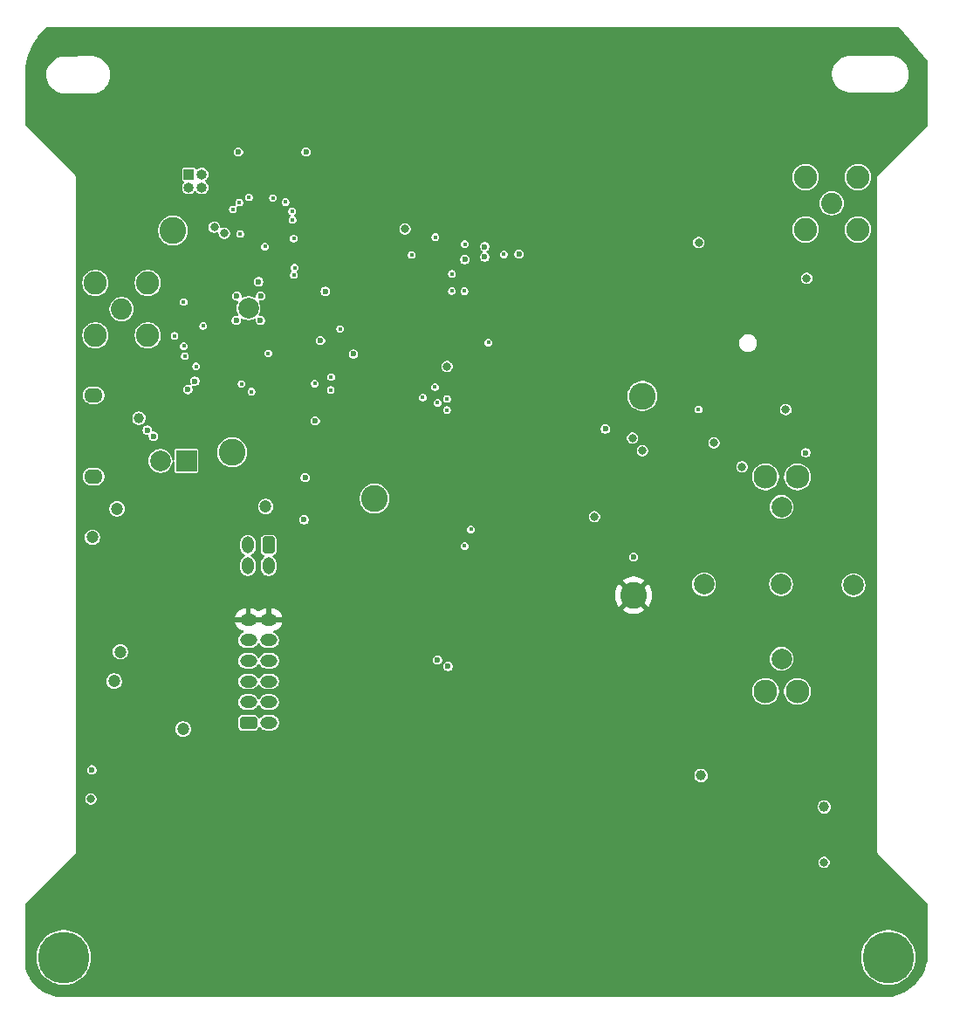
<source format=gbr>
%TF.GenerationSoftware,KiCad,Pcbnew,9.0.0*%
%TF.CreationDate,2025-06-17T12:47:30-07:00*%
%TF.ProjectId,muon_pcb,6d756f6e-5f70-4636-922e-6b696361645f,rev?*%
%TF.SameCoordinates,Original*%
%TF.FileFunction,Copper,L3,Inr*%
%TF.FilePolarity,Positive*%
%FSLAX46Y46*%
G04 Gerber Fmt 4.6, Leading zero omitted, Abs format (unit mm)*
G04 Created by KiCad (PCBNEW 9.0.0) date 2025-06-17 12:47:30*
%MOMM*%
%LPD*%
G01*
G04 APERTURE LIST*
G04 Aperture macros list*
%AMRoundRect*
0 Rectangle with rounded corners*
0 $1 Rounding radius*
0 $2 $3 $4 $5 $6 $7 $8 $9 X,Y pos of 4 corners*
0 Add a 4 corners polygon primitive as box body*
4,1,4,$2,$3,$4,$5,$6,$7,$8,$9,$2,$3,0*
0 Add four circle primitives for the rounded corners*
1,1,$1+$1,$2,$3*
1,1,$1+$1,$4,$5*
1,1,$1+$1,$6,$7*
1,1,$1+$1,$8,$9*
0 Add four rect primitives between the rounded corners*
20,1,$1+$1,$2,$3,$4,$5,0*
20,1,$1+$1,$4,$5,$6,$7,0*
20,1,$1+$1,$6,$7,$8,$9,0*
20,1,$1+$1,$8,$9,$2,$3,0*%
G04 Aperture macros list end*
%TA.AperFunction,ComponentPad*%
%ADD10C,2.300000*%
%TD*%
%TA.AperFunction,ComponentPad*%
%ADD11C,2.600000*%
%TD*%
%TA.AperFunction,ComponentPad*%
%ADD12C,5.000000*%
%TD*%
%TA.AperFunction,ComponentPad*%
%ADD13R,1.000000X1.000000*%
%TD*%
%TA.AperFunction,ComponentPad*%
%ADD14O,1.000000X1.000000*%
%TD*%
%TA.AperFunction,ComponentPad*%
%ADD15RoundRect,0.250000X0.575000X-0.350000X0.575000X0.350000X-0.575000X0.350000X-0.575000X-0.350000X0*%
%TD*%
%TA.AperFunction,ComponentPad*%
%ADD16O,1.650000X1.200000*%
%TD*%
%TA.AperFunction,HeatsinkPad*%
%ADD17C,0.600000*%
%TD*%
%TA.AperFunction,ComponentPad*%
%ADD18O,1.800000X1.400000*%
%TD*%
%TA.AperFunction,ComponentPad*%
%ADD19C,2.050000*%
%TD*%
%TA.AperFunction,ComponentPad*%
%ADD20C,2.250000*%
%TD*%
%TA.AperFunction,ComponentPad*%
%ADD21R,2.000000X2.000000*%
%TD*%
%TA.AperFunction,ComponentPad*%
%ADD22C,2.000000*%
%TD*%
%TA.AperFunction,ComponentPad*%
%ADD23RoundRect,0.250000X0.350000X0.575000X-0.350000X0.575000X-0.350000X-0.575000X0.350000X-0.575000X0*%
%TD*%
%TA.AperFunction,ComponentPad*%
%ADD24O,1.200000X1.650000*%
%TD*%
%TA.AperFunction,ViaPad*%
%ADD25C,0.600000*%
%TD*%
%TA.AperFunction,ViaPad*%
%ADD26C,1.200000*%
%TD*%
%TA.AperFunction,ViaPad*%
%ADD27C,0.450000*%
%TD*%
%TA.AperFunction,ViaPad*%
%ADD28C,2.000000*%
%TD*%
%TA.AperFunction,ViaPad*%
%ADD29C,1.000000*%
%TD*%
%TA.AperFunction,ViaPad*%
%ADD30C,0.800000*%
%TD*%
%TA.AperFunction,ViaPad*%
%ADD31C,1.600000*%
%TD*%
G04 APERTURE END LIST*
D10*
%TO.N,/Sensors/VBACKUP*%
%TO.C,BT1*%
X164590000Y-117850000D03*
X167690000Y-117850000D03*
X164590000Y-97050000D03*
X167690000Y-97050000D03*
%TD*%
D11*
%TO.N,GPS VCC*%
%TO.C,TP3*%
X152650000Y-89200000D03*
%TD*%
%TO.N,RP2040 Reset*%
%TO.C,TP1*%
X107110000Y-73170000D03*
%TD*%
D12*
%TO.N,N/C*%
%TO.C,H2*%
X176503280Y-143650755D03*
%TD*%
D13*
%TO.N,RP2040 Reset*%
%TO.C,J9*%
X108625000Y-67710000D03*
D14*
%TO.N,SWCLK*%
X109895000Y-67710000D03*
%TO.N,GND*%
X108625000Y-68980000D03*
%TO.N,SWD*%
X109895000Y-68980000D03*
%TD*%
D15*
%TO.N,GND*%
%TO.C,J8*%
X114410000Y-120890000D03*
D16*
X116410000Y-120890000D03*
%TO.N,SDA0*%
X114410000Y-118890000D03*
%TO.N,SCL0*%
X116410000Y-118890000D03*
%TO.N,PAYLOAD_BATT*%
X114410000Y-116890000D03*
X116410000Y-116890000D03*
%TO.N,UART0 Rx*%
X114410000Y-114890000D03*
%TO.N,UART0 Tx*%
X116410000Y-114890000D03*
%TO.N,GND*%
X114410000Y-112890000D03*
X116410000Y-112890000D03*
%TO.N,PAYLOAD_PWR*%
X114410000Y-110890000D03*
X116410000Y-110890000D03*
%TD*%
D17*
%TO.N,GND*%
%TO.C,U15*%
X137350000Y-74720000D03*
X137350000Y-75720000D03*
%TD*%
D12*
%TO.N,N/C*%
%TO.C,H1*%
X96503280Y-143650755D03*
%TD*%
D11*
%TO.N,PAYLOAD_PWR*%
%TO.C,TP5*%
X151790000Y-108520000D03*
%TD*%
D18*
%TO.N,GND*%
%TO.C,J12*%
X99400000Y-89120000D03*
X99400000Y-97020000D03*
%TD*%
D11*
%TO.N,Net-(D4-K)*%
%TO.C,TP2*%
X126660000Y-99160000D03*
%TD*%
D19*
%TO.N,Net-(J2-In)*%
%TO.C,J2*%
X171010000Y-70520000D03*
D20*
%TO.N,GND*%
X168470000Y-67980000D03*
X168470000Y-73060000D03*
X173550000Y-67980000D03*
X173550000Y-73060000D03*
%TD*%
D11*
%TO.N,+5V*%
%TO.C,TP7*%
X112850000Y-94670000D03*
%TD*%
D21*
%TO.N,+5V*%
%TO.C,J6*%
X108410000Y-95500000D03*
D22*
%TO.N,Net-(J12-VBUS)*%
X105870000Y-95500000D03*
%TD*%
D23*
%TO.N,+5V*%
%TO.C,J3*%
X116370000Y-103670000D03*
D24*
X116370000Y-105670000D03*
%TO.N,GND*%
X114370000Y-103670000D03*
X114370000Y-105670000D03*
%TD*%
D19*
%TO.N,Cosmic Analog*%
%TO.C,J1*%
X102120000Y-80790000D03*
D20*
%TO.N,GND*%
X99580000Y-78250000D03*
X99580000Y-83330000D03*
X104660000Y-78250000D03*
X104660000Y-83330000D03*
%TD*%
D25*
%TO.N,GND*%
X115420000Y-78120000D03*
D26*
X116090000Y-99930000D03*
D27*
X108140000Y-80080000D03*
D28*
X173120000Y-107540000D03*
X158620000Y-107480000D03*
D27*
X118690000Y-72130000D03*
D29*
X170280000Y-129050000D03*
D30*
X112080000Y-73410000D03*
D29*
X158330000Y-126010000D03*
D30*
X162320000Y-96070000D03*
X166560000Y-90520000D03*
D25*
X113240000Y-81870000D03*
D26*
X101680000Y-100140000D03*
D27*
X113742500Y-88032500D03*
D30*
X158100000Y-74330000D03*
X151680000Y-93300000D03*
D27*
X116800000Y-70000000D03*
D25*
X115590000Y-81870000D03*
D27*
X107250000Y-83390000D03*
D25*
X121870000Y-79050000D03*
D26*
X99290000Y-102910000D03*
D28*
X166140000Y-99970000D03*
D30*
X133690000Y-86340000D03*
X111110000Y-72850000D03*
D27*
X113530000Y-70440000D03*
D30*
X148000000Y-100920000D03*
D25*
X120900000Y-91620000D03*
X168500000Y-94700000D03*
D27*
X118820000Y-73920000D03*
D25*
X119930000Y-97100000D03*
D27*
X109340000Y-86320000D03*
D30*
X168590000Y-77800000D03*
D27*
X118660000Y-71290000D03*
D26*
X108090000Y-121500000D03*
D25*
X113450000Y-65540000D03*
X99240000Y-125460000D03*
D30*
X159600000Y-93760000D03*
D25*
X113290000Y-79510000D03*
D29*
X103800000Y-91350000D03*
D25*
X135420000Y-75970000D03*
D27*
X114720000Y-88780000D03*
X112910000Y-71110000D03*
D25*
X149040000Y-92410000D03*
D26*
X102000000Y-114010000D03*
D30*
X129610000Y-73020000D03*
X152640000Y-94520000D03*
D28*
X114422500Y-80690000D03*
D25*
X140670000Y-75430000D03*
D27*
X113620000Y-73490000D03*
X108260000Y-85340000D03*
D25*
X151780000Y-104820000D03*
D30*
X99140000Y-128290000D03*
D25*
X124600000Y-85130000D03*
X120010000Y-65540000D03*
D27*
X139200000Y-75470000D03*
D26*
X101400000Y-116870000D03*
D27*
X108150000Y-84360000D03*
D28*
X166140000Y-114700000D03*
X166090000Y-107450000D03*
D25*
X119820000Y-101200000D03*
D30*
X170270000Y-134430000D03*
D25*
X115600000Y-79500000D03*
D27*
X118020000Y-70390000D03*
X114460000Y-69940000D03*
X116020000Y-74710000D03*
D25*
X121410000Y-83830000D03*
D27*
%TO.N,Cosmic Analog*%
X110038750Y-82401250D03*
%TO.N,/RP2040 MCU/QSPI_SD1*%
X120847500Y-88007500D03*
X122412500Y-88632500D03*
%TO.N,/RP2040 MCU/QSPI_SD2*%
X116347500Y-85067500D03*
X122442500Y-87367500D03*
D25*
%TO.N,SDA0*%
X132760000Y-114810000D03*
D27*
X132780000Y-89870000D03*
D25*
%TO.N,SCL0*%
X133780000Y-115430000D03*
D27*
X133680000Y-89490000D03*
X132520000Y-88330000D03*
X133680000Y-90570000D03*
%TO.N,GPS Reset*%
X158090000Y-90510000D03*
X137700000Y-84030000D03*
%TO.N,UART0 Rx*%
X118900000Y-76760000D03*
X136000000Y-102150000D03*
D25*
%TO.N,PAYLOAD_PWR*%
X128440000Y-90310000D03*
X113630000Y-68430000D03*
X120680000Y-84630000D03*
X121210000Y-79930000D03*
X130030000Y-74250000D03*
X117380000Y-91320000D03*
X108910000Y-82320000D03*
X139210000Y-73190000D03*
X113710000Y-75410000D03*
X132860000Y-76910000D03*
D30*
X174330000Y-132630000D03*
D25*
X157000000Y-116280000D03*
X148660000Y-102020000D03*
D30*
X173880000Y-126840000D03*
D25*
X145450000Y-100760000D03*
X127840000Y-73600000D03*
D31*
X109970000Y-105900000D03*
D25*
X112760000Y-87840000D03*
X110950000Y-85300000D03*
X109330000Y-78890000D03*
D29*
X159400000Y-61000000D03*
D31*
X109970000Y-98750000D03*
D25*
X106420000Y-128430000D03*
D30*
X170490000Y-126870000D03*
D25*
X150310000Y-100660000D03*
X133460000Y-87830000D03*
X126840000Y-88410000D03*
D27*
%TO.N,UART0 Tx*%
X118840000Y-77470000D03*
X135399000Y-103751000D03*
D25*
%TO.N,USB_D+*%
X108553502Y-88580000D03*
X104599479Y-92509479D03*
%TO.N,USB_D-*%
X105200521Y-93110521D03*
X109230000Y-87760000D03*
D27*
%TO.N,MicroSD CS*%
X131335000Y-89345000D03*
X123310000Y-82690000D03*
%TO.N,SCL1*%
X134160000Y-79020000D03*
X134160000Y-77370000D03*
%TO.N,SDA1*%
X135370000Y-79030000D03*
X130255000Y-75525000D03*
X135410000Y-74470000D03*
X132560000Y-73790000D03*
%TD*%
%TA.AperFunction,Conductor*%
%TO.N,PAYLOAD_PWR*%
G36*
X116013963Y-110725956D02*
G01*
X115985000Y-110834048D01*
X115985000Y-110945952D01*
X116013963Y-111054044D01*
X116063590Y-111140000D01*
X114756410Y-111140000D01*
X114806037Y-111054044D01*
X114835000Y-110945952D01*
X114835000Y-110834048D01*
X114806037Y-110725956D01*
X114756410Y-110640000D01*
X116063590Y-110640000D01*
X116013963Y-110725956D01*
G37*
%TD.AperFunction*%
%TA.AperFunction,Conductor*%
G36*
X177492272Y-53429557D02*
G01*
X177559257Y-53449427D01*
X177587339Y-53474354D01*
X180288311Y-56728060D01*
X180317390Y-56763089D01*
X180345064Y-56827245D01*
X180345980Y-56842291D01*
X180345980Y-62896342D01*
X180326295Y-62963381D01*
X180309661Y-62984023D01*
X175467567Y-67826116D01*
X175462912Y-67829937D01*
X175400024Y-67892825D01*
X175369500Y-67966516D01*
X175369500Y-133429883D01*
X175400024Y-133503574D01*
X175456426Y-133559976D01*
X175456429Y-133559977D01*
X175463527Y-133564720D01*
X175482316Y-133580141D01*
X180309661Y-138407486D01*
X180343146Y-138468809D01*
X180345980Y-138495167D01*
X180345980Y-143697500D01*
X180344051Y-143719287D01*
X180280582Y-144074893D01*
X180278228Y-144085414D01*
X180180029Y-144449294D01*
X180176771Y-144459570D01*
X180047331Y-144813561D01*
X180043192Y-144823515D01*
X179883502Y-145164912D01*
X179878514Y-145174470D01*
X179689769Y-145500711D01*
X179683970Y-145509799D01*
X179467601Y-145818417D01*
X179461034Y-145826967D01*
X179218682Y-146115617D01*
X179211398Y-146123564D01*
X178944885Y-146390079D01*
X178936937Y-146397363D01*
X178648285Y-146639719D01*
X178639735Y-146646286D01*
X178331115Y-146862660D01*
X178322027Y-146868459D01*
X177995797Y-147057199D01*
X177986240Y-147062187D01*
X177644840Y-147221883D01*
X177634885Y-147226022D01*
X177280905Y-147355459D01*
X177270629Y-147358718D01*
X176906740Y-147456922D01*
X176896220Y-147459276D01*
X176540732Y-147522726D01*
X176518944Y-147524655D01*
X96597752Y-147524655D01*
X96584813Y-147524653D01*
X96583385Y-147524086D01*
X96545522Y-147524647D01*
X96544580Y-147524647D01*
X96544475Y-147524616D01*
X96540607Y-147524583D01*
X96184209Y-147513104D01*
X96172588Y-147512181D01*
X95821761Y-147467654D01*
X95810278Y-147465644D01*
X95465183Y-147388368D01*
X95453940Y-147385289D01*
X95117629Y-147275948D01*
X95106724Y-147271827D01*
X94782153Y-147131380D01*
X94771683Y-147126252D01*
X94461744Y-146955950D01*
X94451803Y-146949862D01*
X94159235Y-146751213D01*
X94149909Y-146744219D01*
X93877274Y-146518961D01*
X93868646Y-146511121D01*
X93618383Y-146261268D01*
X93610529Y-146252653D01*
X93384829Y-145980396D01*
X93377819Y-145971082D01*
X93178673Y-145678817D01*
X93172581Y-145668904D01*
X93001765Y-145359237D01*
X92996624Y-145348783D01*
X92926276Y-145186940D01*
X92855643Y-145024441D01*
X92851506Y-145013546D01*
X92753119Y-144712610D01*
X92746980Y-144674077D01*
X92746980Y-143501901D01*
X93852780Y-143501901D01*
X93852780Y-143799608D01*
X93886110Y-144095417D01*
X93886112Y-144095429D01*
X93952356Y-144385667D01*
X93952359Y-144385675D01*
X94050680Y-144666659D01*
X94179843Y-144934869D01*
X94179845Y-144934872D01*
X94338230Y-145186940D01*
X94523842Y-145419689D01*
X94734346Y-145630193D01*
X94967095Y-145815805D01*
X95219163Y-145974190D01*
X95487379Y-146103356D01*
X95698415Y-146177200D01*
X95768359Y-146201675D01*
X95768367Y-146201678D01*
X95768370Y-146201678D01*
X95768371Y-146201679D01*
X96058605Y-146267923D01*
X96354427Y-146301254D01*
X96354428Y-146301255D01*
X96354431Y-146301255D01*
X96652132Y-146301255D01*
X96652132Y-146301254D01*
X96947955Y-146267923D01*
X97238189Y-146201679D01*
X97519181Y-146103356D01*
X97787397Y-145974190D01*
X98039465Y-145815805D01*
X98272214Y-145630193D01*
X98482718Y-145419689D01*
X98668330Y-145186940D01*
X98826715Y-144934872D01*
X98955881Y-144666656D01*
X99054204Y-144385664D01*
X99120448Y-144095430D01*
X99153780Y-143799604D01*
X99153780Y-143501906D01*
X99153779Y-143501901D01*
X173852780Y-143501901D01*
X173852780Y-143799608D01*
X173886110Y-144095417D01*
X173886112Y-144095429D01*
X173952356Y-144385667D01*
X173952359Y-144385675D01*
X174050680Y-144666659D01*
X174179843Y-144934869D01*
X174179845Y-144934872D01*
X174338230Y-145186940D01*
X174523842Y-145419689D01*
X174734346Y-145630193D01*
X174967095Y-145815805D01*
X175219163Y-145974190D01*
X175487379Y-146103356D01*
X175698415Y-146177200D01*
X175768359Y-146201675D01*
X175768367Y-146201678D01*
X175768370Y-146201678D01*
X175768371Y-146201679D01*
X176058605Y-146267923D01*
X176354427Y-146301254D01*
X176354428Y-146301255D01*
X176354431Y-146301255D01*
X176652132Y-146301255D01*
X176652132Y-146301254D01*
X176947955Y-146267923D01*
X177238189Y-146201679D01*
X177519181Y-146103356D01*
X177787397Y-145974190D01*
X178039465Y-145815805D01*
X178272214Y-145630193D01*
X178482718Y-145419689D01*
X178668330Y-145186940D01*
X178826715Y-144934872D01*
X178955881Y-144666656D01*
X179054204Y-144385664D01*
X179120448Y-144095430D01*
X179153780Y-143799604D01*
X179153780Y-143501906D01*
X179120448Y-143206080D01*
X179054204Y-142915846D01*
X178955881Y-142634854D01*
X178826715Y-142366638D01*
X178668330Y-142114570D01*
X178482718Y-141881821D01*
X178272214Y-141671317D01*
X178039465Y-141485705D01*
X177787397Y-141327320D01*
X177787394Y-141327318D01*
X177519184Y-141198155D01*
X177238200Y-141099834D01*
X177238192Y-141099831D01*
X177020513Y-141050148D01*
X176947955Y-141033587D01*
X176947951Y-141033586D01*
X176947942Y-141033585D01*
X176652133Y-141000255D01*
X176652129Y-141000255D01*
X176354431Y-141000255D01*
X176354426Y-141000255D01*
X176058617Y-141033585D01*
X176058605Y-141033587D01*
X175768367Y-141099831D01*
X175768359Y-141099834D01*
X175487375Y-141198155D01*
X175219165Y-141327318D01*
X174967096Y-141485704D01*
X174734346Y-141671316D01*
X174523841Y-141881821D01*
X174338229Y-142114571D01*
X174179843Y-142366640D01*
X174050680Y-142634850D01*
X173952359Y-142915834D01*
X173952356Y-142915842D01*
X173886112Y-143206080D01*
X173886110Y-143206092D01*
X173852780Y-143501901D01*
X99153779Y-143501901D01*
X99120448Y-143206080D01*
X99054204Y-142915846D01*
X98955881Y-142634854D01*
X98826715Y-142366638D01*
X98668330Y-142114570D01*
X98482718Y-141881821D01*
X98272214Y-141671317D01*
X98039465Y-141485705D01*
X97787397Y-141327320D01*
X97787394Y-141327318D01*
X97519184Y-141198155D01*
X97238200Y-141099834D01*
X97238192Y-141099831D01*
X97020513Y-141050148D01*
X96947955Y-141033587D01*
X96947951Y-141033586D01*
X96947942Y-141033585D01*
X96652133Y-141000255D01*
X96652129Y-141000255D01*
X96354431Y-141000255D01*
X96354426Y-141000255D01*
X96058617Y-141033585D01*
X96058605Y-141033587D01*
X95768367Y-141099831D01*
X95768359Y-141099834D01*
X95487375Y-141198155D01*
X95219165Y-141327318D01*
X94967096Y-141485704D01*
X94734346Y-141671316D01*
X94523841Y-141881821D01*
X94338229Y-142114571D01*
X94179843Y-142366640D01*
X94050680Y-142634850D01*
X93952359Y-142915834D01*
X93952356Y-142915842D01*
X93886112Y-143206080D01*
X93886110Y-143206092D01*
X93852780Y-143501901D01*
X92746980Y-143501901D01*
X92746980Y-138495167D01*
X92766665Y-138428128D01*
X92783299Y-138407486D01*
X96833260Y-134357525D01*
X169719500Y-134357525D01*
X169719500Y-134502475D01*
X169757016Y-134642485D01*
X169757017Y-134642488D01*
X169829488Y-134768011D01*
X169829490Y-134768013D01*
X169829491Y-134768015D01*
X169931985Y-134870509D01*
X169931986Y-134870510D01*
X169931988Y-134870511D01*
X170057511Y-134942982D01*
X170057512Y-134942982D01*
X170057515Y-134942984D01*
X170197525Y-134980500D01*
X170197528Y-134980500D01*
X170342472Y-134980500D01*
X170342475Y-134980500D01*
X170482485Y-134942984D01*
X170608015Y-134870509D01*
X170710509Y-134768015D01*
X170782984Y-134642485D01*
X170820500Y-134502475D01*
X170820500Y-134357525D01*
X170782984Y-134217515D01*
X170710509Y-134091985D01*
X170608015Y-133989491D01*
X170608013Y-133989490D01*
X170608011Y-133989488D01*
X170482488Y-133917017D01*
X170482489Y-133917017D01*
X170471006Y-133913940D01*
X170342475Y-133879500D01*
X170197525Y-133879500D01*
X170068993Y-133913940D01*
X170057511Y-133917017D01*
X169931988Y-133989488D01*
X169931982Y-133989493D01*
X169829493Y-134091982D01*
X169829488Y-134091988D01*
X169757017Y-134217511D01*
X169757016Y-134217515D01*
X169719500Y-134357525D01*
X96833260Y-134357525D01*
X96929068Y-134261717D01*
X97273769Y-133917016D01*
X97693256Y-133497529D01*
X97723780Y-133423837D01*
X97723780Y-133344073D01*
X97723780Y-129114071D01*
X169629499Y-129114071D01*
X169654497Y-129239738D01*
X169654499Y-129239744D01*
X169703533Y-129358124D01*
X169703538Y-129358133D01*
X169774723Y-129464668D01*
X169774726Y-129464672D01*
X169865327Y-129555273D01*
X169865331Y-129555276D01*
X169971866Y-129626461D01*
X169971872Y-129626464D01*
X169971873Y-129626465D01*
X170090256Y-129675501D01*
X170090260Y-129675501D01*
X170090261Y-129675502D01*
X170215928Y-129700500D01*
X170215931Y-129700500D01*
X170344071Y-129700500D01*
X170428615Y-129683682D01*
X170469744Y-129675501D01*
X170588127Y-129626465D01*
X170694669Y-129555276D01*
X170785276Y-129464669D01*
X170856465Y-129358127D01*
X170905501Y-129239744D01*
X170930500Y-129114069D01*
X170930500Y-128985931D01*
X170930500Y-128985928D01*
X170905502Y-128860261D01*
X170905501Y-128860260D01*
X170905501Y-128860256D01*
X170856465Y-128741873D01*
X170856464Y-128741872D01*
X170856461Y-128741866D01*
X170785276Y-128635331D01*
X170785273Y-128635327D01*
X170694672Y-128544726D01*
X170694668Y-128544723D01*
X170588133Y-128473538D01*
X170588124Y-128473533D01*
X170469744Y-128424499D01*
X170469738Y-128424497D01*
X170344071Y-128399500D01*
X170344069Y-128399500D01*
X170215931Y-128399500D01*
X170215929Y-128399500D01*
X170090261Y-128424497D01*
X170090255Y-128424499D01*
X169971875Y-128473533D01*
X169971866Y-128473538D01*
X169865331Y-128544723D01*
X169865327Y-128544726D01*
X169774726Y-128635327D01*
X169774723Y-128635331D01*
X169703538Y-128741866D01*
X169703533Y-128741875D01*
X169654499Y-128860255D01*
X169654497Y-128860261D01*
X169629500Y-128985928D01*
X169629500Y-128985931D01*
X169629500Y-129114069D01*
X169629500Y-129114071D01*
X169629499Y-129114071D01*
X97723780Y-129114071D01*
X97723780Y-128217525D01*
X98589500Y-128217525D01*
X98589500Y-128362475D01*
X98619259Y-128473535D01*
X98627017Y-128502488D01*
X98699488Y-128628011D01*
X98699490Y-128628013D01*
X98699491Y-128628015D01*
X98801985Y-128730509D01*
X98801986Y-128730510D01*
X98801988Y-128730511D01*
X98927511Y-128802982D01*
X98927512Y-128802982D01*
X98927515Y-128802984D01*
X99067525Y-128840500D01*
X99067528Y-128840500D01*
X99212472Y-128840500D01*
X99212475Y-128840500D01*
X99352485Y-128802984D01*
X99478015Y-128730509D01*
X99580509Y-128628015D01*
X99652984Y-128502485D01*
X99690500Y-128362475D01*
X99690500Y-128217525D01*
X99652984Y-128077515D01*
X99580509Y-127951985D01*
X99478015Y-127849491D01*
X99478013Y-127849490D01*
X99478011Y-127849488D01*
X99352488Y-127777017D01*
X99352489Y-127777017D01*
X99341006Y-127773940D01*
X99212475Y-127739500D01*
X99067525Y-127739500D01*
X98938993Y-127773940D01*
X98927511Y-127777017D01*
X98801988Y-127849488D01*
X98801982Y-127849493D01*
X98699493Y-127951982D01*
X98699488Y-127951988D01*
X98627017Y-128077511D01*
X98627016Y-128077515D01*
X98589500Y-128217525D01*
X97723780Y-128217525D01*
X97723780Y-126074071D01*
X157679499Y-126074071D01*
X157704497Y-126199738D01*
X157704499Y-126199744D01*
X157753533Y-126318124D01*
X157753538Y-126318133D01*
X157824723Y-126424668D01*
X157824726Y-126424672D01*
X157915327Y-126515273D01*
X157915331Y-126515276D01*
X158021866Y-126586461D01*
X158021872Y-126586464D01*
X158021873Y-126586465D01*
X158140256Y-126635501D01*
X158140260Y-126635501D01*
X158140261Y-126635502D01*
X158265928Y-126660500D01*
X158265931Y-126660500D01*
X158394071Y-126660500D01*
X158478615Y-126643682D01*
X158519744Y-126635501D01*
X158638127Y-126586465D01*
X158744669Y-126515276D01*
X158835276Y-126424669D01*
X158906465Y-126318127D01*
X158955501Y-126199744D01*
X158980500Y-126074069D01*
X158980500Y-125945931D01*
X158980500Y-125945928D01*
X158955502Y-125820261D01*
X158955501Y-125820260D01*
X158955501Y-125820256D01*
X158906465Y-125701873D01*
X158906464Y-125701872D01*
X158906461Y-125701866D01*
X158835276Y-125595331D01*
X158835273Y-125595327D01*
X158744672Y-125504726D01*
X158744668Y-125504723D01*
X158638133Y-125433538D01*
X158638124Y-125433533D01*
X158519744Y-125384499D01*
X158519738Y-125384497D01*
X158394071Y-125359500D01*
X158394069Y-125359500D01*
X158265931Y-125359500D01*
X158265929Y-125359500D01*
X158140261Y-125384497D01*
X158140255Y-125384499D01*
X158021875Y-125433533D01*
X158021866Y-125433538D01*
X157915331Y-125504723D01*
X157915327Y-125504726D01*
X157824726Y-125595327D01*
X157824723Y-125595331D01*
X157753538Y-125701866D01*
X157753533Y-125701875D01*
X157704499Y-125820255D01*
X157704497Y-125820261D01*
X157679500Y-125945928D01*
X157679500Y-125945931D01*
X157679500Y-126074069D01*
X157679500Y-126074071D01*
X157679499Y-126074071D01*
X97723780Y-126074071D01*
X97723780Y-125400691D01*
X98789500Y-125400691D01*
X98789500Y-125519309D01*
X98820201Y-125633886D01*
X98879511Y-125736613D01*
X98963387Y-125820489D01*
X99066114Y-125879799D01*
X99180691Y-125910500D01*
X99180694Y-125910500D01*
X99299306Y-125910500D01*
X99299309Y-125910500D01*
X99413886Y-125879799D01*
X99516613Y-125820489D01*
X99600489Y-125736613D01*
X99659799Y-125633886D01*
X99690500Y-125519309D01*
X99690500Y-125400691D01*
X99659799Y-125286114D01*
X99600489Y-125183387D01*
X99516613Y-125099511D01*
X99413886Y-125040201D01*
X99299309Y-125009500D01*
X99180691Y-125009500D01*
X99066114Y-125040201D01*
X99066112Y-125040201D01*
X99066112Y-125040202D01*
X98963387Y-125099511D01*
X98963384Y-125099513D01*
X98879513Y-125183384D01*
X98879511Y-125183387D01*
X98820201Y-125286114D01*
X98789500Y-125400691D01*
X97723780Y-125400691D01*
X97723780Y-121573920D01*
X107339499Y-121573920D01*
X107368340Y-121718907D01*
X107368343Y-121718917D01*
X107424912Y-121855488D01*
X107424919Y-121855501D01*
X107507048Y-121978415D01*
X107507051Y-121978419D01*
X107611580Y-122082948D01*
X107611584Y-122082951D01*
X107734498Y-122165080D01*
X107734511Y-122165087D01*
X107871082Y-122221656D01*
X107871087Y-122221658D01*
X107871091Y-122221658D01*
X107871092Y-122221659D01*
X108016079Y-122250500D01*
X108016082Y-122250500D01*
X108163920Y-122250500D01*
X108261462Y-122231096D01*
X108308913Y-122221658D01*
X108445495Y-122165084D01*
X108568416Y-122082951D01*
X108672951Y-121978416D01*
X108755084Y-121855495D01*
X108811658Y-121718913D01*
X108830210Y-121625647D01*
X108840500Y-121573920D01*
X108840500Y-121426079D01*
X108811659Y-121281092D01*
X108811658Y-121281091D01*
X108811658Y-121281087D01*
X108807695Y-121271519D01*
X108755087Y-121144511D01*
X108755080Y-121144498D01*
X108672951Y-121021584D01*
X108672948Y-121021580D01*
X108568419Y-120917051D01*
X108568415Y-120917048D01*
X108445501Y-120834919D01*
X108445488Y-120834912D01*
X108308917Y-120778343D01*
X108308907Y-120778340D01*
X108163920Y-120749500D01*
X108163918Y-120749500D01*
X108016082Y-120749500D01*
X108016080Y-120749500D01*
X107871092Y-120778340D01*
X107871082Y-120778343D01*
X107734511Y-120834912D01*
X107734498Y-120834919D01*
X107611584Y-120917048D01*
X107611580Y-120917051D01*
X107507051Y-121021580D01*
X107507048Y-121021584D01*
X107424919Y-121144498D01*
X107424912Y-121144511D01*
X107368343Y-121281082D01*
X107368340Y-121281092D01*
X107339500Y-121426079D01*
X107339500Y-121426082D01*
X107339500Y-121573918D01*
X107339500Y-121573920D01*
X107339499Y-121573920D01*
X97723780Y-121573920D01*
X97723780Y-120508475D01*
X113434500Y-120508475D01*
X113434500Y-121271517D01*
X113436016Y-121281087D01*
X113449354Y-121365304D01*
X113506950Y-121478342D01*
X113506952Y-121478344D01*
X113506954Y-121478347D01*
X113596652Y-121568045D01*
X113596654Y-121568046D01*
X113596658Y-121568050D01*
X113709694Y-121625645D01*
X113709698Y-121625647D01*
X113803475Y-121640499D01*
X113803481Y-121640500D01*
X115016518Y-121640499D01*
X115110304Y-121625646D01*
X115223342Y-121568050D01*
X115313050Y-121478342D01*
X115370646Y-121365304D01*
X115370646Y-121365300D01*
X115373812Y-121359088D01*
X115421786Y-121308292D01*
X115489607Y-121291497D01*
X115555742Y-121314034D01*
X115587398Y-121346491D01*
X115602046Y-121368413D01*
X115602051Y-121368419D01*
X115706580Y-121472948D01*
X115706584Y-121472951D01*
X115829498Y-121555080D01*
X115829511Y-121555087D01*
X115966082Y-121611656D01*
X115966087Y-121611658D01*
X115966091Y-121611658D01*
X115966092Y-121611659D01*
X116111079Y-121640500D01*
X116111082Y-121640500D01*
X116708920Y-121640500D01*
X116806462Y-121621096D01*
X116853913Y-121611658D01*
X116990495Y-121555084D01*
X117113416Y-121472951D01*
X117217951Y-121368416D01*
X117300084Y-121245495D01*
X117356658Y-121108913D01*
X117385500Y-120963918D01*
X117385500Y-120816082D01*
X117385500Y-120816079D01*
X117356659Y-120671092D01*
X117356658Y-120671091D01*
X117356658Y-120671087D01*
X117356656Y-120671082D01*
X117300087Y-120534511D01*
X117300080Y-120534498D01*
X117217951Y-120411584D01*
X117217948Y-120411580D01*
X117113419Y-120307051D01*
X117113415Y-120307048D01*
X116990501Y-120224919D01*
X116990488Y-120224912D01*
X116853917Y-120168343D01*
X116853907Y-120168340D01*
X116708920Y-120139500D01*
X116708918Y-120139500D01*
X116111082Y-120139500D01*
X116111080Y-120139500D01*
X115966092Y-120168340D01*
X115966082Y-120168343D01*
X115829511Y-120224912D01*
X115829498Y-120224919D01*
X115706584Y-120307048D01*
X115706580Y-120307051D01*
X115602051Y-120411580D01*
X115602046Y-120411586D01*
X115587398Y-120433509D01*
X115533785Y-120478313D01*
X115464460Y-120487020D01*
X115401433Y-120456865D01*
X115373812Y-120420912D01*
X115370646Y-120414698D01*
X115370646Y-120414696D01*
X115313050Y-120301658D01*
X115313048Y-120301656D01*
X115313045Y-120301652D01*
X115223347Y-120211954D01*
X115223344Y-120211952D01*
X115223342Y-120211950D01*
X115137753Y-120168340D01*
X115110301Y-120154352D01*
X115016524Y-120139500D01*
X113803482Y-120139500D01*
X113722519Y-120152323D01*
X113709696Y-120154354D01*
X113596658Y-120211950D01*
X113596657Y-120211951D01*
X113596652Y-120211954D01*
X113506954Y-120301652D01*
X113506952Y-120301656D01*
X113506950Y-120301658D01*
X113487751Y-120339337D01*
X113449352Y-120414698D01*
X113434500Y-120508475D01*
X97723780Y-120508475D01*
X97723780Y-118963920D01*
X113434499Y-118963920D01*
X113463340Y-119108907D01*
X113463343Y-119108917D01*
X113519912Y-119245488D01*
X113519919Y-119245501D01*
X113602048Y-119368415D01*
X113602051Y-119368419D01*
X113706580Y-119472948D01*
X113706584Y-119472951D01*
X113829498Y-119555080D01*
X113829511Y-119555087D01*
X113966082Y-119611656D01*
X113966087Y-119611658D01*
X113966091Y-119611658D01*
X113966092Y-119611659D01*
X114111079Y-119640500D01*
X114111082Y-119640500D01*
X114708920Y-119640500D01*
X114806462Y-119621096D01*
X114853913Y-119611658D01*
X114990495Y-119555084D01*
X115113416Y-119472951D01*
X115217951Y-119368416D01*
X115300084Y-119245495D01*
X115300087Y-119245488D01*
X115300639Y-119244457D01*
X115301074Y-119244013D01*
X115303469Y-119240430D01*
X115304148Y-119240884D01*
X115349599Y-119194611D01*
X115417735Y-119179147D01*
X115483416Y-119202975D01*
X115516113Y-119240709D01*
X115516531Y-119240430D01*
X115518752Y-119243754D01*
X115519361Y-119244457D01*
X115519917Y-119245498D01*
X115602048Y-119368415D01*
X115602051Y-119368419D01*
X115706580Y-119472948D01*
X115706584Y-119472951D01*
X115829498Y-119555080D01*
X115829511Y-119555087D01*
X115966082Y-119611656D01*
X115966087Y-119611658D01*
X115966091Y-119611658D01*
X115966092Y-119611659D01*
X116111079Y-119640500D01*
X116111082Y-119640500D01*
X116708920Y-119640500D01*
X116806462Y-119621096D01*
X116853913Y-119611658D01*
X116990495Y-119555084D01*
X117113416Y-119472951D01*
X117217951Y-119368416D01*
X117300084Y-119245495D01*
X117302067Y-119240709D01*
X117356656Y-119108917D01*
X117356658Y-119108913D01*
X117385500Y-118963918D01*
X117385500Y-118816082D01*
X117385500Y-118816079D01*
X117356659Y-118671092D01*
X117356658Y-118671091D01*
X117356658Y-118671087D01*
X117302182Y-118539570D01*
X117300087Y-118534511D01*
X117300080Y-118534498D01*
X117217951Y-118411584D01*
X117217948Y-118411580D01*
X117113419Y-118307051D01*
X117113415Y-118307048D01*
X116990501Y-118224919D01*
X116990488Y-118224912D01*
X116853917Y-118168343D01*
X116853907Y-118168340D01*
X116708920Y-118139500D01*
X116708918Y-118139500D01*
X116111082Y-118139500D01*
X116111080Y-118139500D01*
X115966092Y-118168340D01*
X115966082Y-118168343D01*
X115829511Y-118224912D01*
X115829498Y-118224919D01*
X115706584Y-118307048D01*
X115706580Y-118307051D01*
X115602051Y-118411580D01*
X115602048Y-118411584D01*
X115519913Y-118534507D01*
X115519357Y-118535549D01*
X115518921Y-118535992D01*
X115516531Y-118539570D01*
X115515852Y-118539116D01*
X115470394Y-118585392D01*
X115402256Y-118600852D01*
X115336577Y-118577019D01*
X115303885Y-118539291D01*
X115303469Y-118539570D01*
X115301251Y-118536251D01*
X115300643Y-118535549D01*
X115300086Y-118534507D01*
X115217951Y-118411584D01*
X115217948Y-118411580D01*
X115113419Y-118307051D01*
X115113415Y-118307048D01*
X114990501Y-118224919D01*
X114990488Y-118224912D01*
X114853917Y-118168343D01*
X114853907Y-118168340D01*
X114708920Y-118139500D01*
X114708918Y-118139500D01*
X114111082Y-118139500D01*
X114111080Y-118139500D01*
X113966092Y-118168340D01*
X113966082Y-118168343D01*
X113829511Y-118224912D01*
X113829498Y-118224919D01*
X113706584Y-118307048D01*
X113706580Y-118307051D01*
X113602051Y-118411580D01*
X113602048Y-118411584D01*
X113519919Y-118534498D01*
X113519912Y-118534511D01*
X113463343Y-118671082D01*
X113463340Y-118671092D01*
X113434500Y-118816079D01*
X113434500Y-118816082D01*
X113434500Y-118963918D01*
X113434500Y-118963920D01*
X113434499Y-118963920D01*
X97723780Y-118963920D01*
X97723780Y-117747648D01*
X163289500Y-117747648D01*
X163289500Y-117952351D01*
X163321522Y-118154534D01*
X163384781Y-118349223D01*
X163477715Y-118531613D01*
X163598028Y-118697213D01*
X163742786Y-118841971D01*
X163897749Y-118954556D01*
X163908390Y-118962287D01*
X164024607Y-119021503D01*
X164090776Y-119055218D01*
X164090778Y-119055218D01*
X164090781Y-119055220D01*
X164195137Y-119089127D01*
X164285465Y-119118477D01*
X164386557Y-119134488D01*
X164487648Y-119150500D01*
X164487649Y-119150500D01*
X164692351Y-119150500D01*
X164692352Y-119150500D01*
X164894534Y-119118477D01*
X165089219Y-119055220D01*
X165271610Y-118962287D01*
X165364590Y-118894732D01*
X165437213Y-118841971D01*
X165437215Y-118841968D01*
X165437219Y-118841966D01*
X165581966Y-118697219D01*
X165581968Y-118697215D01*
X165581971Y-118697213D01*
X165663212Y-118585392D01*
X165702287Y-118531610D01*
X165795220Y-118349219D01*
X165858477Y-118154534D01*
X165890500Y-117952352D01*
X165890500Y-117747648D01*
X166389500Y-117747648D01*
X166389500Y-117952351D01*
X166421522Y-118154534D01*
X166484781Y-118349223D01*
X166577715Y-118531613D01*
X166698028Y-118697213D01*
X166842786Y-118841971D01*
X166997749Y-118954556D01*
X167008390Y-118962287D01*
X167124607Y-119021503D01*
X167190776Y-119055218D01*
X167190778Y-119055218D01*
X167190781Y-119055220D01*
X167295137Y-119089127D01*
X167385465Y-119118477D01*
X167486557Y-119134488D01*
X167587648Y-119150500D01*
X167587649Y-119150500D01*
X167792351Y-119150500D01*
X167792352Y-119150500D01*
X167994534Y-119118477D01*
X168189219Y-119055220D01*
X168371610Y-118962287D01*
X168464590Y-118894732D01*
X168537213Y-118841971D01*
X168537215Y-118841968D01*
X168537219Y-118841966D01*
X168681966Y-118697219D01*
X168681968Y-118697215D01*
X168681971Y-118697213D01*
X168763212Y-118585392D01*
X168802287Y-118531610D01*
X168895220Y-118349219D01*
X168958477Y-118154534D01*
X168990500Y-117952352D01*
X168990500Y-117747648D01*
X168970466Y-117621159D01*
X168958477Y-117545465D01*
X168900950Y-117368416D01*
X168895220Y-117350781D01*
X168895218Y-117350778D01*
X168895218Y-117350776D01*
X168841577Y-117245501D01*
X168802287Y-117168390D01*
X168759075Y-117108913D01*
X168681971Y-117002786D01*
X168537213Y-116858028D01*
X168371613Y-116737715D01*
X168371612Y-116737714D01*
X168371610Y-116737713D01*
X168314653Y-116708691D01*
X168189223Y-116644781D01*
X167994534Y-116581522D01*
X167819995Y-116553878D01*
X167792352Y-116549500D01*
X167587648Y-116549500D01*
X167563329Y-116553351D01*
X167385465Y-116581522D01*
X167190776Y-116644781D01*
X167008386Y-116737715D01*
X166842786Y-116858028D01*
X166698028Y-117002786D01*
X166577715Y-117168386D01*
X166484781Y-117350776D01*
X166421522Y-117545465D01*
X166389500Y-117747648D01*
X165890500Y-117747648D01*
X165870466Y-117621159D01*
X165858477Y-117545465D01*
X165800950Y-117368416D01*
X165795220Y-117350781D01*
X165795218Y-117350778D01*
X165795218Y-117350776D01*
X165741577Y-117245501D01*
X165702287Y-117168390D01*
X165659075Y-117108913D01*
X165581971Y-117002786D01*
X165437213Y-116858028D01*
X165271613Y-116737715D01*
X165271612Y-116737714D01*
X165271610Y-116737713D01*
X165214653Y-116708691D01*
X165089223Y-116644781D01*
X164894534Y-116581522D01*
X164719995Y-116553878D01*
X164692352Y-116549500D01*
X164487648Y-116549500D01*
X164463329Y-116553351D01*
X164285465Y-116581522D01*
X164090776Y-116644781D01*
X163908386Y-116737715D01*
X163742786Y-116858028D01*
X163598028Y-117002786D01*
X163477715Y-117168386D01*
X163384781Y-117350776D01*
X163321522Y-117545465D01*
X163289500Y-117747648D01*
X97723780Y-117747648D01*
X97723780Y-116943920D01*
X100649499Y-116943920D01*
X100678340Y-117088907D01*
X100678343Y-117088917D01*
X100734912Y-117225488D01*
X100734919Y-117225501D01*
X100817048Y-117348415D01*
X100817051Y-117348419D01*
X100921580Y-117452948D01*
X100921584Y-117452951D01*
X101044498Y-117535080D01*
X101044511Y-117535087D01*
X101181082Y-117591656D01*
X101181087Y-117591658D01*
X101181091Y-117591658D01*
X101181092Y-117591659D01*
X101326079Y-117620500D01*
X101326082Y-117620500D01*
X101473920Y-117620500D01*
X101571462Y-117601096D01*
X101618913Y-117591658D01*
X101755495Y-117535084D01*
X101878416Y-117452951D01*
X101982951Y-117348416D01*
X102065084Y-117225495D01*
X102121658Y-117088913D01*
X102138791Y-117002781D01*
X102146521Y-116963920D01*
X113434499Y-116963920D01*
X113463340Y-117108907D01*
X113463343Y-117108917D01*
X113519912Y-117245488D01*
X113519919Y-117245501D01*
X113602048Y-117368415D01*
X113602051Y-117368419D01*
X113706580Y-117472948D01*
X113706584Y-117472951D01*
X113829498Y-117555080D01*
X113829511Y-117555087D01*
X113966082Y-117611656D01*
X113966087Y-117611658D01*
X113966091Y-117611658D01*
X113966092Y-117611659D01*
X114111079Y-117640500D01*
X114111082Y-117640500D01*
X114708920Y-117640500D01*
X114809462Y-117620500D01*
X114853913Y-117611658D01*
X114990495Y-117555084D01*
X115113416Y-117472951D01*
X115217951Y-117368416D01*
X115300084Y-117245495D01*
X115300087Y-117245488D01*
X115300639Y-117244457D01*
X115301074Y-117244013D01*
X115303469Y-117240430D01*
X115304148Y-117240884D01*
X115349599Y-117194611D01*
X115417735Y-117179147D01*
X115483416Y-117202975D01*
X115516113Y-117240709D01*
X115516531Y-117240430D01*
X115518752Y-117243754D01*
X115519361Y-117244457D01*
X115519917Y-117245498D01*
X115602048Y-117368415D01*
X115602051Y-117368419D01*
X115706580Y-117472948D01*
X115706584Y-117472951D01*
X115829498Y-117555080D01*
X115829511Y-117555087D01*
X115966082Y-117611656D01*
X115966087Y-117611658D01*
X115966091Y-117611658D01*
X115966092Y-117611659D01*
X116111079Y-117640500D01*
X116111082Y-117640500D01*
X116708920Y-117640500D01*
X116806151Y-117621159D01*
X116835787Y-117615263D01*
X116853913Y-117611658D01*
X116990495Y-117555084D01*
X117113416Y-117472951D01*
X117217951Y-117368416D01*
X117300084Y-117245495D01*
X117302067Y-117240709D01*
X117332022Y-117168390D01*
X117356658Y-117108913D01*
X117366096Y-117061462D01*
X117385500Y-116963920D01*
X117385500Y-116816079D01*
X117356659Y-116671092D01*
X117356658Y-116671091D01*
X117356658Y-116671087D01*
X117321162Y-116585392D01*
X117300087Y-116534511D01*
X117300080Y-116534498D01*
X117217951Y-116411584D01*
X117217948Y-116411580D01*
X117113419Y-116307051D01*
X117113415Y-116307048D01*
X116990501Y-116224919D01*
X116990488Y-116224912D01*
X116853917Y-116168343D01*
X116853907Y-116168340D01*
X116708920Y-116139500D01*
X116708918Y-116139500D01*
X116111082Y-116139500D01*
X116111080Y-116139500D01*
X115966092Y-116168340D01*
X115966082Y-116168343D01*
X115829511Y-116224912D01*
X115829498Y-116224919D01*
X115706584Y-116307048D01*
X115706580Y-116307051D01*
X115602051Y-116411580D01*
X115602048Y-116411584D01*
X115519913Y-116534507D01*
X115519357Y-116535549D01*
X115518921Y-116535992D01*
X115516531Y-116539570D01*
X115515852Y-116539116D01*
X115470394Y-116585392D01*
X115402256Y-116600852D01*
X115336577Y-116577019D01*
X115303885Y-116539291D01*
X115303469Y-116539570D01*
X115301251Y-116536251D01*
X115300643Y-116535549D01*
X115300086Y-116534507D01*
X115217951Y-116411584D01*
X115217948Y-116411580D01*
X115113419Y-116307051D01*
X115113415Y-116307048D01*
X114990501Y-116224919D01*
X114990488Y-116224912D01*
X114853917Y-116168343D01*
X114853907Y-116168340D01*
X114708920Y-116139500D01*
X114708918Y-116139500D01*
X114111082Y-116139500D01*
X114111080Y-116139500D01*
X113966092Y-116168340D01*
X113966082Y-116168343D01*
X113829511Y-116224912D01*
X113829498Y-116224919D01*
X113706584Y-116307048D01*
X113706580Y-116307051D01*
X113602051Y-116411580D01*
X113602048Y-116411584D01*
X113519919Y-116534498D01*
X113519912Y-116534511D01*
X113463343Y-116671082D01*
X113463340Y-116671092D01*
X113434500Y-116816079D01*
X113434500Y-116816082D01*
X113434500Y-116963918D01*
X113434500Y-116963920D01*
X113434499Y-116963920D01*
X102146521Y-116963920D01*
X102150500Y-116943920D01*
X102150500Y-116796079D01*
X102121659Y-116651092D01*
X102121658Y-116651091D01*
X102121658Y-116651087D01*
X102100850Y-116600852D01*
X102065087Y-116514511D01*
X102065080Y-116514498D01*
X101982951Y-116391584D01*
X101982948Y-116391580D01*
X101878419Y-116287051D01*
X101878415Y-116287048D01*
X101755501Y-116204919D01*
X101755488Y-116204912D01*
X101618917Y-116148343D01*
X101618907Y-116148340D01*
X101473920Y-116119500D01*
X101473918Y-116119500D01*
X101326082Y-116119500D01*
X101326080Y-116119500D01*
X101181092Y-116148340D01*
X101181082Y-116148343D01*
X101044511Y-116204912D01*
X101044498Y-116204919D01*
X100921584Y-116287048D01*
X100921580Y-116287051D01*
X100817051Y-116391580D01*
X100817048Y-116391584D01*
X100734919Y-116514498D01*
X100734912Y-116514511D01*
X100678343Y-116651082D01*
X100678340Y-116651092D01*
X100649500Y-116796079D01*
X100649500Y-116796082D01*
X100649500Y-116943918D01*
X100649500Y-116943920D01*
X100649499Y-116943920D01*
X97723780Y-116943920D01*
X97723780Y-114963920D01*
X113434499Y-114963920D01*
X113463340Y-115108907D01*
X113463343Y-115108917D01*
X113519912Y-115245488D01*
X113519919Y-115245501D01*
X113602048Y-115368415D01*
X113602051Y-115368419D01*
X113706580Y-115472948D01*
X113706584Y-115472951D01*
X113829498Y-115555080D01*
X113829511Y-115555087D01*
X113947326Y-115603887D01*
X113966087Y-115611658D01*
X113966091Y-115611658D01*
X113966092Y-115611659D01*
X114111079Y-115640500D01*
X114111082Y-115640500D01*
X114708920Y-115640500D01*
X114806462Y-115621096D01*
X114853913Y-115611658D01*
X114990495Y-115555084D01*
X115113416Y-115472951D01*
X115217951Y-115368416D01*
X115300084Y-115245495D01*
X115300087Y-115245488D01*
X115300639Y-115244457D01*
X115301074Y-115244013D01*
X115303469Y-115240430D01*
X115304148Y-115240884D01*
X115349599Y-115194611D01*
X115417735Y-115179147D01*
X115483416Y-115202975D01*
X115516113Y-115240709D01*
X115516531Y-115240430D01*
X115518752Y-115243754D01*
X115519361Y-115244457D01*
X115519917Y-115245498D01*
X115602048Y-115368415D01*
X115602051Y-115368419D01*
X115706580Y-115472948D01*
X115706584Y-115472951D01*
X115829498Y-115555080D01*
X115829511Y-115555087D01*
X115947326Y-115603887D01*
X115966087Y-115611658D01*
X115966091Y-115611658D01*
X115966092Y-115611659D01*
X116111079Y-115640500D01*
X116111082Y-115640500D01*
X116708920Y-115640500D01*
X116806462Y-115621096D01*
X116853913Y-115611658D01*
X116990495Y-115555084D01*
X117113416Y-115472951D01*
X117215676Y-115370691D01*
X133329500Y-115370691D01*
X133329500Y-115489309D01*
X133360201Y-115603886D01*
X133419511Y-115706613D01*
X133503387Y-115790489D01*
X133606114Y-115849799D01*
X133720691Y-115880500D01*
X133720694Y-115880500D01*
X133839306Y-115880500D01*
X133839309Y-115880500D01*
X133953886Y-115849799D01*
X134056613Y-115790489D01*
X134140489Y-115706613D01*
X134199799Y-115603886D01*
X134230500Y-115489309D01*
X134230500Y-115370691D01*
X134199799Y-115256114D01*
X134140489Y-115153387D01*
X134056613Y-115069511D01*
X133953886Y-115010201D01*
X133839309Y-114979500D01*
X133720691Y-114979500D01*
X133606114Y-115010201D01*
X133606112Y-115010201D01*
X133606112Y-115010202D01*
X133503387Y-115069511D01*
X133503384Y-115069513D01*
X133419513Y-115153384D01*
X133419511Y-115153387D01*
X133367188Y-115244013D01*
X133360201Y-115256114D01*
X133329500Y-115370691D01*
X117215676Y-115370691D01*
X117217951Y-115368416D01*
X117300084Y-115245495D01*
X117302067Y-115240709D01*
X117338236Y-115153387D01*
X117356658Y-115108913D01*
X117366096Y-115061462D01*
X117385500Y-114963920D01*
X117385500Y-114816079D01*
X117385499Y-114816077D01*
X117375689Y-114766755D01*
X117372493Y-114750691D01*
X132309500Y-114750691D01*
X132309500Y-114869309D01*
X132340201Y-114983886D01*
X132399511Y-115086613D01*
X132483387Y-115170489D01*
X132586114Y-115229799D01*
X132700691Y-115260500D01*
X132700694Y-115260500D01*
X132819306Y-115260500D01*
X132819309Y-115260500D01*
X132933886Y-115229799D01*
X133036613Y-115170489D01*
X133120489Y-115086613D01*
X133179799Y-114983886D01*
X133210500Y-114869309D01*
X133210500Y-114750691D01*
X133179799Y-114636114D01*
X133164403Y-114609448D01*
X164989500Y-114609448D01*
X164989500Y-114790551D01*
X165017829Y-114969410D01*
X165073787Y-115141636D01*
X165073788Y-115141639D01*
X165156006Y-115302997D01*
X165262441Y-115449494D01*
X165262445Y-115449499D01*
X165390500Y-115577554D01*
X165390505Y-115577558D01*
X165518287Y-115670396D01*
X165537006Y-115683996D01*
X165642484Y-115737740D01*
X165698360Y-115766211D01*
X165698363Y-115766212D01*
X165773073Y-115790486D01*
X165870591Y-115822171D01*
X165953429Y-115835291D01*
X166049449Y-115850500D01*
X166049454Y-115850500D01*
X166230551Y-115850500D01*
X166317259Y-115836765D01*
X166409409Y-115822171D01*
X166581639Y-115766211D01*
X166742994Y-115683996D01*
X166889501Y-115577553D01*
X167017553Y-115449501D01*
X167123996Y-115302994D01*
X167206211Y-115141639D01*
X167262171Y-114969409D01*
X167286456Y-114816082D01*
X167290500Y-114790551D01*
X167290500Y-114609448D01*
X167271330Y-114488419D01*
X167262171Y-114430591D01*
X167222031Y-114307051D01*
X167206212Y-114258363D01*
X167206211Y-114258360D01*
X167160344Y-114168343D01*
X167123996Y-114097006D01*
X167110396Y-114078287D01*
X167017558Y-113950505D01*
X167017554Y-113950500D01*
X166889499Y-113822445D01*
X166889494Y-113822441D01*
X166742997Y-113716006D01*
X166742996Y-113716005D01*
X166742994Y-113716004D01*
X166691300Y-113689664D01*
X166581639Y-113633788D01*
X166581636Y-113633787D01*
X166409410Y-113577829D01*
X166230551Y-113549500D01*
X166230546Y-113549500D01*
X166049454Y-113549500D01*
X166049449Y-113549500D01*
X165870589Y-113577829D01*
X165698363Y-113633787D01*
X165698360Y-113633788D01*
X165537002Y-113716006D01*
X165390505Y-113822441D01*
X165390500Y-113822445D01*
X165262445Y-113950500D01*
X165262441Y-113950505D01*
X165156006Y-114097002D01*
X165073788Y-114258360D01*
X165073787Y-114258363D01*
X165017829Y-114430589D01*
X164989500Y-114609448D01*
X133164403Y-114609448D01*
X133120489Y-114533387D01*
X133036613Y-114449511D01*
X132933886Y-114390201D01*
X132819309Y-114359500D01*
X132700691Y-114359500D01*
X132586114Y-114390201D01*
X132586112Y-114390201D01*
X132586112Y-114390202D01*
X132483387Y-114449511D01*
X132483384Y-114449513D01*
X132399513Y-114533384D01*
X132399511Y-114533387D01*
X132340201Y-114636114D01*
X132309500Y-114750691D01*
X117372493Y-114750691D01*
X117356659Y-114671092D01*
X117356658Y-114671091D01*
X117356658Y-114671087D01*
X117331129Y-114609454D01*
X117300087Y-114534511D01*
X117300080Y-114534498D01*
X117217951Y-114411584D01*
X117217948Y-114411580D01*
X117113419Y-114307051D01*
X117113415Y-114307048D01*
X116990501Y-114224919D01*
X116990488Y-114224912D01*
X116853917Y-114168343D01*
X116853907Y-114168340D01*
X116708920Y-114139500D01*
X116708918Y-114139500D01*
X116111082Y-114139500D01*
X116111080Y-114139500D01*
X115966092Y-114168340D01*
X115966082Y-114168343D01*
X115829511Y-114224912D01*
X115829498Y-114224919D01*
X115706584Y-114307048D01*
X115706580Y-114307051D01*
X115602051Y-114411580D01*
X115602048Y-114411584D01*
X115519913Y-114534507D01*
X115519357Y-114535549D01*
X115518921Y-114535992D01*
X115516531Y-114539570D01*
X115515852Y-114539116D01*
X115470394Y-114585392D01*
X115402256Y-114600852D01*
X115336577Y-114577019D01*
X115303885Y-114539291D01*
X115303469Y-114539570D01*
X115301251Y-114536251D01*
X115300643Y-114535549D01*
X115300086Y-114534507D01*
X115217951Y-114411584D01*
X115217948Y-114411580D01*
X115113419Y-114307051D01*
X115113415Y-114307048D01*
X114990501Y-114224919D01*
X114990488Y-114224912D01*
X114853917Y-114168343D01*
X114853907Y-114168340D01*
X114708920Y-114139500D01*
X114708918Y-114139500D01*
X114111082Y-114139500D01*
X114111080Y-114139500D01*
X113966092Y-114168340D01*
X113966082Y-114168343D01*
X113829511Y-114224912D01*
X113829498Y-114224919D01*
X113706584Y-114307048D01*
X113706580Y-114307051D01*
X113602051Y-114411580D01*
X113602048Y-114411584D01*
X113519919Y-114534498D01*
X113519912Y-114534511D01*
X113463343Y-114671082D01*
X113463340Y-114671092D01*
X113434500Y-114816079D01*
X113434500Y-114816082D01*
X113434500Y-114963918D01*
X113434500Y-114963920D01*
X113434499Y-114963920D01*
X97723780Y-114963920D01*
X97723780Y-114083920D01*
X101249499Y-114083920D01*
X101278340Y-114228907D01*
X101278343Y-114228917D01*
X101334912Y-114365488D01*
X101334919Y-114365501D01*
X101417048Y-114488415D01*
X101417051Y-114488419D01*
X101521580Y-114592948D01*
X101521584Y-114592951D01*
X101644498Y-114675080D01*
X101644511Y-114675087D01*
X101781082Y-114731656D01*
X101781087Y-114731658D01*
X101781091Y-114731658D01*
X101781092Y-114731659D01*
X101926079Y-114760500D01*
X101926082Y-114760500D01*
X102073920Y-114760500D01*
X102171462Y-114741096D01*
X102218913Y-114731658D01*
X102355495Y-114675084D01*
X102478416Y-114592951D01*
X102582951Y-114488416D01*
X102665084Y-114365495D01*
X102721658Y-114228913D01*
X102747897Y-114097006D01*
X102750500Y-114083920D01*
X102750500Y-113936079D01*
X102721659Y-113791092D01*
X102721658Y-113791091D01*
X102721658Y-113791087D01*
X102721656Y-113791082D01*
X102665087Y-113654511D01*
X102665080Y-113654498D01*
X102582951Y-113531584D01*
X102582948Y-113531580D01*
X102478419Y-113427051D01*
X102478415Y-113427048D01*
X102355501Y-113344919D01*
X102355488Y-113344912D01*
X102218917Y-113288343D01*
X102218907Y-113288340D01*
X102073920Y-113259500D01*
X102073918Y-113259500D01*
X101926082Y-113259500D01*
X101926080Y-113259500D01*
X101781092Y-113288340D01*
X101781082Y-113288343D01*
X101644511Y-113344912D01*
X101644498Y-113344919D01*
X101521584Y-113427048D01*
X101521580Y-113427051D01*
X101417051Y-113531580D01*
X101417048Y-113531584D01*
X101334919Y-113654498D01*
X101334912Y-113654511D01*
X101278343Y-113791082D01*
X101278340Y-113791092D01*
X101249500Y-113936079D01*
X101249500Y-113936082D01*
X101249500Y-114083918D01*
X101249500Y-114083920D01*
X101249499Y-114083920D01*
X97723780Y-114083920D01*
X97723780Y-112610873D01*
X97723780Y-110639999D01*
X113110884Y-110639999D01*
X113110885Y-110640000D01*
X114063590Y-110640000D01*
X114013963Y-110725956D01*
X113985000Y-110834048D01*
X113985000Y-110945952D01*
X114013963Y-111054044D01*
X114063590Y-111140000D01*
X113110885Y-111140000D01*
X113112085Y-111147584D01*
X113165591Y-111312255D01*
X113244195Y-111466524D01*
X113345967Y-111606602D01*
X113468397Y-111729032D01*
X113608475Y-111830804D01*
X113762742Y-111909408D01*
X113907352Y-111956395D01*
X113965027Y-111995833D01*
X113992225Y-112060192D01*
X113980310Y-112129038D01*
X113933066Y-112180514D01*
X113916486Y-112188887D01*
X113829508Y-112224914D01*
X113829498Y-112224919D01*
X113706584Y-112307048D01*
X113706580Y-112307051D01*
X113602051Y-112411580D01*
X113602048Y-112411584D01*
X113519919Y-112534498D01*
X113519912Y-112534511D01*
X113463343Y-112671082D01*
X113463340Y-112671092D01*
X113434500Y-112816079D01*
X113434500Y-112816082D01*
X113434500Y-112963918D01*
X113434500Y-112963920D01*
X113434499Y-112963920D01*
X113463340Y-113108907D01*
X113463343Y-113108917D01*
X113519912Y-113245488D01*
X113519919Y-113245501D01*
X113602048Y-113368415D01*
X113602051Y-113368419D01*
X113706580Y-113472948D01*
X113706584Y-113472951D01*
X113829498Y-113555080D01*
X113829511Y-113555087D01*
X113884416Y-113577829D01*
X113966087Y-113611658D01*
X113966091Y-113611658D01*
X113966092Y-113611659D01*
X114111079Y-113640500D01*
X114111082Y-113640500D01*
X114708920Y-113640500D01*
X114806462Y-113621096D01*
X114853913Y-113611658D01*
X114990495Y-113555084D01*
X115113416Y-113472951D01*
X115217951Y-113368416D01*
X115300084Y-113245495D01*
X115300087Y-113245488D01*
X115300639Y-113244457D01*
X115301074Y-113244013D01*
X115303469Y-113240430D01*
X115304148Y-113240884D01*
X115349599Y-113194611D01*
X115417735Y-113179147D01*
X115483416Y-113202975D01*
X115516113Y-113240709D01*
X115516531Y-113240430D01*
X115518752Y-113243754D01*
X115519361Y-113244457D01*
X115519917Y-113245498D01*
X115602048Y-113368415D01*
X115602051Y-113368419D01*
X115706580Y-113472948D01*
X115706584Y-113472951D01*
X115829498Y-113555080D01*
X115829511Y-113555087D01*
X115884416Y-113577829D01*
X115966087Y-113611658D01*
X115966091Y-113611658D01*
X115966092Y-113611659D01*
X116111079Y-113640500D01*
X116111082Y-113640500D01*
X116708920Y-113640500D01*
X116806462Y-113621096D01*
X116853913Y-113611658D01*
X116990495Y-113555084D01*
X117113416Y-113472951D01*
X117217951Y-113368416D01*
X117300084Y-113245495D01*
X117302067Y-113240709D01*
X117356656Y-113108917D01*
X117356658Y-113108913D01*
X117385500Y-112963918D01*
X117385500Y-112816082D01*
X117385500Y-112816079D01*
X117356659Y-112671092D01*
X117356658Y-112671091D01*
X117356658Y-112671087D01*
X117302182Y-112539570D01*
X117300087Y-112534511D01*
X117300080Y-112534498D01*
X117217951Y-112411584D01*
X117217948Y-112411580D01*
X117113419Y-112307051D01*
X117113415Y-112307048D01*
X116990501Y-112224919D01*
X116990488Y-112224912D01*
X116903514Y-112188887D01*
X116849110Y-112145046D01*
X116827045Y-112078752D01*
X116844324Y-112011053D01*
X116895461Y-111963442D01*
X116912648Y-111956395D01*
X117057255Y-111909408D01*
X117211524Y-111830804D01*
X117351602Y-111729032D01*
X117474032Y-111606602D01*
X117575804Y-111466524D01*
X117654408Y-111312255D01*
X117707914Y-111147584D01*
X117709115Y-111140000D01*
X116756410Y-111140000D01*
X116806037Y-111054044D01*
X116835000Y-110945952D01*
X116835000Y-110834048D01*
X116806037Y-110725956D01*
X116756410Y-110640000D01*
X117709115Y-110640000D01*
X117709115Y-110639999D01*
X117707914Y-110632415D01*
X117654408Y-110467744D01*
X117575804Y-110313475D01*
X117474032Y-110173397D01*
X117351602Y-110050967D01*
X117294725Y-110009644D01*
X117294723Y-110009641D01*
X117211528Y-109949198D01*
X117057257Y-109870591D01*
X116892584Y-109817085D01*
X116721571Y-109790000D01*
X116660000Y-109790000D01*
X116660000Y-110543590D01*
X116574044Y-110493963D01*
X116465952Y-110465000D01*
X116354048Y-110465000D01*
X116245956Y-110493963D01*
X116160000Y-110543590D01*
X116160000Y-109790000D01*
X116098429Y-109790000D01*
X115927415Y-109817085D01*
X115762742Y-109870591D01*
X115608472Y-109949197D01*
X115482884Y-110040441D01*
X115417078Y-110063920D01*
X115349024Y-110048094D01*
X115337116Y-110040441D01*
X115211527Y-109949197D01*
X115057257Y-109870591D01*
X114892584Y-109817085D01*
X114721571Y-109790000D01*
X114660000Y-109790000D01*
X114660000Y-110543590D01*
X114574044Y-110493963D01*
X114465952Y-110465000D01*
X114354048Y-110465000D01*
X114245956Y-110493963D01*
X114160000Y-110543590D01*
X114160000Y-109790000D01*
X114098429Y-109790000D01*
X113927415Y-109817085D01*
X113762742Y-109870591D01*
X113608475Y-109949195D01*
X113468397Y-110050967D01*
X113345967Y-110173397D01*
X113244195Y-110313475D01*
X113165591Y-110467744D01*
X113112085Y-110632415D01*
X113110884Y-110639999D01*
X97723780Y-110639999D01*
X97723780Y-108402014D01*
X149990000Y-108402014D01*
X149990000Y-108637985D01*
X150020799Y-108871914D01*
X150081870Y-109099837D01*
X150172160Y-109317819D01*
X150172165Y-109317828D01*
X150290144Y-109522171D01*
X150290145Y-109522172D01*
X150352721Y-109603723D01*
X151074153Y-108882292D01*
X151081050Y-108898942D01*
X151168600Y-109029970D01*
X151280030Y-109141400D01*
X151411058Y-109228950D01*
X151427707Y-109235846D01*
X150706275Y-109957277D01*
X150787827Y-110019854D01*
X150787828Y-110019855D01*
X150992171Y-110137834D01*
X150992180Y-110137839D01*
X151210163Y-110228129D01*
X151210161Y-110228129D01*
X151438085Y-110289200D01*
X151672014Y-110319999D01*
X151672029Y-110320000D01*
X151907971Y-110320000D01*
X151907985Y-110319999D01*
X152141914Y-110289200D01*
X152369837Y-110228129D01*
X152587819Y-110137839D01*
X152587828Y-110137834D01*
X152792181Y-110019850D01*
X152873723Y-109957279D01*
X152873723Y-109957276D01*
X152152292Y-109235846D01*
X152168942Y-109228950D01*
X152299970Y-109141400D01*
X152411400Y-109029970D01*
X152498950Y-108898942D01*
X152505846Y-108882293D01*
X153227276Y-109603723D01*
X153227279Y-109603723D01*
X153289850Y-109522181D01*
X153407834Y-109317828D01*
X153407839Y-109317819D01*
X153498129Y-109099837D01*
X153559200Y-108871914D01*
X153589999Y-108637985D01*
X153590000Y-108637971D01*
X153590000Y-108402028D01*
X153589999Y-108402014D01*
X153559200Y-108168085D01*
X153498129Y-107940162D01*
X153407839Y-107722180D01*
X153407834Y-107722171D01*
X153289855Y-107517828D01*
X153289854Y-107517827D01*
X153245535Y-107460069D01*
X153227277Y-107436275D01*
X152505846Y-108157706D01*
X152498950Y-108141058D01*
X152411400Y-108010030D01*
X152299970Y-107898600D01*
X152168942Y-107811050D01*
X152152292Y-107804153D01*
X152566996Y-107389448D01*
X157469500Y-107389448D01*
X157469500Y-107570551D01*
X157497829Y-107749410D01*
X157553787Y-107921636D01*
X157553788Y-107921639D01*
X157636006Y-108082997D01*
X157742441Y-108229494D01*
X157742445Y-108229499D01*
X157870500Y-108357554D01*
X157870505Y-108357558D01*
X157953089Y-108417558D01*
X158017006Y-108463996D01*
X158119483Y-108516211D01*
X158178360Y-108546211D01*
X158178363Y-108546212D01*
X158258256Y-108572170D01*
X158350591Y-108602171D01*
X158433429Y-108615291D01*
X158529449Y-108630500D01*
X158529454Y-108630500D01*
X158710551Y-108630500D01*
X158797259Y-108616765D01*
X158889409Y-108602171D01*
X159061639Y-108546211D01*
X159222994Y-108463996D01*
X159369501Y-108357553D01*
X159497553Y-108229501D01*
X159603996Y-108082994D01*
X159686211Y-107921639D01*
X159742171Y-107749409D01*
X159760997Y-107630546D01*
X159770500Y-107570551D01*
X159770500Y-107389448D01*
X159768050Y-107373980D01*
X159765748Y-107359448D01*
X164939500Y-107359448D01*
X164939500Y-107540551D01*
X164967829Y-107719410D01*
X165023787Y-107891636D01*
X165023788Y-107891639D01*
X165106006Y-108052997D01*
X165212441Y-108199494D01*
X165212445Y-108199499D01*
X165340500Y-108327554D01*
X165340505Y-108327558D01*
X165464374Y-108417553D01*
X165487006Y-108433996D01*
X165592484Y-108487740D01*
X165648360Y-108516211D01*
X165648363Y-108516212D01*
X165734476Y-108544191D01*
X165820591Y-108572171D01*
X165903429Y-108585291D01*
X165999449Y-108600500D01*
X165999454Y-108600500D01*
X166180551Y-108600500D01*
X166267259Y-108586765D01*
X166359409Y-108572171D01*
X166531639Y-108516211D01*
X166692994Y-108433996D01*
X166839501Y-108327553D01*
X166967553Y-108199501D01*
X167073996Y-108052994D01*
X167156211Y-107891639D01*
X167212171Y-107719409D01*
X167235748Y-107570551D01*
X167240500Y-107540551D01*
X167240500Y-107449448D01*
X171969500Y-107449448D01*
X171969500Y-107630551D01*
X171997829Y-107809410D01*
X172053787Y-107981636D01*
X172053788Y-107981639D01*
X172136006Y-108142997D01*
X172242441Y-108289494D01*
X172242445Y-108289499D01*
X172370500Y-108417554D01*
X172370505Y-108417558D01*
X172498287Y-108510396D01*
X172517006Y-108523996D01*
X172611552Y-108572170D01*
X172678360Y-108606211D01*
X172678363Y-108606212D01*
X172753116Y-108630500D01*
X172850591Y-108662171D01*
X172933429Y-108675291D01*
X173029449Y-108690500D01*
X173029454Y-108690500D01*
X173210551Y-108690500D01*
X173297259Y-108676765D01*
X173389409Y-108662171D01*
X173561639Y-108606211D01*
X173722994Y-108523996D01*
X173869501Y-108417553D01*
X173997553Y-108289501D01*
X174103996Y-108142994D01*
X174186211Y-107981639D01*
X174242171Y-107809409D01*
X174256765Y-107717259D01*
X174270500Y-107630551D01*
X174270500Y-107449448D01*
X174254019Y-107345397D01*
X174242171Y-107270591D01*
X174186211Y-107098361D01*
X174186211Y-107098360D01*
X174140353Y-107008360D01*
X174103996Y-106937006D01*
X174013080Y-106811870D01*
X173997558Y-106790505D01*
X173997554Y-106790500D01*
X173869499Y-106662445D01*
X173869494Y-106662441D01*
X173722997Y-106556006D01*
X173722996Y-106556005D01*
X173722994Y-106556004D01*
X173671300Y-106529664D01*
X173561639Y-106473788D01*
X173561636Y-106473787D01*
X173389410Y-106417829D01*
X173210551Y-106389500D01*
X173210546Y-106389500D01*
X173029454Y-106389500D01*
X173029449Y-106389500D01*
X172850589Y-106417829D01*
X172678363Y-106473787D01*
X172678360Y-106473788D01*
X172517002Y-106556006D01*
X172370505Y-106662441D01*
X172370500Y-106662445D01*
X172242445Y-106790500D01*
X172242441Y-106790505D01*
X172136006Y-106937002D01*
X172053788Y-107098360D01*
X172053787Y-107098363D01*
X171997829Y-107270589D01*
X171969500Y-107449448D01*
X167240500Y-107449448D01*
X167240500Y-107359448D01*
X167224019Y-107255397D01*
X167212171Y-107180591D01*
X167165959Y-107038363D01*
X167156212Y-107008363D01*
X167156211Y-107008360D01*
X167127740Y-106952484D01*
X167073996Y-106847006D01*
X167032942Y-106790500D01*
X166967558Y-106700505D01*
X166967554Y-106700500D01*
X166839499Y-106572445D01*
X166839494Y-106572441D01*
X166692997Y-106466006D01*
X166692996Y-106466005D01*
X166692994Y-106466004D01*
X166641300Y-106439664D01*
X166531639Y-106383788D01*
X166531636Y-106383787D01*
X166359410Y-106327829D01*
X166180551Y-106299500D01*
X166180546Y-106299500D01*
X165999454Y-106299500D01*
X165999449Y-106299500D01*
X165820589Y-106327829D01*
X165648363Y-106383787D01*
X165648360Y-106383788D01*
X165487002Y-106466006D01*
X165340505Y-106572441D01*
X165340500Y-106572445D01*
X165212445Y-106700500D01*
X165212441Y-106700505D01*
X165106006Y-106847002D01*
X165023788Y-107008360D01*
X165023787Y-107008363D01*
X164967829Y-107180589D01*
X164939500Y-107359448D01*
X159765748Y-107359448D01*
X159751674Y-107270589D01*
X159742171Y-107210591D01*
X159686211Y-107038361D01*
X159686211Y-107038360D01*
X159657740Y-106982484D01*
X159603996Y-106877006D01*
X159541146Y-106790500D01*
X159497558Y-106730505D01*
X159497554Y-106730500D01*
X159369499Y-106602445D01*
X159369494Y-106602441D01*
X159222997Y-106496006D01*
X159222996Y-106496005D01*
X159222994Y-106496004D01*
X159164116Y-106466004D01*
X159061639Y-106413788D01*
X159061636Y-106413787D01*
X158889410Y-106357829D01*
X158710551Y-106329500D01*
X158710546Y-106329500D01*
X158529454Y-106329500D01*
X158529449Y-106329500D01*
X158350589Y-106357829D01*
X158178363Y-106413787D01*
X158178360Y-106413788D01*
X158017002Y-106496006D01*
X157870505Y-106602441D01*
X157870500Y-106602445D01*
X157742445Y-106730500D01*
X157742441Y-106730505D01*
X157636006Y-106877002D01*
X157553788Y-107038360D01*
X157553787Y-107038363D01*
X157497829Y-107210589D01*
X157469500Y-107389448D01*
X152566996Y-107389448D01*
X152873723Y-107082721D01*
X152792172Y-107020145D01*
X152792171Y-107020144D01*
X152587828Y-106902165D01*
X152587819Y-106902160D01*
X152369836Y-106811870D01*
X152369838Y-106811870D01*
X152141914Y-106750799D01*
X151907985Y-106720000D01*
X151672014Y-106720000D01*
X151438085Y-106750799D01*
X151210162Y-106811870D01*
X150992180Y-106902160D01*
X150992171Y-106902165D01*
X150787828Y-107020144D01*
X150787818Y-107020150D01*
X150706275Y-107082720D01*
X150706275Y-107082721D01*
X151427707Y-107804153D01*
X151411058Y-107811050D01*
X151280030Y-107898600D01*
X151168600Y-108010030D01*
X151081050Y-108141058D01*
X151074153Y-108157707D01*
X150352721Y-107436275D01*
X150352720Y-107436275D01*
X150290150Y-107517818D01*
X150290144Y-107517828D01*
X150172165Y-107722171D01*
X150172160Y-107722180D01*
X150081870Y-107940162D01*
X150020799Y-108168085D01*
X149990000Y-108402014D01*
X97723780Y-108402014D01*
X97723780Y-103968920D01*
X113619499Y-103968920D01*
X113648340Y-104113907D01*
X113648343Y-104113917D01*
X113704912Y-104250488D01*
X113704919Y-104250500D01*
X113787048Y-104373415D01*
X113787051Y-104373419D01*
X113891580Y-104477948D01*
X113891584Y-104477951D01*
X114014507Y-104560086D01*
X114015549Y-104560643D01*
X114015992Y-104561078D01*
X114019570Y-104563469D01*
X114019116Y-104564147D01*
X114065392Y-104609606D01*
X114080852Y-104677744D01*
X114057019Y-104743423D01*
X114019291Y-104776114D01*
X114019570Y-104776531D01*
X114016251Y-104778748D01*
X114015549Y-104779357D01*
X114014507Y-104779913D01*
X113891584Y-104862048D01*
X113891580Y-104862051D01*
X113787051Y-104966580D01*
X113787048Y-104966584D01*
X113704919Y-105089498D01*
X113704912Y-105089511D01*
X113648343Y-105226082D01*
X113648340Y-105226092D01*
X113619500Y-105371079D01*
X113619500Y-105371082D01*
X113619500Y-105968918D01*
X113619500Y-105968920D01*
X113619499Y-105968920D01*
X113648340Y-106113907D01*
X113648343Y-106113917D01*
X113704912Y-106250488D01*
X113704919Y-106250501D01*
X113787048Y-106373415D01*
X113787051Y-106373419D01*
X113891580Y-106477948D01*
X113891584Y-106477951D01*
X114014498Y-106560080D01*
X114014511Y-106560087D01*
X114151082Y-106616656D01*
X114151087Y-106616658D01*
X114151091Y-106616658D01*
X114151092Y-106616659D01*
X114296079Y-106645500D01*
X114296082Y-106645500D01*
X114443920Y-106645500D01*
X114541462Y-106626096D01*
X114588913Y-106616658D01*
X114725495Y-106560084D01*
X114848416Y-106477951D01*
X114952951Y-106373416D01*
X115035084Y-106250495D01*
X115091658Y-106113913D01*
X115120500Y-105968920D01*
X115619499Y-105968920D01*
X115648340Y-106113907D01*
X115648343Y-106113917D01*
X115704912Y-106250488D01*
X115704919Y-106250501D01*
X115787048Y-106373415D01*
X115787051Y-106373419D01*
X115891580Y-106477948D01*
X115891584Y-106477951D01*
X116014498Y-106560080D01*
X116014511Y-106560087D01*
X116151082Y-106616656D01*
X116151087Y-106616658D01*
X116151091Y-106616658D01*
X116151092Y-106616659D01*
X116296079Y-106645500D01*
X116296082Y-106645500D01*
X116443920Y-106645500D01*
X116541462Y-106626096D01*
X116588913Y-106616658D01*
X116725495Y-106560084D01*
X116848416Y-106477951D01*
X116952951Y-106373416D01*
X117035084Y-106250495D01*
X117091658Y-106113913D01*
X117120500Y-105968918D01*
X117120500Y-105371082D01*
X117120500Y-105371079D01*
X117091659Y-105226092D01*
X117091658Y-105226091D01*
X117091658Y-105226087D01*
X117072771Y-105180489D01*
X117035087Y-105089511D01*
X117035080Y-105089498D01*
X116952951Y-104966584D01*
X116952948Y-104966580D01*
X116848419Y-104862051D01*
X116848413Y-104862046D01*
X116838939Y-104855715D01*
X116838866Y-104855668D01*
X116826492Y-104847399D01*
X116781687Y-104793789D01*
X116777529Y-104760691D01*
X151329500Y-104760691D01*
X151329500Y-104879309D01*
X151360201Y-104993886D01*
X151419511Y-105096613D01*
X151503387Y-105180489D01*
X151606114Y-105239799D01*
X151720691Y-105270500D01*
X151720694Y-105270500D01*
X151839306Y-105270500D01*
X151839309Y-105270500D01*
X151953886Y-105239799D01*
X152056613Y-105180489D01*
X152140489Y-105096613D01*
X152199799Y-104993886D01*
X152230500Y-104879309D01*
X152230500Y-104760691D01*
X152199799Y-104646114D01*
X152140489Y-104543387D01*
X152056613Y-104459511D01*
X151953886Y-104400201D01*
X151839309Y-104369500D01*
X151720691Y-104369500D01*
X151606114Y-104400201D01*
X151606112Y-104400201D01*
X151606112Y-104400202D01*
X151503387Y-104459511D01*
X151503384Y-104459513D01*
X151419513Y-104543384D01*
X151419511Y-104543387D01*
X151367304Y-104633812D01*
X151360201Y-104646114D01*
X151329500Y-104760691D01*
X116777529Y-104760691D01*
X116772978Y-104724465D01*
X116803132Y-104661436D01*
X116839088Y-104633812D01*
X116845300Y-104630646D01*
X116845304Y-104630646D01*
X116958342Y-104573050D01*
X117048050Y-104483342D01*
X117105646Y-104370304D01*
X117105646Y-104370302D01*
X117105647Y-104370301D01*
X117120500Y-104276524D01*
X117120500Y-103701565D01*
X135023500Y-103701565D01*
X135023500Y-103800435D01*
X135049090Y-103895938D01*
X135098525Y-103981562D01*
X135168438Y-104051475D01*
X135254062Y-104100910D01*
X135349565Y-104126500D01*
X135349567Y-104126500D01*
X135448432Y-104126500D01*
X135448435Y-104126500D01*
X135543938Y-104100910D01*
X135629562Y-104051475D01*
X135699475Y-103981562D01*
X135748910Y-103895938D01*
X135774500Y-103800435D01*
X135774500Y-103701565D01*
X135748910Y-103606062D01*
X135699475Y-103520438D01*
X135629562Y-103450525D01*
X135543938Y-103401090D01*
X135448435Y-103375500D01*
X135349565Y-103375500D01*
X135254062Y-103401090D01*
X135254060Y-103401091D01*
X135254059Y-103401091D01*
X135168436Y-103450526D01*
X135098526Y-103520436D01*
X135049091Y-103606059D01*
X135049091Y-103606060D01*
X135049090Y-103606062D01*
X135023500Y-103701565D01*
X117120500Y-103701565D01*
X117120500Y-103693438D01*
X117120499Y-103063482D01*
X117120498Y-103063475D01*
X117105646Y-102969696D01*
X117048050Y-102856658D01*
X117048046Y-102856654D01*
X117048045Y-102856652D01*
X116958347Y-102766954D01*
X116958344Y-102766952D01*
X116958342Y-102766950D01*
X116872753Y-102723340D01*
X116845301Y-102709352D01*
X116751524Y-102694500D01*
X115988482Y-102694500D01*
X115907519Y-102707323D01*
X115894696Y-102709354D01*
X115781658Y-102766950D01*
X115781657Y-102766951D01*
X115781652Y-102766954D01*
X115691954Y-102856652D01*
X115691951Y-102856657D01*
X115691950Y-102856658D01*
X115672751Y-102894337D01*
X115634352Y-102969698D01*
X115619500Y-103063475D01*
X115619500Y-104276517D01*
X115630292Y-104344657D01*
X115634354Y-104370304D01*
X115691950Y-104483342D01*
X115691952Y-104483344D01*
X115691954Y-104483347D01*
X115781652Y-104573045D01*
X115781654Y-104573046D01*
X115781658Y-104573050D01*
X115894696Y-104630646D01*
X115894698Y-104630646D01*
X115900911Y-104633812D01*
X115951707Y-104681787D01*
X115968502Y-104749608D01*
X115945965Y-104815743D01*
X115913510Y-104847397D01*
X115891585Y-104862047D01*
X115891580Y-104862051D01*
X115787051Y-104966580D01*
X115787048Y-104966584D01*
X115704919Y-105089498D01*
X115704912Y-105089511D01*
X115648343Y-105226082D01*
X115648340Y-105226092D01*
X115619500Y-105371079D01*
X115619500Y-105371082D01*
X115619500Y-105968918D01*
X115619500Y-105968920D01*
X115619499Y-105968920D01*
X115120500Y-105968920D01*
X115120500Y-105968918D01*
X115120500Y-105371082D01*
X115120500Y-105371079D01*
X115091659Y-105226092D01*
X115091658Y-105226091D01*
X115091658Y-105226087D01*
X115072771Y-105180489D01*
X115035087Y-105089511D01*
X115035080Y-105089498D01*
X114952951Y-104966584D01*
X114952948Y-104966580D01*
X114848419Y-104862051D01*
X114848415Y-104862048D01*
X114725498Y-104779917D01*
X114724457Y-104779361D01*
X114724013Y-104778925D01*
X114720430Y-104776531D01*
X114720884Y-104775851D01*
X114674611Y-104730401D01*
X114659147Y-104662265D01*
X114682975Y-104596584D01*
X114720709Y-104563886D01*
X114720430Y-104563469D01*
X114723754Y-104561247D01*
X114724457Y-104560639D01*
X114725491Y-104560085D01*
X114725495Y-104560084D01*
X114848416Y-104477951D01*
X114952951Y-104373416D01*
X115035084Y-104250495D01*
X115091658Y-104113913D01*
X115120500Y-103968918D01*
X115120500Y-103371082D01*
X115120500Y-103371079D01*
X115091659Y-103226092D01*
X115091658Y-103226091D01*
X115091658Y-103226087D01*
X115035084Y-103089505D01*
X115035080Y-103089498D01*
X114952951Y-102966584D01*
X114952948Y-102966580D01*
X114848419Y-102862051D01*
X114848415Y-102862048D01*
X114725501Y-102779919D01*
X114725488Y-102779912D01*
X114588917Y-102723343D01*
X114588907Y-102723340D01*
X114443920Y-102694500D01*
X114443918Y-102694500D01*
X114296082Y-102694500D01*
X114296080Y-102694500D01*
X114151092Y-102723340D01*
X114151082Y-102723343D01*
X114014511Y-102779912D01*
X114014498Y-102779919D01*
X113891584Y-102862048D01*
X113891580Y-102862051D01*
X113787051Y-102966580D01*
X113787048Y-102966584D01*
X113704919Y-103089498D01*
X113704912Y-103089511D01*
X113648343Y-103226082D01*
X113648340Y-103226092D01*
X113619500Y-103371079D01*
X113619500Y-103371082D01*
X113619500Y-103968918D01*
X113619500Y-103968920D01*
X113619499Y-103968920D01*
X97723780Y-103968920D01*
X97723780Y-102983920D01*
X98539499Y-102983920D01*
X98568340Y-103128907D01*
X98568343Y-103128917D01*
X98624912Y-103265488D01*
X98624919Y-103265501D01*
X98707048Y-103388415D01*
X98707051Y-103388419D01*
X98811580Y-103492948D01*
X98811584Y-103492951D01*
X98934498Y-103575080D01*
X98934511Y-103575087D01*
X99071082Y-103631656D01*
X99071087Y-103631658D01*
X99071091Y-103631658D01*
X99071092Y-103631659D01*
X99216079Y-103660500D01*
X99216082Y-103660500D01*
X99363920Y-103660500D01*
X99461462Y-103641096D01*
X99508913Y-103631658D01*
X99645495Y-103575084D01*
X99768416Y-103492951D01*
X99872951Y-103388416D01*
X99899358Y-103348894D01*
X99934636Y-103296099D01*
X99955081Y-103265499D01*
X99955084Y-103265495D01*
X100011658Y-103128913D01*
X100040500Y-102983918D01*
X100040500Y-102836082D01*
X100040500Y-102836079D01*
X100011659Y-102691092D01*
X100011658Y-102691091D01*
X100011658Y-102691087D01*
X100011656Y-102691082D01*
X99955087Y-102554511D01*
X99955080Y-102554498D01*
X99872951Y-102431584D01*
X99872948Y-102431580D01*
X99768419Y-102327051D01*
X99768415Y-102327048D01*
X99645501Y-102244919D01*
X99645488Y-102244912D01*
X99553956Y-102206999D01*
X99508917Y-102188343D01*
X99508907Y-102188340D01*
X99363920Y-102159500D01*
X99363918Y-102159500D01*
X99216082Y-102159500D01*
X99216080Y-102159500D01*
X99071092Y-102188340D01*
X99071082Y-102188343D01*
X98934511Y-102244912D01*
X98934498Y-102244919D01*
X98811584Y-102327048D01*
X98811580Y-102327051D01*
X98707051Y-102431580D01*
X98707048Y-102431584D01*
X98624919Y-102554498D01*
X98624912Y-102554511D01*
X98568343Y-102691082D01*
X98568340Y-102691092D01*
X98539500Y-102836079D01*
X98539500Y-102836082D01*
X98539500Y-102983918D01*
X98539500Y-102983920D01*
X98539499Y-102983920D01*
X97723780Y-102983920D01*
X97723780Y-102100565D01*
X135624500Y-102100565D01*
X135624500Y-102199435D01*
X135650090Y-102294938D01*
X135699525Y-102380562D01*
X135769438Y-102450475D01*
X135855062Y-102499910D01*
X135950565Y-102525500D01*
X135950567Y-102525500D01*
X136049432Y-102525500D01*
X136049435Y-102525500D01*
X136144938Y-102499910D01*
X136230562Y-102450475D01*
X136300475Y-102380562D01*
X136349910Y-102294938D01*
X136375500Y-102199435D01*
X136375500Y-102100565D01*
X136349910Y-102005062D01*
X136300475Y-101919438D01*
X136230562Y-101849525D01*
X136144938Y-101800090D01*
X136049435Y-101774500D01*
X135950565Y-101774500D01*
X135855062Y-101800090D01*
X135855060Y-101800091D01*
X135855059Y-101800091D01*
X135769436Y-101849526D01*
X135699526Y-101919436D01*
X135650091Y-102005059D01*
X135650091Y-102005060D01*
X135650090Y-102005062D01*
X135624500Y-102100565D01*
X97723780Y-102100565D01*
X97723780Y-101140691D01*
X119369500Y-101140691D01*
X119369500Y-101259309D01*
X119400201Y-101373886D01*
X119459511Y-101476613D01*
X119543387Y-101560489D01*
X119646114Y-101619799D01*
X119760691Y-101650500D01*
X119760694Y-101650500D01*
X119879306Y-101650500D01*
X119879309Y-101650500D01*
X119993886Y-101619799D01*
X120096613Y-101560489D01*
X120180489Y-101476613D01*
X120239799Y-101373886D01*
X120270500Y-101259309D01*
X120270500Y-101140691D01*
X120239799Y-101026114D01*
X120180489Y-100923387D01*
X120104627Y-100847525D01*
X147449500Y-100847525D01*
X147449500Y-100992475D01*
X147476214Y-101092170D01*
X147487017Y-101132488D01*
X147559488Y-101258011D01*
X147559490Y-101258013D01*
X147559491Y-101258015D01*
X147661985Y-101360509D01*
X147661986Y-101360510D01*
X147661988Y-101360511D01*
X147787511Y-101432982D01*
X147787512Y-101432982D01*
X147787515Y-101432984D01*
X147927525Y-101470500D01*
X147927528Y-101470500D01*
X148072472Y-101470500D01*
X148072475Y-101470500D01*
X148212485Y-101432984D01*
X148338015Y-101360509D01*
X148440509Y-101258015D01*
X148512984Y-101132485D01*
X148550500Y-100992475D01*
X148550500Y-100847525D01*
X148512984Y-100707515D01*
X148480735Y-100651659D01*
X148440511Y-100581988D01*
X148440506Y-100581982D01*
X148338017Y-100479493D01*
X148338011Y-100479488D01*
X148212488Y-100407017D01*
X148212489Y-100407017D01*
X148188458Y-100400578D01*
X148072475Y-100369500D01*
X147927525Y-100369500D01*
X147811542Y-100400578D01*
X147787511Y-100407017D01*
X147661988Y-100479488D01*
X147661982Y-100479493D01*
X147559493Y-100581982D01*
X147559488Y-100581988D01*
X147487017Y-100707511D01*
X147487016Y-100707515D01*
X147449500Y-100847525D01*
X120104627Y-100847525D01*
X120096613Y-100839511D01*
X119993886Y-100780201D01*
X119879309Y-100749500D01*
X119760691Y-100749500D01*
X119646114Y-100780201D01*
X119646112Y-100780201D01*
X119646112Y-100780202D01*
X119543387Y-100839511D01*
X119543384Y-100839513D01*
X119459513Y-100923384D01*
X119459511Y-100923387D01*
X119400201Y-101026114D01*
X119369500Y-101140691D01*
X97723780Y-101140691D01*
X97723780Y-100213920D01*
X100929499Y-100213920D01*
X100958340Y-100358907D01*
X100958343Y-100358917D01*
X101014912Y-100495488D01*
X101014919Y-100495501D01*
X101097048Y-100618415D01*
X101097051Y-100618419D01*
X101201580Y-100722948D01*
X101201584Y-100722951D01*
X101324498Y-100805080D01*
X101324511Y-100805087D01*
X101461082Y-100861656D01*
X101461087Y-100861658D01*
X101461091Y-100861658D01*
X101461092Y-100861659D01*
X101606079Y-100890500D01*
X101606082Y-100890500D01*
X101753920Y-100890500D01*
X101851462Y-100871096D01*
X101898913Y-100861658D01*
X102035495Y-100805084D01*
X102158416Y-100722951D01*
X102262951Y-100618416D01*
X102345084Y-100495495D01*
X102401658Y-100358913D01*
X102416262Y-100285495D01*
X102430500Y-100213920D01*
X102430500Y-100066079D01*
X102418135Y-100003920D01*
X115339499Y-100003920D01*
X115368340Y-100148907D01*
X115368343Y-100148917D01*
X115424912Y-100285488D01*
X115424919Y-100285501D01*
X115507048Y-100408415D01*
X115507051Y-100408419D01*
X115611578Y-100512946D01*
X115611584Y-100512951D01*
X115734498Y-100595080D01*
X115734511Y-100595087D01*
X115871082Y-100651656D01*
X115871087Y-100651658D01*
X115871091Y-100651658D01*
X115871092Y-100651659D01*
X116016079Y-100680500D01*
X116016082Y-100680500D01*
X116163920Y-100680500D01*
X116261462Y-100661096D01*
X116308913Y-100651658D01*
X116445495Y-100595084D01*
X116568416Y-100512951D01*
X116568418Y-100512948D01*
X116568422Y-100512946D01*
X116672948Y-100408419D01*
X116672951Y-100408416D01*
X116755084Y-100285495D01*
X116811658Y-100148913D01*
X116840500Y-100003918D01*
X116840500Y-99856082D01*
X116840500Y-99856079D01*
X116811659Y-99711092D01*
X116811658Y-99711091D01*
X116811658Y-99711087D01*
X116811656Y-99711082D01*
X116755087Y-99574511D01*
X116755080Y-99574498D01*
X116672951Y-99451584D01*
X116672948Y-99451580D01*
X116568419Y-99347051D01*
X116568415Y-99347048D01*
X116445501Y-99264919D01*
X116445488Y-99264912D01*
X116308917Y-99208343D01*
X116308907Y-99208340D01*
X116163920Y-99179500D01*
X116163918Y-99179500D01*
X116016082Y-99179500D01*
X116016080Y-99179500D01*
X115871092Y-99208340D01*
X115871082Y-99208343D01*
X115734511Y-99264912D01*
X115734498Y-99264919D01*
X115611584Y-99347048D01*
X115611580Y-99347051D01*
X115507051Y-99451580D01*
X115507048Y-99451584D01*
X115424919Y-99574498D01*
X115424912Y-99574511D01*
X115368343Y-99711082D01*
X115368340Y-99711092D01*
X115339500Y-99856079D01*
X115339500Y-99856082D01*
X115339500Y-100003918D01*
X115339500Y-100003920D01*
X115339499Y-100003920D01*
X102418135Y-100003920D01*
X102401659Y-99921092D01*
X102401658Y-99921091D01*
X102401658Y-99921087D01*
X102359077Y-99818287D01*
X102345087Y-99784511D01*
X102345080Y-99784498D01*
X102262951Y-99661584D01*
X102262948Y-99661580D01*
X102158419Y-99557051D01*
X102158415Y-99557048D01*
X102035501Y-99474919D01*
X102035488Y-99474912D01*
X101898917Y-99418343D01*
X101898907Y-99418340D01*
X101753920Y-99389500D01*
X101753918Y-99389500D01*
X101606082Y-99389500D01*
X101606080Y-99389500D01*
X101461092Y-99418340D01*
X101461082Y-99418343D01*
X101324511Y-99474912D01*
X101324498Y-99474919D01*
X101201584Y-99557048D01*
X101201580Y-99557051D01*
X101097051Y-99661580D01*
X101097048Y-99661584D01*
X101014919Y-99784498D01*
X101014912Y-99784511D01*
X100958343Y-99921082D01*
X100958340Y-99921092D01*
X100929500Y-100066079D01*
X100929500Y-100066082D01*
X100929500Y-100213918D01*
X100929500Y-100213920D01*
X100929499Y-100213920D01*
X97723780Y-100213920D01*
X97723780Y-99045837D01*
X125209500Y-99045837D01*
X125209500Y-99274162D01*
X125245215Y-99499660D01*
X125315770Y-99716803D01*
X125407810Y-99897441D01*
X125419421Y-99920228D01*
X125553621Y-100104937D01*
X125715063Y-100266379D01*
X125899772Y-100400579D01*
X125921473Y-100411636D01*
X126103196Y-100504229D01*
X126103198Y-100504229D01*
X126103201Y-100504231D01*
X126219592Y-100542049D01*
X126320339Y-100574784D01*
X126545838Y-100610500D01*
X126545843Y-100610500D01*
X126774162Y-100610500D01*
X126999660Y-100574784D01*
X127005169Y-100572994D01*
X127216799Y-100504231D01*
X127420228Y-100400579D01*
X127604937Y-100266379D01*
X127766379Y-100104937D01*
X127900579Y-99920228D01*
X127921357Y-99879448D01*
X164989500Y-99879448D01*
X164989500Y-100060551D01*
X165017829Y-100239410D01*
X165073787Y-100411636D01*
X165073788Y-100411639D01*
X165156006Y-100572997D01*
X165262441Y-100719494D01*
X165262445Y-100719499D01*
X165390500Y-100847554D01*
X165390505Y-100847558D01*
X165494872Y-100923384D01*
X165537006Y-100953996D01*
X165612519Y-100992472D01*
X165698360Y-101036211D01*
X165698363Y-101036212D01*
X165784476Y-101064191D01*
X165870591Y-101092171D01*
X165953429Y-101105291D01*
X166049449Y-101120500D01*
X166049454Y-101120500D01*
X166230551Y-101120500D01*
X166317259Y-101106765D01*
X166409409Y-101092171D01*
X166581639Y-101036211D01*
X166742994Y-100953996D01*
X166889501Y-100847553D01*
X167017553Y-100719501D01*
X167123996Y-100572994D01*
X167206211Y-100411639D01*
X167262171Y-100239409D01*
X167283469Y-100104938D01*
X167290500Y-100060551D01*
X167290500Y-99879448D01*
X167274019Y-99775397D01*
X167262171Y-99700591D01*
X167206211Y-99528361D01*
X167206211Y-99528360D01*
X167167089Y-99451580D01*
X167123996Y-99367006D01*
X167109496Y-99347048D01*
X167017558Y-99220505D01*
X167017554Y-99220500D01*
X166889499Y-99092445D01*
X166889494Y-99092441D01*
X166742997Y-98986006D01*
X166742996Y-98986005D01*
X166742994Y-98986004D01*
X166691300Y-98959664D01*
X166581639Y-98903788D01*
X166581636Y-98903787D01*
X166409410Y-98847829D01*
X166230551Y-98819500D01*
X166230546Y-98819500D01*
X166049454Y-98819500D01*
X166049449Y-98819500D01*
X165870589Y-98847829D01*
X165698363Y-98903787D01*
X165698360Y-98903788D01*
X165537002Y-98986006D01*
X165390505Y-99092441D01*
X165390500Y-99092445D01*
X165262445Y-99220500D01*
X165262441Y-99220505D01*
X165156006Y-99367002D01*
X165073788Y-99528360D01*
X165073787Y-99528363D01*
X165017829Y-99700589D01*
X164989500Y-99879448D01*
X127921357Y-99879448D01*
X128004231Y-99716799D01*
X128074784Y-99499660D01*
X128078704Y-99474912D01*
X128110500Y-99274162D01*
X128110500Y-99045837D01*
X128074784Y-98820339D01*
X128004229Y-98603196D01*
X127900578Y-98399771D01*
X127766379Y-98215063D01*
X127604937Y-98053621D01*
X127420228Y-97919421D01*
X127376654Y-97897219D01*
X127216803Y-97815770D01*
X126999660Y-97745215D01*
X126774162Y-97709500D01*
X126774157Y-97709500D01*
X126545843Y-97709500D01*
X126545838Y-97709500D01*
X126320339Y-97745215D01*
X126103196Y-97815770D01*
X125899771Y-97919421D01*
X125715061Y-98053622D01*
X125553622Y-98215061D01*
X125419421Y-98399771D01*
X125315770Y-98603196D01*
X125245215Y-98820339D01*
X125209500Y-99045837D01*
X97723780Y-99045837D01*
X97723780Y-96936228D01*
X98349500Y-96936228D01*
X98349500Y-97103771D01*
X98382182Y-97268074D01*
X98382184Y-97268082D01*
X98446295Y-97422860D01*
X98539373Y-97562162D01*
X98657837Y-97680626D01*
X98734145Y-97731613D01*
X98797137Y-97773703D01*
X98951918Y-97837816D01*
X99116228Y-97870499D01*
X99116232Y-97870500D01*
X99116233Y-97870500D01*
X99683768Y-97870500D01*
X99683769Y-97870499D01*
X99848082Y-97837816D01*
X100002863Y-97773703D01*
X100142162Y-97680626D01*
X100260626Y-97562162D01*
X100353703Y-97422863D01*
X100417816Y-97268082D01*
X100450500Y-97103767D01*
X100450500Y-97040691D01*
X119479500Y-97040691D01*
X119479500Y-97159309D01*
X119510201Y-97273886D01*
X119569511Y-97376613D01*
X119653387Y-97460489D01*
X119756114Y-97519799D01*
X119870691Y-97550500D01*
X119870694Y-97550500D01*
X119989306Y-97550500D01*
X119989309Y-97550500D01*
X120103886Y-97519799D01*
X120206613Y-97460489D01*
X120290489Y-97376613D01*
X120349799Y-97273886D01*
X120380500Y-97159309D01*
X120380500Y-97040691D01*
X120355569Y-96947648D01*
X163289500Y-96947648D01*
X163289500Y-97152352D01*
X163290602Y-97159309D01*
X163321522Y-97354534D01*
X163384781Y-97549223D01*
X163448691Y-97674653D01*
X163466447Y-97709500D01*
X163477715Y-97731613D01*
X163598028Y-97897213D01*
X163742786Y-98041971D01*
X163897749Y-98154556D01*
X163908390Y-98162287D01*
X164011965Y-98215061D01*
X164090776Y-98255218D01*
X164090778Y-98255218D01*
X164090781Y-98255220D01*
X164195137Y-98289127D01*
X164285465Y-98318477D01*
X164386557Y-98334488D01*
X164487648Y-98350500D01*
X164487649Y-98350500D01*
X164692351Y-98350500D01*
X164692352Y-98350500D01*
X164894534Y-98318477D01*
X165089219Y-98255220D01*
X165271610Y-98162287D01*
X165421176Y-98053622D01*
X165437213Y-98041971D01*
X165437215Y-98041968D01*
X165437219Y-98041966D01*
X165581966Y-97897219D01*
X165581968Y-97897215D01*
X165581971Y-97897213D01*
X165671704Y-97773704D01*
X165702287Y-97731610D01*
X165795220Y-97549219D01*
X165858477Y-97354534D01*
X165890500Y-97152352D01*
X165890500Y-96947648D01*
X166389500Y-96947648D01*
X166389500Y-97152352D01*
X166390602Y-97159309D01*
X166421522Y-97354534D01*
X166484781Y-97549223D01*
X166548691Y-97674653D01*
X166566447Y-97709500D01*
X166577715Y-97731613D01*
X166698028Y-97897213D01*
X166842786Y-98041971D01*
X166997749Y-98154556D01*
X167008390Y-98162287D01*
X167111965Y-98215061D01*
X167190776Y-98255218D01*
X167190778Y-98255218D01*
X167190781Y-98255220D01*
X167295137Y-98289127D01*
X167385465Y-98318477D01*
X167486557Y-98334488D01*
X167587648Y-98350500D01*
X167587649Y-98350500D01*
X167792351Y-98350500D01*
X167792352Y-98350500D01*
X167994534Y-98318477D01*
X168189219Y-98255220D01*
X168371610Y-98162287D01*
X168521176Y-98053622D01*
X168537213Y-98041971D01*
X168537215Y-98041968D01*
X168537219Y-98041966D01*
X168681966Y-97897219D01*
X168681968Y-97897215D01*
X168681971Y-97897213D01*
X168771704Y-97773704D01*
X168802287Y-97731610D01*
X168895220Y-97549219D01*
X168958477Y-97354534D01*
X168990500Y-97152352D01*
X168990500Y-96947648D01*
X168962667Y-96771918D01*
X168958477Y-96745465D01*
X168905683Y-96582984D01*
X168895220Y-96550781D01*
X168895218Y-96550778D01*
X168895218Y-96550776D01*
X168858053Y-96477837D01*
X168802287Y-96368390D01*
X168794556Y-96357749D01*
X168681971Y-96202786D01*
X168537213Y-96058028D01*
X168371613Y-95937715D01*
X168371612Y-95937714D01*
X168371610Y-95937713D01*
X168314653Y-95908691D01*
X168189223Y-95844781D01*
X167994534Y-95781522D01*
X167819995Y-95753878D01*
X167792352Y-95749500D01*
X167587648Y-95749500D01*
X167563329Y-95753351D01*
X167385465Y-95781522D01*
X167190776Y-95844781D01*
X167008386Y-95937715D01*
X166842786Y-96058028D01*
X166698028Y-96202786D01*
X166577715Y-96368386D01*
X166484781Y-96550776D01*
X166421522Y-96745465D01*
X166409181Y-96823387D01*
X166389500Y-96947648D01*
X165890500Y-96947648D01*
X165862667Y-96771918D01*
X165858477Y-96745465D01*
X165805683Y-96582984D01*
X165795220Y-96550781D01*
X165795218Y-96550778D01*
X165795218Y-96550776D01*
X165758053Y-96477837D01*
X165702287Y-96368390D01*
X165694556Y-96357749D01*
X165581971Y-96202786D01*
X165437213Y-96058028D01*
X165271613Y-95937715D01*
X165271612Y-95937714D01*
X165271610Y-95937713D01*
X165214653Y-95908691D01*
X165089223Y-95844781D01*
X164894534Y-95781522D01*
X164719995Y-95753878D01*
X164692352Y-95749500D01*
X164487648Y-95749500D01*
X164463329Y-95753351D01*
X164285465Y-95781522D01*
X164090776Y-95844781D01*
X163908386Y-95937715D01*
X163742786Y-96058028D01*
X163598028Y-96202786D01*
X163477715Y-96368386D01*
X163384781Y-96550776D01*
X163321522Y-96745465D01*
X163309181Y-96823387D01*
X163289500Y-96947648D01*
X120355569Y-96947648D01*
X120349799Y-96926114D01*
X120290489Y-96823387D01*
X120206613Y-96739511D01*
X120103886Y-96680201D01*
X119989309Y-96649500D01*
X119870691Y-96649500D01*
X119756114Y-96680201D01*
X119756112Y-96680201D01*
X119756112Y-96680202D01*
X119653387Y-96739511D01*
X119653384Y-96739513D01*
X119569513Y-96823384D01*
X119569511Y-96823387D01*
X119510201Y-96926114D01*
X119479500Y-97040691D01*
X100450500Y-97040691D01*
X100450500Y-96936233D01*
X100417816Y-96771918D01*
X100353703Y-96617137D01*
X100285337Y-96514820D01*
X100260626Y-96477837D01*
X100142162Y-96359373D01*
X100002860Y-96266295D01*
X99848082Y-96202184D01*
X99848074Y-96202182D01*
X99683771Y-96169500D01*
X99683767Y-96169500D01*
X99116233Y-96169500D01*
X99116228Y-96169500D01*
X98951925Y-96202182D01*
X98951917Y-96202184D01*
X98797139Y-96266295D01*
X98657837Y-96359373D01*
X98539373Y-96477837D01*
X98446295Y-96617139D01*
X98382184Y-96771917D01*
X98382182Y-96771925D01*
X98349500Y-96936228D01*
X97723780Y-96936228D01*
X97723780Y-95409448D01*
X104719500Y-95409448D01*
X104719500Y-95590551D01*
X104747829Y-95769410D01*
X104803787Y-95941636D01*
X104803788Y-95941639D01*
X104859664Y-96051300D01*
X104876725Y-96084784D01*
X104886006Y-96102997D01*
X104992441Y-96249494D01*
X104992445Y-96249499D01*
X105120500Y-96377554D01*
X105120505Y-96377558D01*
X105162429Y-96408017D01*
X105267006Y-96483996D01*
X105372484Y-96537740D01*
X105428360Y-96566211D01*
X105428363Y-96566212D01*
X105514476Y-96594191D01*
X105600591Y-96622171D01*
X105683429Y-96635291D01*
X105779449Y-96650500D01*
X105779454Y-96650500D01*
X105960551Y-96650500D01*
X106047259Y-96636765D01*
X106139409Y-96622171D01*
X106311639Y-96566211D01*
X106472994Y-96483996D01*
X106619501Y-96377553D01*
X106747553Y-96249501D01*
X106853996Y-96102994D01*
X106936211Y-95941639D01*
X106992171Y-95769409D01*
X107009954Y-95657131D01*
X107013027Y-95637733D01*
X107042956Y-95574598D01*
X107102268Y-95537667D01*
X107172131Y-95538665D01*
X107230363Y-95577275D01*
X107258477Y-95641239D01*
X107259500Y-95657131D01*
X107259500Y-96514820D01*
X107259500Y-96514822D01*
X107259499Y-96514822D01*
X107268231Y-96558717D01*
X107268234Y-96558724D01*
X107284443Y-96582982D01*
X107301496Y-96608504D01*
X107351278Y-96641767D01*
X107351281Y-96641767D01*
X107351282Y-96641768D01*
X107395177Y-96650500D01*
X107395180Y-96650500D01*
X109424822Y-96650500D01*
X109468717Y-96641768D01*
X109468717Y-96641767D01*
X109468722Y-96641767D01*
X109518504Y-96608504D01*
X109551767Y-96558722D01*
X109560500Y-96514820D01*
X109560500Y-94555837D01*
X111399500Y-94555837D01*
X111399500Y-94784162D01*
X111435215Y-95009660D01*
X111505770Y-95226803D01*
X111582709Y-95377803D01*
X111609421Y-95430228D01*
X111743621Y-95614937D01*
X111905063Y-95776379D01*
X112089772Y-95910579D01*
X112143026Y-95937713D01*
X112293196Y-96014229D01*
X112293198Y-96014229D01*
X112293201Y-96014231D01*
X112409592Y-96052049D01*
X112510339Y-96084784D01*
X112735838Y-96120500D01*
X112735843Y-96120500D01*
X112964162Y-96120500D01*
X113189660Y-96084784D01*
X113406799Y-96014231D01*
X113439586Y-95997525D01*
X161769500Y-95997525D01*
X161769500Y-96142475D01*
X161807016Y-96282485D01*
X161807017Y-96282488D01*
X161879488Y-96408011D01*
X161879490Y-96408013D01*
X161879491Y-96408015D01*
X161981985Y-96510509D01*
X161981986Y-96510510D01*
X161981988Y-96510511D01*
X162107511Y-96582982D01*
X162107512Y-96582982D01*
X162107515Y-96582984D01*
X162247525Y-96620500D01*
X162247528Y-96620500D01*
X162392472Y-96620500D01*
X162392475Y-96620500D01*
X162532485Y-96582984D01*
X162658015Y-96510509D01*
X162760509Y-96408015D01*
X162832984Y-96282485D01*
X162870500Y-96142475D01*
X162870500Y-95997525D01*
X162832984Y-95857515D01*
X162825631Y-95844780D01*
X162760511Y-95731988D01*
X162760506Y-95731982D01*
X162658017Y-95629493D01*
X162658011Y-95629488D01*
X162532488Y-95557017D01*
X162532489Y-95557017D01*
X162521006Y-95553940D01*
X162392475Y-95519500D01*
X162247525Y-95519500D01*
X162118993Y-95553940D01*
X162107511Y-95557017D01*
X161981988Y-95629488D01*
X161981982Y-95629493D01*
X161879493Y-95731982D01*
X161879488Y-95731988D01*
X161807017Y-95857511D01*
X161807016Y-95857515D01*
X161769500Y-95997525D01*
X113439586Y-95997525D01*
X113610228Y-95910579D01*
X113794937Y-95776379D01*
X113956379Y-95614937D01*
X114090579Y-95430228D01*
X114194231Y-95226799D01*
X114264784Y-95009660D01*
X114270018Y-94976612D01*
X114300500Y-94784162D01*
X114300500Y-94555837D01*
X114285130Y-94458796D01*
X114283345Y-94447525D01*
X152089500Y-94447525D01*
X152089500Y-94592475D01*
X152127016Y-94732485D01*
X152127017Y-94732488D01*
X152199488Y-94858011D01*
X152199490Y-94858013D01*
X152199491Y-94858015D01*
X152301985Y-94960509D01*
X152301986Y-94960510D01*
X152301988Y-94960511D01*
X152427511Y-95032982D01*
X152427512Y-95032982D01*
X152427515Y-95032984D01*
X152567525Y-95070500D01*
X152567528Y-95070500D01*
X152712472Y-95070500D01*
X152712475Y-95070500D01*
X152852485Y-95032984D01*
X152978015Y-94960509D01*
X153080509Y-94858015D01*
X153152984Y-94732485D01*
X153177580Y-94640691D01*
X168049500Y-94640691D01*
X168049500Y-94759309D01*
X168080201Y-94873886D01*
X168139511Y-94976613D01*
X168223387Y-95060489D01*
X168326114Y-95119799D01*
X168440691Y-95150500D01*
X168440694Y-95150500D01*
X168559306Y-95150500D01*
X168559309Y-95150500D01*
X168673886Y-95119799D01*
X168776613Y-95060489D01*
X168860489Y-94976613D01*
X168919799Y-94873886D01*
X168950500Y-94759309D01*
X168950500Y-94640691D01*
X168919799Y-94526114D01*
X168860489Y-94423387D01*
X168776613Y-94339511D01*
X168673886Y-94280201D01*
X168559309Y-94249500D01*
X168440691Y-94249500D01*
X168326114Y-94280201D01*
X168326112Y-94280201D01*
X168326112Y-94280202D01*
X168223387Y-94339511D01*
X168223384Y-94339513D01*
X168139513Y-94423384D01*
X168139511Y-94423387D01*
X168133507Y-94433787D01*
X168080201Y-94526114D01*
X168049500Y-94640691D01*
X153177580Y-94640691D01*
X153190500Y-94592475D01*
X153190500Y-94447525D01*
X153152984Y-94307515D01*
X153137214Y-94280201D01*
X153080511Y-94181988D01*
X153080506Y-94181982D01*
X152978017Y-94079493D01*
X152978011Y-94079488D01*
X152852488Y-94007017D01*
X152852489Y-94007017D01*
X152841006Y-94003940D01*
X152712475Y-93969500D01*
X152567525Y-93969500D01*
X152438993Y-94003940D01*
X152427511Y-94007017D01*
X152301988Y-94079488D01*
X152301982Y-94079493D01*
X152199493Y-94181982D01*
X152199488Y-94181988D01*
X152127017Y-94307511D01*
X152127016Y-94307515D01*
X152089500Y-94447525D01*
X114283345Y-94447525D01*
X114264784Y-94330339D01*
X114194229Y-94113196D01*
X114090578Y-93909771D01*
X114034419Y-93832475D01*
X113956379Y-93725063D01*
X113794937Y-93563621D01*
X113610228Y-93429421D01*
X113414872Y-93329882D01*
X113414871Y-93329882D01*
X113406802Y-93325770D01*
X113189660Y-93255215D01*
X113014830Y-93227525D01*
X151129500Y-93227525D01*
X151129500Y-93372475D01*
X151155903Y-93471010D01*
X151167017Y-93512488D01*
X151239488Y-93638011D01*
X151239490Y-93638013D01*
X151239491Y-93638015D01*
X151341985Y-93740509D01*
X151341986Y-93740510D01*
X151341988Y-93740511D01*
X151467511Y-93812982D01*
X151467512Y-93812982D01*
X151467515Y-93812984D01*
X151607525Y-93850500D01*
X151607528Y-93850500D01*
X151752472Y-93850500D01*
X151752475Y-93850500D01*
X151892485Y-93812984D01*
X152018015Y-93740509D01*
X152070999Y-93687525D01*
X159049500Y-93687525D01*
X159049500Y-93832475D01*
X159070212Y-93909771D01*
X159087017Y-93972488D01*
X159159488Y-94098011D01*
X159159490Y-94098013D01*
X159159491Y-94098015D01*
X159261985Y-94200509D01*
X159261986Y-94200510D01*
X159261988Y-94200511D01*
X159387511Y-94272982D01*
X159387512Y-94272982D01*
X159387515Y-94272984D01*
X159527525Y-94310500D01*
X159527528Y-94310500D01*
X159672472Y-94310500D01*
X159672475Y-94310500D01*
X159812485Y-94272984D01*
X159938015Y-94200509D01*
X160040509Y-94098015D01*
X160112984Y-93972485D01*
X160150500Y-93832475D01*
X160150500Y-93687525D01*
X160112984Y-93547515D01*
X160103056Y-93530320D01*
X160040511Y-93421988D01*
X160040506Y-93421982D01*
X159938017Y-93319493D01*
X159938011Y-93319488D01*
X159812488Y-93247017D01*
X159812489Y-93247017D01*
X159801006Y-93243940D01*
X159672475Y-93209500D01*
X159527525Y-93209500D01*
X159398993Y-93243940D01*
X159387511Y-93247017D01*
X159261988Y-93319488D01*
X159261982Y-93319493D01*
X159159493Y-93421982D01*
X159159488Y-93421988D01*
X159087017Y-93547511D01*
X159087016Y-93547515D01*
X159049500Y-93687525D01*
X152070999Y-93687525D01*
X152120509Y-93638015D01*
X152192984Y-93512485D01*
X152230500Y-93372475D01*
X152230500Y-93227525D01*
X152192984Y-93087515D01*
X152190942Y-93083979D01*
X152120511Y-92961988D01*
X152120506Y-92961982D01*
X152018017Y-92859493D01*
X152018011Y-92859488D01*
X151892488Y-92787017D01*
X151892489Y-92787017D01*
X151881006Y-92783940D01*
X151752475Y-92749500D01*
X151607525Y-92749500D01*
X151478993Y-92783940D01*
X151467511Y-92787017D01*
X151341988Y-92859488D01*
X151341982Y-92859493D01*
X151239493Y-92961982D01*
X151239488Y-92961988D01*
X151167017Y-93087511D01*
X151167016Y-93087515D01*
X151129500Y-93227525D01*
X113014830Y-93227525D01*
X112964162Y-93219500D01*
X112964157Y-93219500D01*
X112735843Y-93219500D01*
X112735838Y-93219500D01*
X112510339Y-93255215D01*
X112293196Y-93325770D01*
X112089771Y-93429421D01*
X111905061Y-93563622D01*
X111743622Y-93725061D01*
X111609421Y-93909771D01*
X111505770Y-94113196D01*
X111435215Y-94330339D01*
X111399500Y-94555837D01*
X109560500Y-94555837D01*
X109560500Y-94485180D01*
X109560500Y-94485177D01*
X109551768Y-94441282D01*
X109551767Y-94441281D01*
X109551767Y-94441278D01*
X109518504Y-94391496D01*
X109498050Y-94377829D01*
X109468724Y-94358234D01*
X109468717Y-94358231D01*
X109424822Y-94349500D01*
X109424820Y-94349500D01*
X107395180Y-94349500D01*
X107395178Y-94349500D01*
X107351282Y-94358231D01*
X107351275Y-94358234D01*
X107301496Y-94391495D01*
X107301495Y-94391496D01*
X107268234Y-94441275D01*
X107268231Y-94441282D01*
X107259500Y-94485177D01*
X107259500Y-95342868D01*
X107239815Y-95409907D01*
X107187011Y-95455662D01*
X107117853Y-95465606D01*
X107054297Y-95436581D01*
X107016523Y-95377803D01*
X107013027Y-95362266D01*
X107001685Y-95290664D01*
X106992171Y-95230591D01*
X106956173Y-95119799D01*
X106936212Y-95058363D01*
X106936211Y-95058360D01*
X106894558Y-94976613D01*
X106853996Y-94897006D01*
X106825665Y-94858011D01*
X106747558Y-94750505D01*
X106747554Y-94750500D01*
X106619499Y-94622445D01*
X106619494Y-94622441D01*
X106472997Y-94516006D01*
X106472996Y-94516005D01*
X106472994Y-94516004D01*
X106412493Y-94485177D01*
X106311639Y-94433788D01*
X106311636Y-94433787D01*
X106139410Y-94377829D01*
X105960551Y-94349500D01*
X105960546Y-94349500D01*
X105779454Y-94349500D01*
X105779449Y-94349500D01*
X105600589Y-94377829D01*
X105428363Y-94433787D01*
X105428360Y-94433788D01*
X105267002Y-94516006D01*
X105120505Y-94622441D01*
X105120500Y-94622445D01*
X104992445Y-94750500D01*
X104992441Y-94750505D01*
X104886006Y-94897002D01*
X104803788Y-95058360D01*
X104803787Y-95058363D01*
X104747829Y-95230589D01*
X104719500Y-95409448D01*
X97723780Y-95409448D01*
X97723780Y-92450170D01*
X104148979Y-92450170D01*
X104148979Y-92568788D01*
X104179680Y-92683365D01*
X104238990Y-92786092D01*
X104322866Y-92869968D01*
X104425593Y-92929278D01*
X104540170Y-92959979D01*
X104540173Y-92959979D01*
X104626021Y-92959979D01*
X104693060Y-92979664D01*
X104738815Y-93032468D01*
X104750021Y-93083979D01*
X104750021Y-93169830D01*
X104780722Y-93284407D01*
X104840032Y-93387134D01*
X104923908Y-93471010D01*
X105026635Y-93530320D01*
X105141212Y-93561021D01*
X105141215Y-93561021D01*
X105259827Y-93561021D01*
X105259830Y-93561021D01*
X105374407Y-93530320D01*
X105477134Y-93471010D01*
X105561010Y-93387134D01*
X105620320Y-93284407D01*
X105651021Y-93169830D01*
X105651021Y-93051212D01*
X105620320Y-92936635D01*
X105561010Y-92833908D01*
X105477134Y-92750032D01*
X105374407Y-92690722D01*
X105259830Y-92660021D01*
X105173979Y-92660021D01*
X105172925Y-92659711D01*
X105171867Y-92660003D01*
X105139479Y-92649890D01*
X105106940Y-92640336D01*
X105106221Y-92639506D01*
X105105172Y-92639179D01*
X105083376Y-92613142D01*
X105061185Y-92587532D01*
X105060797Y-92586169D01*
X105060324Y-92585604D01*
X105059463Y-92581478D01*
X105050958Y-92551575D01*
X105049979Y-92543831D01*
X105049979Y-92450170D01*
X105023324Y-92350691D01*
X148589500Y-92350691D01*
X148589500Y-92469309D01*
X148620201Y-92583886D01*
X148679511Y-92686613D01*
X148763387Y-92770489D01*
X148866114Y-92829799D01*
X148980691Y-92860500D01*
X148980694Y-92860500D01*
X149099306Y-92860500D01*
X149099309Y-92860500D01*
X149213886Y-92829799D01*
X149316613Y-92770489D01*
X149400489Y-92686613D01*
X149459799Y-92583886D01*
X149490500Y-92469309D01*
X149490500Y-92350691D01*
X149459799Y-92236114D01*
X149400489Y-92133387D01*
X149316613Y-92049511D01*
X149213886Y-91990201D01*
X149099309Y-91959500D01*
X148980691Y-91959500D01*
X148866114Y-91990201D01*
X148866112Y-91990201D01*
X148866112Y-91990202D01*
X148763387Y-92049511D01*
X148763384Y-92049513D01*
X148679513Y-92133384D01*
X148679511Y-92133387D01*
X148670503Y-92148990D01*
X148620201Y-92236114D01*
X148589500Y-92350691D01*
X105023324Y-92350691D01*
X105019278Y-92335593D01*
X104959968Y-92232866D01*
X104876092Y-92148990D01*
X104773365Y-92089680D01*
X104658788Y-92058979D01*
X104540170Y-92058979D01*
X104425593Y-92089680D01*
X104425591Y-92089680D01*
X104425591Y-92089681D01*
X104322866Y-92148990D01*
X104322863Y-92148992D01*
X104238992Y-92232863D01*
X104238990Y-92232866D01*
X104179680Y-92335593D01*
X104148979Y-92450170D01*
X97723780Y-92450170D01*
X97723780Y-91414071D01*
X103149499Y-91414071D01*
X103174497Y-91539738D01*
X103174499Y-91539744D01*
X103223533Y-91658124D01*
X103223538Y-91658133D01*
X103294723Y-91764668D01*
X103294726Y-91764672D01*
X103385327Y-91855273D01*
X103385331Y-91855276D01*
X103491866Y-91926461D01*
X103491872Y-91926464D01*
X103491873Y-91926465D01*
X103610256Y-91975501D01*
X103610260Y-91975501D01*
X103610261Y-91975502D01*
X103735928Y-92000500D01*
X103735931Y-92000500D01*
X103864071Y-92000500D01*
X103964683Y-91980486D01*
X103989744Y-91975501D01*
X104108127Y-91926465D01*
X104214669Y-91855276D01*
X104305276Y-91764669D01*
X104376465Y-91658127D01*
X104416824Y-91560691D01*
X120449500Y-91560691D01*
X120449500Y-91679309D01*
X120480201Y-91793886D01*
X120539511Y-91896613D01*
X120623387Y-91980489D01*
X120726114Y-92039799D01*
X120840691Y-92070500D01*
X120840694Y-92070500D01*
X120959306Y-92070500D01*
X120959309Y-92070500D01*
X121073886Y-92039799D01*
X121176613Y-91980489D01*
X121260489Y-91896613D01*
X121319799Y-91793886D01*
X121350500Y-91679309D01*
X121350500Y-91560691D01*
X121319799Y-91446114D01*
X121260489Y-91343387D01*
X121176613Y-91259511D01*
X121073886Y-91200201D01*
X120959309Y-91169500D01*
X120840691Y-91169500D01*
X120726114Y-91200201D01*
X120726112Y-91200201D01*
X120726112Y-91200202D01*
X120623387Y-91259511D01*
X120623384Y-91259513D01*
X120539513Y-91343384D01*
X120539511Y-91343387D01*
X120480201Y-91446114D01*
X120449500Y-91560691D01*
X104416824Y-91560691D01*
X104425501Y-91539744D01*
X104450500Y-91414069D01*
X104450500Y-91285931D01*
X104450500Y-91285928D01*
X104425502Y-91160261D01*
X104425501Y-91160260D01*
X104425501Y-91160256D01*
X104376465Y-91041873D01*
X104376464Y-91041872D01*
X104376461Y-91041866D01*
X104305276Y-90935331D01*
X104305273Y-90935327D01*
X104214672Y-90844726D01*
X104214668Y-90844723D01*
X104108133Y-90773538D01*
X104108124Y-90773533D01*
X103989744Y-90724499D01*
X103989738Y-90724497D01*
X103864071Y-90699500D01*
X103864069Y-90699500D01*
X103735931Y-90699500D01*
X103735929Y-90699500D01*
X103610261Y-90724497D01*
X103610255Y-90724499D01*
X103491875Y-90773533D01*
X103491866Y-90773538D01*
X103385331Y-90844723D01*
X103385327Y-90844726D01*
X103294726Y-90935327D01*
X103294723Y-90935331D01*
X103223538Y-91041866D01*
X103223533Y-91041875D01*
X103174499Y-91160255D01*
X103174497Y-91160261D01*
X103149500Y-91285928D01*
X103149500Y-91285931D01*
X103149500Y-91414069D01*
X103149500Y-91414071D01*
X103149499Y-91414071D01*
X97723780Y-91414071D01*
X97723780Y-90520565D01*
X133304500Y-90520565D01*
X133304500Y-90619435D01*
X133330090Y-90714938D01*
X133379525Y-90800562D01*
X133449438Y-90870475D01*
X133535062Y-90919910D01*
X133630565Y-90945500D01*
X133630567Y-90945500D01*
X133729432Y-90945500D01*
X133729435Y-90945500D01*
X133824938Y-90919910D01*
X133910562Y-90870475D01*
X133980475Y-90800562D01*
X134029910Y-90714938D01*
X134055500Y-90619435D01*
X134055500Y-90520565D01*
X134029910Y-90425062D01*
X133980475Y-90339438D01*
X133910562Y-90269525D01*
X133824938Y-90220090D01*
X133729435Y-90194500D01*
X133630565Y-90194500D01*
X133535062Y-90220090D01*
X133535060Y-90220091D01*
X133535059Y-90220091D01*
X133449436Y-90269526D01*
X133379526Y-90339436D01*
X133330091Y-90425059D01*
X133330091Y-90425060D01*
X133330090Y-90425062D01*
X133304500Y-90520565D01*
X97723780Y-90520565D01*
X97723780Y-89036228D01*
X98349500Y-89036228D01*
X98349500Y-89203771D01*
X98382182Y-89368074D01*
X98382184Y-89368082D01*
X98446295Y-89522860D01*
X98539373Y-89662162D01*
X98657837Y-89780626D01*
X98721482Y-89823152D01*
X98797137Y-89873703D01*
X98951918Y-89937816D01*
X99064592Y-89960228D01*
X99116228Y-89970499D01*
X99116232Y-89970500D01*
X99116233Y-89970500D01*
X99683768Y-89970500D01*
X99683769Y-89970499D01*
X99848082Y-89937816D01*
X100002863Y-89873703D01*
X100082389Y-89820565D01*
X132404500Y-89820565D01*
X132404500Y-89919435D01*
X132430090Y-90014938D01*
X132479525Y-90100562D01*
X132549438Y-90170475D01*
X132635062Y-90219910D01*
X132730565Y-90245500D01*
X132730567Y-90245500D01*
X132829432Y-90245500D01*
X132829435Y-90245500D01*
X132924938Y-90219910D01*
X133010562Y-90170475D01*
X133080475Y-90100562D01*
X133129910Y-90014938D01*
X133155500Y-89919435D01*
X133155500Y-89820565D01*
X133129910Y-89725062D01*
X133080475Y-89639438D01*
X133010562Y-89569525D01*
X132924938Y-89520090D01*
X132829435Y-89494500D01*
X132730565Y-89494500D01*
X132635062Y-89520090D01*
X132635060Y-89520091D01*
X132635059Y-89520091D01*
X132549436Y-89569526D01*
X132479526Y-89639436D01*
X132430091Y-89725059D01*
X132430091Y-89725060D01*
X132430090Y-89725062D01*
X132404500Y-89820565D01*
X100082389Y-89820565D01*
X100142162Y-89780626D01*
X100260626Y-89662162D01*
X100353703Y-89522863D01*
X100417816Y-89368082D01*
X100432240Y-89295565D01*
X130959500Y-89295565D01*
X130959500Y-89394435D01*
X130985090Y-89489938D01*
X131034525Y-89575562D01*
X131104438Y-89645475D01*
X131190062Y-89694910D01*
X131285565Y-89720500D01*
X131285567Y-89720500D01*
X131384432Y-89720500D01*
X131384435Y-89720500D01*
X131479938Y-89694910D01*
X131565562Y-89645475D01*
X131635475Y-89575562D01*
X131684910Y-89489938D01*
X131698139Y-89440565D01*
X133304500Y-89440565D01*
X133304500Y-89539435D01*
X133330090Y-89634938D01*
X133379525Y-89720562D01*
X133449438Y-89790475D01*
X133535062Y-89839910D01*
X133630565Y-89865500D01*
X133630567Y-89865500D01*
X133729432Y-89865500D01*
X133729435Y-89865500D01*
X133824938Y-89839910D01*
X133910562Y-89790475D01*
X133980475Y-89720562D01*
X134029910Y-89634938D01*
X134055500Y-89539435D01*
X134055500Y-89440565D01*
X134029910Y-89345062D01*
X133980475Y-89259438D01*
X133910562Y-89189525D01*
X133824938Y-89140090D01*
X133729435Y-89114500D01*
X133630565Y-89114500D01*
X133535062Y-89140090D01*
X133535060Y-89140091D01*
X133535059Y-89140091D01*
X133449436Y-89189526D01*
X133379526Y-89259436D01*
X133330091Y-89345059D01*
X133330091Y-89345060D01*
X133330090Y-89345062D01*
X133304500Y-89440565D01*
X131698139Y-89440565D01*
X131710500Y-89394435D01*
X131710500Y-89295565D01*
X131684910Y-89200062D01*
X131635475Y-89114438D01*
X131606874Y-89085837D01*
X151199500Y-89085837D01*
X151199500Y-89314162D01*
X151235215Y-89539660D01*
X151305770Y-89756803D01*
X151398002Y-89937817D01*
X151409421Y-89960228D01*
X151543621Y-90144937D01*
X151705063Y-90306379D01*
X151889772Y-90440579D01*
X151928997Y-90460565D01*
X152093196Y-90544229D01*
X152093198Y-90544229D01*
X152093201Y-90544231D01*
X152209592Y-90582049D01*
X152310339Y-90614784D01*
X152535838Y-90650500D01*
X152535843Y-90650500D01*
X152764162Y-90650500D01*
X152989660Y-90614784D01*
X153206799Y-90544231D01*
X153371003Y-90460565D01*
X157714500Y-90460565D01*
X157714500Y-90559435D01*
X157740090Y-90654938D01*
X157789525Y-90740562D01*
X157859438Y-90810475D01*
X157945062Y-90859910D01*
X158040565Y-90885500D01*
X158040567Y-90885500D01*
X158139432Y-90885500D01*
X158139435Y-90885500D01*
X158234938Y-90859910D01*
X158320562Y-90810475D01*
X158390475Y-90740562D01*
X158439910Y-90654938D01*
X158465500Y-90559435D01*
X158465500Y-90460565D01*
X158462006Y-90447525D01*
X166009500Y-90447525D01*
X166009500Y-90592475D01*
X166042315Y-90714939D01*
X166047017Y-90732488D01*
X166119488Y-90858011D01*
X166119490Y-90858013D01*
X166119491Y-90858015D01*
X166221985Y-90960509D01*
X166221986Y-90960510D01*
X166221988Y-90960511D01*
X166347511Y-91032982D01*
X166347512Y-91032982D01*
X166347515Y-91032984D01*
X166487525Y-91070500D01*
X166487528Y-91070500D01*
X166632472Y-91070500D01*
X166632475Y-91070500D01*
X166772485Y-91032984D01*
X166898015Y-90960509D01*
X167000509Y-90858015D01*
X167072984Y-90732485D01*
X167110500Y-90592475D01*
X167110500Y-90447525D01*
X167072984Y-90307515D01*
X167051050Y-90269525D01*
X167000511Y-90181988D01*
X167000506Y-90181982D01*
X166898017Y-90079493D01*
X166898011Y-90079488D01*
X166772488Y-90007017D01*
X166772489Y-90007017D01*
X166761006Y-90003940D01*
X166632475Y-89969500D01*
X166487525Y-89969500D01*
X166358993Y-90003940D01*
X166347511Y-90007017D01*
X166221988Y-90079488D01*
X166221982Y-90079493D01*
X166119493Y-90181982D01*
X166119488Y-90181988D01*
X166047017Y-90307511D01*
X166047016Y-90307515D01*
X166009500Y-90447525D01*
X158462006Y-90447525D01*
X158439910Y-90365062D01*
X158390475Y-90279438D01*
X158320562Y-90209525D01*
X158234938Y-90160090D01*
X158139435Y-90134500D01*
X158040565Y-90134500D01*
X157945062Y-90160090D01*
X157945060Y-90160091D01*
X157945059Y-90160091D01*
X157859436Y-90209526D01*
X157789526Y-90279436D01*
X157740091Y-90365059D01*
X157740091Y-90365060D01*
X157740090Y-90365062D01*
X157714500Y-90460565D01*
X153371003Y-90460565D01*
X153410228Y-90440579D01*
X153594937Y-90306379D01*
X153756379Y-90144937D01*
X153890579Y-89960228D01*
X153994231Y-89756799D01*
X154064784Y-89539660D01*
X154080479Y-89440565D01*
X154100500Y-89314162D01*
X154100500Y-89085837D01*
X154064784Y-88860339D01*
X154006816Y-88681935D01*
X153994231Y-88643201D01*
X153994229Y-88643198D01*
X153994229Y-88643196D01*
X153914928Y-88487560D01*
X153890579Y-88439772D01*
X153756379Y-88255063D01*
X153594937Y-88093621D01*
X153410228Y-87959421D01*
X153360113Y-87933886D01*
X153206803Y-87855770D01*
X152989660Y-87785215D01*
X152764162Y-87749500D01*
X152764157Y-87749500D01*
X152535843Y-87749500D01*
X152535838Y-87749500D01*
X152310339Y-87785215D01*
X152093196Y-87855770D01*
X151889771Y-87959421D01*
X151705061Y-88093622D01*
X151543622Y-88255061D01*
X151409421Y-88439771D01*
X151305770Y-88643196D01*
X151235215Y-88860339D01*
X151199500Y-89085837D01*
X131606874Y-89085837D01*
X131565562Y-89044525D01*
X131479938Y-88995090D01*
X131384435Y-88969500D01*
X131285565Y-88969500D01*
X131190062Y-88995090D01*
X131190060Y-88995091D01*
X131190059Y-88995091D01*
X131104436Y-89044526D01*
X131034526Y-89114436D01*
X130985091Y-89200059D01*
X130985091Y-89200060D01*
X130985090Y-89200062D01*
X130959500Y-89295565D01*
X100432240Y-89295565D01*
X100450500Y-89203767D01*
X100450500Y-89036233D01*
X100417816Y-88871918D01*
X100353703Y-88717137D01*
X100260626Y-88577838D01*
X100260625Y-88577837D01*
X100260624Y-88577835D01*
X100203480Y-88520691D01*
X108103002Y-88520691D01*
X108103002Y-88639309D01*
X108133703Y-88753886D01*
X108193013Y-88856613D01*
X108276889Y-88940489D01*
X108379616Y-88999799D01*
X108494193Y-89030500D01*
X108494196Y-89030500D01*
X108612808Y-89030500D01*
X108612811Y-89030500D01*
X108727388Y-88999799D01*
X108830115Y-88940489D01*
X108913991Y-88856613D01*
X108973301Y-88753886D01*
X108979550Y-88730565D01*
X114344500Y-88730565D01*
X114344500Y-88829435D01*
X114370090Y-88924938D01*
X114419525Y-89010562D01*
X114489438Y-89080475D01*
X114575062Y-89129910D01*
X114670565Y-89155500D01*
X114670567Y-89155500D01*
X114769432Y-89155500D01*
X114769435Y-89155500D01*
X114864938Y-89129910D01*
X114950562Y-89080475D01*
X115020475Y-89010562D01*
X115069910Y-88924938D01*
X115095500Y-88829435D01*
X115095500Y-88730565D01*
X115069910Y-88635062D01*
X115039890Y-88583065D01*
X122037000Y-88583065D01*
X122037000Y-88681935D01*
X122062590Y-88777438D01*
X122112025Y-88863062D01*
X122181938Y-88932975D01*
X122267562Y-88982410D01*
X122363065Y-89008000D01*
X122363067Y-89008000D01*
X122461932Y-89008000D01*
X122461935Y-89008000D01*
X122557438Y-88982410D01*
X122643062Y-88932975D01*
X122712975Y-88863062D01*
X122762410Y-88777438D01*
X122788000Y-88681935D01*
X122788000Y-88583065D01*
X122762410Y-88487562D01*
X122712975Y-88401938D01*
X122643062Y-88332025D01*
X122557438Y-88282590D01*
X122549881Y-88280565D01*
X132144500Y-88280565D01*
X132144500Y-88379435D01*
X132170090Y-88474938D01*
X132219525Y-88560562D01*
X132289438Y-88630475D01*
X132375062Y-88679910D01*
X132470565Y-88705500D01*
X132470567Y-88705500D01*
X132569432Y-88705500D01*
X132569435Y-88705500D01*
X132664938Y-88679910D01*
X132750562Y-88630475D01*
X132820475Y-88560562D01*
X132869910Y-88474938D01*
X132895500Y-88379435D01*
X132895500Y-88280565D01*
X132869910Y-88185062D01*
X132820475Y-88099438D01*
X132750562Y-88029525D01*
X132664938Y-87980090D01*
X132569435Y-87954500D01*
X132470565Y-87954500D01*
X132375062Y-87980090D01*
X132375060Y-87980091D01*
X132375059Y-87980091D01*
X132289436Y-88029526D01*
X132219526Y-88099436D01*
X132170091Y-88185059D01*
X132170091Y-88185060D01*
X132170090Y-88185062D01*
X132144500Y-88280565D01*
X122549881Y-88280565D01*
X122461935Y-88257000D01*
X122363065Y-88257000D01*
X122267562Y-88282590D01*
X122267560Y-88282591D01*
X122267559Y-88282591D01*
X122181936Y-88332026D01*
X122112026Y-88401936D01*
X122062591Y-88487559D01*
X122062591Y-88487560D01*
X122062590Y-88487562D01*
X122037000Y-88583065D01*
X115039890Y-88583065D01*
X115020475Y-88549438D01*
X114950562Y-88479525D01*
X114864938Y-88430090D01*
X114769435Y-88404500D01*
X114670565Y-88404500D01*
X114575062Y-88430090D01*
X114575060Y-88430091D01*
X114575059Y-88430091D01*
X114489436Y-88479526D01*
X114419526Y-88549436D01*
X114370091Y-88635059D01*
X114370091Y-88635060D01*
X114370090Y-88635062D01*
X114344500Y-88730565D01*
X108979550Y-88730565D01*
X109004002Y-88639309D01*
X109004002Y-88520691D01*
X108973301Y-88406114D01*
X108953250Y-88371386D01*
X108936777Y-88303487D01*
X108959629Y-88237459D01*
X109014549Y-88194268D01*
X109084102Y-88187625D01*
X109092716Y-88189606D01*
X109170691Y-88210500D01*
X109170694Y-88210500D01*
X109289306Y-88210500D01*
X109289309Y-88210500D01*
X109403886Y-88179799D01*
X109506613Y-88120489D01*
X109590489Y-88036613D01*
X109621405Y-87983065D01*
X113367000Y-87983065D01*
X113367000Y-88081935D01*
X113392590Y-88177438D01*
X113392591Y-88177439D01*
X113392591Y-88177440D01*
X113402307Y-88194268D01*
X113442025Y-88263062D01*
X113511938Y-88332975D01*
X113597562Y-88382410D01*
X113693065Y-88408000D01*
X113693067Y-88408000D01*
X113791932Y-88408000D01*
X113791935Y-88408000D01*
X113887438Y-88382410D01*
X113973062Y-88332975D01*
X114042975Y-88263062D01*
X114092410Y-88177438D01*
X114118000Y-88081935D01*
X114118000Y-87983065D01*
X114111301Y-87958065D01*
X120472000Y-87958065D01*
X120472000Y-88056935D01*
X120497590Y-88152438D01*
X120497591Y-88152439D01*
X120497591Y-88152440D01*
X120510837Y-88175382D01*
X120547025Y-88238062D01*
X120616938Y-88307975D01*
X120702562Y-88357410D01*
X120798065Y-88383000D01*
X120798067Y-88383000D01*
X120896932Y-88383000D01*
X120896935Y-88383000D01*
X120992438Y-88357410D01*
X121078062Y-88307975D01*
X121147975Y-88238062D01*
X121197410Y-88152438D01*
X121223000Y-88056935D01*
X121223000Y-87958065D01*
X121197410Y-87862562D01*
X121147975Y-87776938D01*
X121078062Y-87707025D01*
X120992438Y-87657590D01*
X120896935Y-87632000D01*
X120798065Y-87632000D01*
X120702562Y-87657590D01*
X120702560Y-87657591D01*
X120702559Y-87657591D01*
X120616936Y-87707026D01*
X120547026Y-87776936D01*
X120497591Y-87862559D01*
X120497591Y-87862560D01*
X120497590Y-87862562D01*
X120472000Y-87958065D01*
X114111301Y-87958065D01*
X114092410Y-87887562D01*
X114042975Y-87801938D01*
X113973062Y-87732025D01*
X113887438Y-87682590D01*
X113791935Y-87657000D01*
X113693065Y-87657000D01*
X113597562Y-87682590D01*
X113597560Y-87682591D01*
X113597559Y-87682591D01*
X113511936Y-87732026D01*
X113442026Y-87801936D01*
X113392591Y-87887559D01*
X113392591Y-87887560D01*
X113392590Y-87887562D01*
X113367000Y-87983065D01*
X109621405Y-87983065D01*
X109649799Y-87933886D01*
X109680500Y-87819309D01*
X109680500Y-87700691D01*
X109649799Y-87586114D01*
X109590489Y-87483387D01*
X109506613Y-87399511D01*
X109403886Y-87340201D01*
X109321274Y-87318065D01*
X122067000Y-87318065D01*
X122067000Y-87416935D01*
X122092590Y-87512438D01*
X122142025Y-87598062D01*
X122211938Y-87667975D01*
X122297562Y-87717410D01*
X122393065Y-87743000D01*
X122393067Y-87743000D01*
X122491932Y-87743000D01*
X122491935Y-87743000D01*
X122587438Y-87717410D01*
X122673062Y-87667975D01*
X122742975Y-87598062D01*
X122792410Y-87512438D01*
X122818000Y-87416935D01*
X122818000Y-87318065D01*
X122792410Y-87222562D01*
X122742975Y-87136938D01*
X122673062Y-87067025D01*
X122587438Y-87017590D01*
X122491935Y-86992000D01*
X122393065Y-86992000D01*
X122297562Y-87017590D01*
X122297560Y-87017591D01*
X122297559Y-87017591D01*
X122211936Y-87067026D01*
X122142026Y-87136936D01*
X122092591Y-87222559D01*
X122092591Y-87222560D01*
X122092590Y-87222562D01*
X122067000Y-87318065D01*
X109321274Y-87318065D01*
X109289309Y-87309500D01*
X109170691Y-87309500D01*
X109056114Y-87340201D01*
X109056112Y-87340201D01*
X109056112Y-87340202D01*
X108953387Y-87399511D01*
X108953384Y-87399513D01*
X108869513Y-87483384D01*
X108869511Y-87483387D01*
X108810201Y-87586114D01*
X108779500Y-87700691D01*
X108779500Y-87819309D01*
X108810201Y-87933886D01*
X108810202Y-87933887D01*
X108830251Y-87968613D01*
X108846724Y-88036513D01*
X108823872Y-88102540D01*
X108768951Y-88145731D01*
X108699398Y-88152373D01*
X108690771Y-88150389D01*
X108642103Y-88137348D01*
X108612811Y-88129500D01*
X108494193Y-88129500D01*
X108379616Y-88160201D01*
X108379614Y-88160201D01*
X108379614Y-88160202D01*
X108276889Y-88219511D01*
X108276886Y-88219513D01*
X108193015Y-88303384D01*
X108193013Y-88303387D01*
X108156692Y-88366297D01*
X108133703Y-88406114D01*
X108103002Y-88520691D01*
X100203480Y-88520691D01*
X100142162Y-88459373D01*
X100002860Y-88366295D01*
X99848082Y-88302184D01*
X99848074Y-88302182D01*
X99683771Y-88269500D01*
X99683767Y-88269500D01*
X99116233Y-88269500D01*
X99116228Y-88269500D01*
X98951925Y-88302182D01*
X98951917Y-88302184D01*
X98797139Y-88366295D01*
X98657837Y-88459373D01*
X98539373Y-88577837D01*
X98446295Y-88717139D01*
X98382184Y-88871917D01*
X98382182Y-88871925D01*
X98349500Y-89036228D01*
X97723780Y-89036228D01*
X97723780Y-86270565D01*
X108964500Y-86270565D01*
X108964500Y-86369435D01*
X108990090Y-86464938D01*
X109039525Y-86550562D01*
X109109438Y-86620475D01*
X109195062Y-86669910D01*
X109290565Y-86695500D01*
X109290567Y-86695500D01*
X109389432Y-86695500D01*
X109389435Y-86695500D01*
X109484938Y-86669910D01*
X109570562Y-86620475D01*
X109640475Y-86550562D01*
X109689910Y-86464938D01*
X109715500Y-86369435D01*
X109715500Y-86270565D01*
X109714685Y-86267525D01*
X133139500Y-86267525D01*
X133139500Y-86412475D01*
X133176501Y-86550562D01*
X133177017Y-86552488D01*
X133249488Y-86678011D01*
X133249490Y-86678013D01*
X133249491Y-86678015D01*
X133351985Y-86780509D01*
X133351986Y-86780510D01*
X133351988Y-86780511D01*
X133477511Y-86852982D01*
X133477512Y-86852982D01*
X133477515Y-86852984D01*
X133617525Y-86890500D01*
X133617528Y-86890500D01*
X133762472Y-86890500D01*
X133762475Y-86890500D01*
X133902485Y-86852984D01*
X134028015Y-86780509D01*
X134130509Y-86678015D01*
X134202984Y-86552485D01*
X134240500Y-86412475D01*
X134240500Y-86267525D01*
X134202984Y-86127515D01*
X134140636Y-86019526D01*
X134130511Y-86001988D01*
X134130506Y-86001982D01*
X134028017Y-85899493D01*
X134028011Y-85899488D01*
X133902488Y-85827017D01*
X133902489Y-85827017D01*
X133891006Y-85823940D01*
X133762475Y-85789500D01*
X133617525Y-85789500D01*
X133488993Y-85823940D01*
X133477511Y-85827017D01*
X133351988Y-85899488D01*
X133351982Y-85899493D01*
X133249493Y-86001982D01*
X133249488Y-86001988D01*
X133177017Y-86127511D01*
X133177016Y-86127515D01*
X133139500Y-86267525D01*
X109714685Y-86267525D01*
X109689910Y-86175062D01*
X109640475Y-86089438D01*
X109570562Y-86019525D01*
X109484938Y-85970090D01*
X109389435Y-85944500D01*
X109290565Y-85944500D01*
X109195062Y-85970090D01*
X109195060Y-85970091D01*
X109195059Y-85970091D01*
X109109436Y-86019526D01*
X109039526Y-86089436D01*
X108990091Y-86175059D01*
X108990091Y-86175060D01*
X108990090Y-86175062D01*
X108964500Y-86270565D01*
X97723780Y-86270565D01*
X97723780Y-85290565D01*
X107884500Y-85290565D01*
X107884500Y-85389435D01*
X107910090Y-85484938D01*
X107959525Y-85570562D01*
X108029438Y-85640475D01*
X108115062Y-85689910D01*
X108210565Y-85715500D01*
X108210567Y-85715500D01*
X108309432Y-85715500D01*
X108309435Y-85715500D01*
X108404938Y-85689910D01*
X108490562Y-85640475D01*
X108560475Y-85570562D01*
X108609910Y-85484938D01*
X108635500Y-85389435D01*
X108635500Y-85290565D01*
X108609910Y-85195062D01*
X108560475Y-85109438D01*
X108490562Y-85039525D01*
X108453392Y-85018065D01*
X115972000Y-85018065D01*
X115972000Y-85116935D01*
X115997590Y-85212438D01*
X116047025Y-85298062D01*
X116116938Y-85367975D01*
X116202562Y-85417410D01*
X116298065Y-85443000D01*
X116298067Y-85443000D01*
X116396932Y-85443000D01*
X116396935Y-85443000D01*
X116492438Y-85417410D01*
X116578062Y-85367975D01*
X116647975Y-85298062D01*
X116697410Y-85212438D01*
X116723000Y-85116935D01*
X116723000Y-85070691D01*
X124149500Y-85070691D01*
X124149500Y-85189309D01*
X124180201Y-85303886D01*
X124239511Y-85406613D01*
X124323387Y-85490489D01*
X124426114Y-85549799D01*
X124540691Y-85580500D01*
X124540694Y-85580500D01*
X124659306Y-85580500D01*
X124659309Y-85580500D01*
X124773886Y-85549799D01*
X124876613Y-85490489D01*
X124960489Y-85406613D01*
X125019799Y-85303886D01*
X125050500Y-85189309D01*
X125050500Y-85070691D01*
X125019799Y-84956114D01*
X124960489Y-84853387D01*
X124876613Y-84769511D01*
X124773886Y-84710201D01*
X124659309Y-84679500D01*
X124540691Y-84679500D01*
X124426114Y-84710201D01*
X124426112Y-84710201D01*
X124426112Y-84710202D01*
X124323387Y-84769511D01*
X124323384Y-84769513D01*
X124239513Y-84853384D01*
X124239511Y-84853387D01*
X124199574Y-84922560D01*
X124180201Y-84956114D01*
X124149500Y-85070691D01*
X116723000Y-85070691D01*
X116723000Y-85018065D01*
X116697410Y-84922562D01*
X116647975Y-84836938D01*
X116578062Y-84767025D01*
X116492438Y-84717590D01*
X116396935Y-84692000D01*
X116298065Y-84692000D01*
X116202562Y-84717590D01*
X116202560Y-84717591D01*
X116202559Y-84717591D01*
X116116936Y-84767026D01*
X116047026Y-84836936D01*
X115997591Y-84922559D01*
X115997591Y-84922560D01*
X115997590Y-84922562D01*
X115972000Y-85018065D01*
X108453392Y-85018065D01*
X108404938Y-84990090D01*
X108309435Y-84964500D01*
X108210565Y-84964500D01*
X108146673Y-84981619D01*
X108146671Y-84981620D01*
X108115060Y-84990090D01*
X108115059Y-84990091D01*
X108029436Y-85039526D01*
X107959526Y-85109436D01*
X107910091Y-85195059D01*
X107910091Y-85195060D01*
X107910090Y-85195062D01*
X107884500Y-85290565D01*
X97723780Y-85290565D01*
X97723780Y-83229616D01*
X98304500Y-83229616D01*
X98304500Y-83430384D01*
X98322598Y-83544651D01*
X98335907Y-83628680D01*
X98397949Y-83819626D01*
X98489095Y-83998508D01*
X98607103Y-84160932D01*
X98749068Y-84302897D01*
X98911492Y-84420905D01*
X98996007Y-84463967D01*
X99090373Y-84512050D01*
X99090375Y-84512050D01*
X99090378Y-84512052D01*
X99281320Y-84574093D01*
X99479616Y-84605500D01*
X99479617Y-84605500D01*
X99680383Y-84605500D01*
X99680384Y-84605500D01*
X99878680Y-84574093D01*
X100069622Y-84512052D01*
X100248508Y-84420905D01*
X100410932Y-84302897D01*
X100552897Y-84160932D01*
X100670905Y-83998508D01*
X100762052Y-83819622D01*
X100824093Y-83628680D01*
X100855500Y-83430384D01*
X100855500Y-83229616D01*
X103384500Y-83229616D01*
X103384500Y-83430384D01*
X103402598Y-83544651D01*
X103415907Y-83628680D01*
X103477949Y-83819626D01*
X103569095Y-83998508D01*
X103687103Y-84160932D01*
X103829068Y-84302897D01*
X103991492Y-84420905D01*
X104076007Y-84463967D01*
X104170373Y-84512050D01*
X104170375Y-84512050D01*
X104170378Y-84512052D01*
X104361320Y-84574093D01*
X104559616Y-84605500D01*
X104559617Y-84605500D01*
X104760383Y-84605500D01*
X104760384Y-84605500D01*
X104958680Y-84574093D01*
X105149622Y-84512052D01*
X105328508Y-84420905D01*
X105480378Y-84310565D01*
X107774500Y-84310565D01*
X107774500Y-84409435D01*
X107800090Y-84504938D01*
X107849525Y-84590562D01*
X107919438Y-84660475D01*
X108005062Y-84709910D01*
X108100565Y-84735500D01*
X108100567Y-84735500D01*
X108116148Y-84735500D01*
X108199435Y-84735500D01*
X108294938Y-84709910D01*
X108380562Y-84660475D01*
X108450475Y-84590562D01*
X108499910Y-84504938D01*
X108525500Y-84409435D01*
X108525500Y-84310565D01*
X108499910Y-84215062D01*
X108450475Y-84129438D01*
X108380562Y-84059525D01*
X108294938Y-84010090D01*
X108199435Y-83984500D01*
X108100565Y-83984500D01*
X108005062Y-84010090D01*
X108005060Y-84010091D01*
X108005059Y-84010091D01*
X107919436Y-84059526D01*
X107849526Y-84129436D01*
X107800091Y-84215059D01*
X107800091Y-84215060D01*
X107800090Y-84215062D01*
X107774500Y-84310565D01*
X105480378Y-84310565D01*
X105490932Y-84302897D01*
X105632897Y-84160932D01*
X105750905Y-83998508D01*
X105842052Y-83819622D01*
X105857951Y-83770691D01*
X120959500Y-83770691D01*
X120959500Y-83889309D01*
X120990201Y-84003886D01*
X121049511Y-84106613D01*
X121133387Y-84190489D01*
X121236114Y-84249799D01*
X121350691Y-84280500D01*
X121350694Y-84280500D01*
X121469306Y-84280500D01*
X121469309Y-84280500D01*
X121583886Y-84249799D01*
X121686613Y-84190489D01*
X121770489Y-84106613D01*
X121829799Y-84003886D01*
X121836048Y-83980565D01*
X137324500Y-83980565D01*
X137324500Y-84079435D01*
X137350090Y-84174938D01*
X137399525Y-84260562D01*
X137469438Y-84330475D01*
X137555062Y-84379910D01*
X137650565Y-84405500D01*
X137650567Y-84405500D01*
X137749432Y-84405500D01*
X137749435Y-84405500D01*
X137844938Y-84379910D01*
X137930562Y-84330475D01*
X138000475Y-84260562D01*
X138049910Y-84174938D01*
X138050091Y-84174261D01*
X162034499Y-84174261D01*
X162067375Y-84339534D01*
X162067378Y-84339544D01*
X162131862Y-84495224D01*
X162131869Y-84495237D01*
X162225489Y-84635348D01*
X162225492Y-84635352D01*
X162344647Y-84754507D01*
X162344651Y-84754510D01*
X162484762Y-84848130D01*
X162484775Y-84848137D01*
X162640455Y-84912621D01*
X162640460Y-84912623D01*
X162640464Y-84912623D01*
X162640465Y-84912624D01*
X162805738Y-84945500D01*
X162805741Y-84945500D01*
X162974261Y-84945500D01*
X163089589Y-84922559D01*
X163139540Y-84912623D01*
X163295231Y-84848134D01*
X163435349Y-84754510D01*
X163554510Y-84635349D01*
X163648134Y-84495231D01*
X163712623Y-84339540D01*
X163737384Y-84215059D01*
X163745500Y-84174261D01*
X163745500Y-84005738D01*
X163712624Y-83840465D01*
X163712623Y-83840464D01*
X163712623Y-83840460D01*
X163695631Y-83799438D01*
X163648137Y-83684775D01*
X163648130Y-83684762D01*
X163554510Y-83544651D01*
X163554507Y-83544647D01*
X163435352Y-83425492D01*
X163435348Y-83425489D01*
X163295237Y-83331869D01*
X163295224Y-83331862D01*
X163139544Y-83267378D01*
X163139534Y-83267375D01*
X162974261Y-83234500D01*
X162974259Y-83234500D01*
X162805741Y-83234500D01*
X162805739Y-83234500D01*
X162640465Y-83267375D01*
X162640455Y-83267378D01*
X162484775Y-83331862D01*
X162484762Y-83331869D01*
X162344651Y-83425489D01*
X162344647Y-83425492D01*
X162225492Y-83544647D01*
X162225489Y-83544651D01*
X162131869Y-83684762D01*
X162131862Y-83684775D01*
X162067378Y-83840455D01*
X162067375Y-83840465D01*
X162034500Y-84005738D01*
X162034500Y-84005741D01*
X162034500Y-84174259D01*
X162034500Y-84174261D01*
X162034499Y-84174261D01*
X138050091Y-84174261D01*
X138075500Y-84079435D01*
X138075500Y-83980565D01*
X138049910Y-83885062D01*
X138000475Y-83799438D01*
X137930562Y-83729525D01*
X137844938Y-83680090D01*
X137749435Y-83654500D01*
X137650565Y-83654500D01*
X137555062Y-83680090D01*
X137555060Y-83680091D01*
X137555059Y-83680091D01*
X137469436Y-83729526D01*
X137399526Y-83799436D01*
X137350091Y-83885059D01*
X137350091Y-83885060D01*
X137350090Y-83885062D01*
X137324500Y-83980565D01*
X121836048Y-83980565D01*
X121860500Y-83889309D01*
X121860500Y-83770691D01*
X121829799Y-83656114D01*
X121770489Y-83553387D01*
X121686613Y-83469511D01*
X121583886Y-83410201D01*
X121469309Y-83379500D01*
X121350691Y-83379500D01*
X121236114Y-83410201D01*
X121236112Y-83410201D01*
X121236112Y-83410202D01*
X121133387Y-83469511D01*
X121133384Y-83469513D01*
X121049513Y-83553384D01*
X121049511Y-83553387D01*
X121010727Y-83620563D01*
X120990201Y-83656114D01*
X120959500Y-83770691D01*
X105857951Y-83770691D01*
X105904093Y-83628680D01*
X105935500Y-83430384D01*
X105935500Y-83340565D01*
X106874500Y-83340565D01*
X106874500Y-83439435D01*
X106900090Y-83534938D01*
X106900091Y-83534939D01*
X106900091Y-83534940D01*
X106913337Y-83557882D01*
X106949525Y-83620562D01*
X107019438Y-83690475D01*
X107105062Y-83739910D01*
X107200565Y-83765500D01*
X107200567Y-83765500D01*
X107299432Y-83765500D01*
X107299435Y-83765500D01*
X107394938Y-83739910D01*
X107480562Y-83690475D01*
X107550475Y-83620562D01*
X107599910Y-83534938D01*
X107625500Y-83439435D01*
X107625500Y-83340565D01*
X107599910Y-83245062D01*
X107550475Y-83159438D01*
X107480562Y-83089525D01*
X107394938Y-83040090D01*
X107299435Y-83014500D01*
X107200565Y-83014500D01*
X107105062Y-83040090D01*
X107105060Y-83040091D01*
X107105059Y-83040091D01*
X107019436Y-83089526D01*
X106949526Y-83159436D01*
X106900091Y-83245059D01*
X106900091Y-83245060D01*
X106900090Y-83245062D01*
X106874500Y-83340565D01*
X105935500Y-83340565D01*
X105935500Y-83229616D01*
X105904093Y-83031320D01*
X105842052Y-82840378D01*
X105842050Y-82840375D01*
X105842050Y-82840373D01*
X105790617Y-82739432D01*
X105750905Y-82661492D01*
X105632897Y-82499068D01*
X105490932Y-82357103D01*
X105483654Y-82351815D01*
X109663250Y-82351815D01*
X109663250Y-82450685D01*
X109688840Y-82546188D01*
X109738275Y-82631812D01*
X109808188Y-82701725D01*
X109893812Y-82751160D01*
X109989315Y-82776750D01*
X109989317Y-82776750D01*
X110088182Y-82776750D01*
X110088185Y-82776750D01*
X110183688Y-82751160D01*
X110269312Y-82701725D01*
X110330472Y-82640565D01*
X122934500Y-82640565D01*
X122934500Y-82739435D01*
X122960090Y-82834938D01*
X123009525Y-82920562D01*
X123079438Y-82990475D01*
X123165062Y-83039910D01*
X123260565Y-83065500D01*
X123260567Y-83065500D01*
X123359432Y-83065500D01*
X123359435Y-83065500D01*
X123454938Y-83039910D01*
X123540562Y-82990475D01*
X123610475Y-82920562D01*
X123659910Y-82834938D01*
X123685500Y-82739435D01*
X123685500Y-82640565D01*
X123659910Y-82545062D01*
X123610475Y-82459438D01*
X123540562Y-82389525D01*
X123454938Y-82340090D01*
X123359435Y-82314500D01*
X123260565Y-82314500D01*
X123165062Y-82340090D01*
X123165060Y-82340091D01*
X123165059Y-82340091D01*
X123079436Y-82389526D01*
X123009526Y-82459436D01*
X122960091Y-82545059D01*
X122960091Y-82545060D01*
X122960090Y-82545062D01*
X122934500Y-82640565D01*
X110330472Y-82640565D01*
X110339225Y-82631812D01*
X110388660Y-82546188D01*
X110414250Y-82450685D01*
X110414250Y-82351815D01*
X110388660Y-82256312D01*
X110339225Y-82170688D01*
X110269312Y-82100775D01*
X110183688Y-82051340D01*
X110088185Y-82025750D01*
X109989315Y-82025750D01*
X109893812Y-82051340D01*
X109893810Y-82051341D01*
X109893809Y-82051341D01*
X109808186Y-82100776D01*
X109738276Y-82170686D01*
X109688841Y-82256309D01*
X109688841Y-82256310D01*
X109688840Y-82256312D01*
X109663250Y-82351815D01*
X105483654Y-82351815D01*
X105328508Y-82239095D01*
X105311612Y-82230486D01*
X105149626Y-82147949D01*
X104958680Y-82085907D01*
X104760384Y-82054500D01*
X104559616Y-82054500D01*
X104460468Y-82070203D01*
X104361319Y-82085907D01*
X104170373Y-82147949D01*
X103991491Y-82239095D01*
X103921704Y-82289799D01*
X103829068Y-82357103D01*
X103829066Y-82357105D01*
X103829065Y-82357105D01*
X103687105Y-82499065D01*
X103687105Y-82499066D01*
X103687103Y-82499068D01*
X103652869Y-82546187D01*
X103569095Y-82661491D01*
X103477949Y-82840373D01*
X103451894Y-82920563D01*
X103415907Y-83031320D01*
X103384500Y-83229616D01*
X100855500Y-83229616D01*
X100824093Y-83031320D01*
X100762052Y-82840378D01*
X100762050Y-82840375D01*
X100762050Y-82840373D01*
X100710617Y-82739432D01*
X100670905Y-82661492D01*
X100552897Y-82499068D01*
X100410932Y-82357103D01*
X100248508Y-82239095D01*
X100231612Y-82230486D01*
X100069626Y-82147949D01*
X99878680Y-82085907D01*
X99680384Y-82054500D01*
X99479616Y-82054500D01*
X99380468Y-82070203D01*
X99281319Y-82085907D01*
X99090373Y-82147949D01*
X98911491Y-82239095D01*
X98841704Y-82289799D01*
X98749068Y-82357103D01*
X98749066Y-82357105D01*
X98749065Y-82357105D01*
X98607105Y-82499065D01*
X98607105Y-82499066D01*
X98607103Y-82499068D01*
X98572869Y-82546187D01*
X98489095Y-82661491D01*
X98397949Y-82840373D01*
X98371894Y-82920563D01*
X98335907Y-83031320D01*
X98304500Y-83229616D01*
X97723780Y-83229616D01*
X97723780Y-80697486D01*
X100944500Y-80697486D01*
X100944500Y-80882513D01*
X100973445Y-81065265D01*
X101030619Y-81241232D01*
X101030620Y-81241235D01*
X101097562Y-81372614D01*
X101114622Y-81406096D01*
X101223379Y-81555787D01*
X101354213Y-81686621D01*
X101503904Y-81795378D01*
X101584763Y-81836577D01*
X101668764Y-81879379D01*
X101668767Y-81879380D01*
X101756750Y-81907967D01*
X101844736Y-81936555D01*
X102027486Y-81965500D01*
X102027487Y-81965500D01*
X102212513Y-81965500D01*
X102212514Y-81965500D01*
X102395264Y-81936555D01*
X102571235Y-81879379D01*
X102706043Y-81810691D01*
X112789500Y-81810691D01*
X112789500Y-81929309D01*
X112820201Y-82043886D01*
X112879511Y-82146613D01*
X112963387Y-82230489D01*
X113066114Y-82289799D01*
X113180691Y-82320500D01*
X113180694Y-82320500D01*
X113299306Y-82320500D01*
X113299309Y-82320500D01*
X113413886Y-82289799D01*
X113516613Y-82230489D01*
X113600489Y-82146613D01*
X113659799Y-82043886D01*
X113690500Y-81929309D01*
X113690500Y-81810691D01*
X113690500Y-81810614D01*
X113710185Y-81743575D01*
X113762989Y-81697820D01*
X113832147Y-81687876D01*
X113870793Y-81700128D01*
X113885795Y-81707772D01*
X113980860Y-81756211D01*
X113980863Y-81756212D01*
X114048716Y-81778258D01*
X114153091Y-81812171D01*
X114235929Y-81825291D01*
X114331949Y-81840500D01*
X114331954Y-81840500D01*
X114513051Y-81840500D01*
X114599759Y-81826765D01*
X114691909Y-81812171D01*
X114864139Y-81756211D01*
X114959205Y-81707771D01*
X115027874Y-81694876D01*
X115092614Y-81721152D01*
X115132872Y-81778258D01*
X115139500Y-81818257D01*
X115139500Y-81929309D01*
X115170201Y-82043886D01*
X115229511Y-82146613D01*
X115313387Y-82230489D01*
X115416114Y-82289799D01*
X115530691Y-82320500D01*
X115530694Y-82320500D01*
X115649306Y-82320500D01*
X115649309Y-82320500D01*
X115763886Y-82289799D01*
X115866613Y-82230489D01*
X115950489Y-82146613D01*
X116009799Y-82043886D01*
X116040500Y-81929309D01*
X116040500Y-81810691D01*
X116009799Y-81696114D01*
X115950489Y-81593387D01*
X115866613Y-81509511D01*
X115763886Y-81450201D01*
X115649309Y-81419500D01*
X115544388Y-81419500D01*
X115477349Y-81399815D01*
X115431594Y-81347011D01*
X115421650Y-81277853D01*
X115433903Y-81239205D01*
X115488711Y-81131639D01*
X115488712Y-81131636D01*
X115510277Y-81065264D01*
X115544671Y-80959409D01*
X115559265Y-80867259D01*
X115573000Y-80780551D01*
X115573000Y-80599448D01*
X115550200Y-80455500D01*
X115544671Y-80420591D01*
X115488711Y-80248361D01*
X115488711Y-80248360D01*
X115428808Y-80130795D01*
X115415912Y-80062126D01*
X115442188Y-79997385D01*
X115499295Y-79957128D01*
X115539293Y-79950500D01*
X115659306Y-79950500D01*
X115659309Y-79950500D01*
X115773886Y-79919799D01*
X115876613Y-79860489D01*
X115960489Y-79776613D01*
X116019799Y-79673886D01*
X116050500Y-79559309D01*
X116050500Y-79440691D01*
X116019799Y-79326114D01*
X115960489Y-79223387D01*
X115876613Y-79139511D01*
X115773886Y-79080201D01*
X115659309Y-79049500D01*
X115540691Y-79049500D01*
X115426114Y-79080201D01*
X115426112Y-79080201D01*
X115426112Y-79080202D01*
X115323387Y-79139511D01*
X115323384Y-79139513D01*
X115239513Y-79223384D01*
X115239511Y-79223387D01*
X115180201Y-79326114D01*
X115149500Y-79440691D01*
X115149500Y-79440693D01*
X115149500Y-79566838D01*
X115129815Y-79633877D01*
X115077011Y-79679632D01*
X115007853Y-79689576D01*
X114969205Y-79677323D01*
X114864139Y-79623788D01*
X114864136Y-79623787D01*
X114691910Y-79567829D01*
X114513051Y-79539500D01*
X114513046Y-79539500D01*
X114331954Y-79539500D01*
X114331949Y-79539500D01*
X114153089Y-79567829D01*
X113980863Y-79623787D01*
X113980860Y-79623789D01*
X113920795Y-79654394D01*
X113852126Y-79667290D01*
X113787385Y-79641014D01*
X113747128Y-79583907D01*
X113740500Y-79543909D01*
X113740500Y-79450693D01*
X113740500Y-79450691D01*
X113709799Y-79336114D01*
X113650489Y-79233387D01*
X113566613Y-79149511D01*
X113463886Y-79090201D01*
X113349309Y-79059500D01*
X113230691Y-79059500D01*
X113116114Y-79090201D01*
X113116112Y-79090201D01*
X113116112Y-79090202D01*
X113013387Y-79149511D01*
X113013384Y-79149513D01*
X112929513Y-79233384D01*
X112929511Y-79233387D01*
X112875975Y-79326114D01*
X112870201Y-79336114D01*
X112839500Y-79450691D01*
X112839500Y-79569309D01*
X112870201Y-79683886D01*
X112929511Y-79786613D01*
X113013387Y-79870489D01*
X113116114Y-79929799D01*
X113230691Y-79960500D01*
X113230694Y-79960500D01*
X113300612Y-79960500D01*
X113367651Y-79980185D01*
X113413406Y-80032989D01*
X113423350Y-80102147D01*
X113411097Y-80140795D01*
X113356288Y-80248360D01*
X113356287Y-80248363D01*
X113300329Y-80420589D01*
X113272000Y-80599448D01*
X113272000Y-80780551D01*
X113300329Y-80959410D01*
X113356287Y-81131636D01*
X113356288Y-81131639D01*
X113411097Y-81239205D01*
X113423993Y-81307874D01*
X113397717Y-81372614D01*
X113340611Y-81412872D01*
X113300612Y-81419500D01*
X113299309Y-81419500D01*
X113180691Y-81419500D01*
X113066114Y-81450201D01*
X113066112Y-81450201D01*
X113066112Y-81450202D01*
X112963387Y-81509511D01*
X112963384Y-81509513D01*
X112879513Y-81593384D01*
X112879511Y-81593387D01*
X112825684Y-81686618D01*
X112820201Y-81696114D01*
X112789500Y-81810691D01*
X102706043Y-81810691D01*
X102736096Y-81795378D01*
X102885787Y-81686621D01*
X103016621Y-81555787D01*
X103125378Y-81406096D01*
X103209379Y-81241235D01*
X103266555Y-81065264D01*
X103295500Y-80882514D01*
X103295500Y-80697486D01*
X103266555Y-80514736D01*
X103209379Y-80338765D01*
X103209379Y-80338764D01*
X103151382Y-80224940D01*
X103125378Y-80173904D01*
X103021236Y-80030565D01*
X107764500Y-80030565D01*
X107764500Y-80129435D01*
X107790090Y-80224938D01*
X107839525Y-80310562D01*
X107909438Y-80380475D01*
X107995062Y-80429910D01*
X108090565Y-80455500D01*
X108090567Y-80455500D01*
X108189432Y-80455500D01*
X108189435Y-80455500D01*
X108284938Y-80429910D01*
X108370562Y-80380475D01*
X108440475Y-80310562D01*
X108489910Y-80224938D01*
X108515500Y-80129435D01*
X108515500Y-80030565D01*
X108489910Y-79935062D01*
X108440475Y-79849438D01*
X108370562Y-79779525D01*
X108284938Y-79730090D01*
X108189435Y-79704500D01*
X108090565Y-79704500D01*
X107995062Y-79730090D01*
X107995060Y-79730091D01*
X107995059Y-79730091D01*
X107909436Y-79779526D01*
X107839526Y-79849436D01*
X107790091Y-79935059D01*
X107790091Y-79935060D01*
X107790090Y-79935062D01*
X107764500Y-80030565D01*
X103021236Y-80030565D01*
X103016621Y-80024213D01*
X102885787Y-79893379D01*
X102736096Y-79784622D01*
X102726093Y-79779525D01*
X102571235Y-79700620D01*
X102571232Y-79700619D01*
X102395265Y-79643445D01*
X102271162Y-79623789D01*
X102212514Y-79614500D01*
X102027486Y-79614500D01*
X101968851Y-79623787D01*
X101844734Y-79643445D01*
X101668767Y-79700619D01*
X101668764Y-79700620D01*
X101503903Y-79784622D01*
X101465606Y-79812447D01*
X101354213Y-79893379D01*
X101354211Y-79893381D01*
X101354210Y-79893381D01*
X101223381Y-80024210D01*
X101223381Y-80024211D01*
X101223379Y-80024213D01*
X101218764Y-80030565D01*
X101114622Y-80173903D01*
X101030620Y-80338764D01*
X101030619Y-80338767D01*
X100973445Y-80514734D01*
X100944500Y-80697486D01*
X97723780Y-80697486D01*
X97723780Y-78149616D01*
X98304500Y-78149616D01*
X98304500Y-78350384D01*
X98325107Y-78480489D01*
X98335907Y-78548680D01*
X98397949Y-78739626D01*
X98466957Y-78875060D01*
X98489095Y-78918508D01*
X98607103Y-79080932D01*
X98749068Y-79222897D01*
X98911492Y-79340905D01*
X98988040Y-79379908D01*
X99090373Y-79432050D01*
X99090375Y-79432050D01*
X99090378Y-79432052D01*
X99281320Y-79494093D01*
X99479616Y-79525500D01*
X99479617Y-79525500D01*
X99680383Y-79525500D01*
X99680384Y-79525500D01*
X99878680Y-79494093D01*
X100069622Y-79432052D01*
X100248508Y-79340905D01*
X100410932Y-79222897D01*
X100552897Y-79080932D01*
X100670905Y-78918508D01*
X100762052Y-78739622D01*
X100824093Y-78548680D01*
X100855500Y-78350384D01*
X100855500Y-78149616D01*
X103384500Y-78149616D01*
X103384500Y-78350384D01*
X103405107Y-78480489D01*
X103415907Y-78548680D01*
X103477949Y-78739626D01*
X103546957Y-78875060D01*
X103569095Y-78918508D01*
X103687103Y-79080932D01*
X103829068Y-79222897D01*
X103991492Y-79340905D01*
X104068040Y-79379908D01*
X104170373Y-79432050D01*
X104170375Y-79432050D01*
X104170378Y-79432052D01*
X104361320Y-79494093D01*
X104559616Y-79525500D01*
X104559617Y-79525500D01*
X104760383Y-79525500D01*
X104760384Y-79525500D01*
X104958680Y-79494093D01*
X105149622Y-79432052D01*
X105328508Y-79340905D01*
X105490932Y-79222897D01*
X105632897Y-79080932D01*
X105698461Y-78990691D01*
X121419500Y-78990691D01*
X121419500Y-79109309D01*
X121450201Y-79223886D01*
X121509511Y-79326613D01*
X121593387Y-79410489D01*
X121696114Y-79469799D01*
X121810691Y-79500500D01*
X121810694Y-79500500D01*
X121929306Y-79500500D01*
X121929309Y-79500500D01*
X122043886Y-79469799D01*
X122146613Y-79410489D01*
X122230489Y-79326613D01*
X122289799Y-79223886D01*
X122320500Y-79109309D01*
X122320500Y-78990691D01*
X122315107Y-78970565D01*
X133784500Y-78970565D01*
X133784500Y-79069435D01*
X133810090Y-79164938D01*
X133859525Y-79250562D01*
X133929438Y-79320475D01*
X134015062Y-79369910D01*
X134110565Y-79395500D01*
X134110567Y-79395500D01*
X134209432Y-79395500D01*
X134209435Y-79395500D01*
X134304938Y-79369910D01*
X134390562Y-79320475D01*
X134460475Y-79250562D01*
X134509910Y-79164938D01*
X134535500Y-79069435D01*
X134535500Y-78980565D01*
X134994500Y-78980565D01*
X134994500Y-79079435D01*
X135020090Y-79174938D01*
X135069525Y-79260562D01*
X135139438Y-79330475D01*
X135225062Y-79379910D01*
X135320565Y-79405500D01*
X135320567Y-79405500D01*
X135419432Y-79405500D01*
X135419435Y-79405500D01*
X135514938Y-79379910D01*
X135600562Y-79330475D01*
X135670475Y-79260562D01*
X135719910Y-79174938D01*
X135745500Y-79079435D01*
X135745500Y-78980565D01*
X135719910Y-78885062D01*
X135670475Y-78799438D01*
X135600562Y-78729525D01*
X135514938Y-78680090D01*
X135419435Y-78654500D01*
X135320565Y-78654500D01*
X135225062Y-78680090D01*
X135225060Y-78680091D01*
X135225059Y-78680091D01*
X135139436Y-78729526D01*
X135069526Y-78799436D01*
X135020091Y-78885059D01*
X135020091Y-78885060D01*
X135020090Y-78885062D01*
X134994500Y-78980565D01*
X134535500Y-78980565D01*
X134535500Y-78970565D01*
X134509910Y-78875062D01*
X134460475Y-78789438D01*
X134390562Y-78719525D01*
X134304938Y-78670090D01*
X134209435Y-78644500D01*
X134110565Y-78644500D01*
X134015062Y-78670090D01*
X134015060Y-78670091D01*
X134015059Y-78670091D01*
X133929436Y-78719526D01*
X133859526Y-78789436D01*
X133810091Y-78875059D01*
X133810091Y-78875060D01*
X133810090Y-78875062D01*
X133784500Y-78970565D01*
X122315107Y-78970565D01*
X122289799Y-78876114D01*
X122230489Y-78773387D01*
X122146613Y-78689511D01*
X122043886Y-78630201D01*
X121929309Y-78599500D01*
X121810691Y-78599500D01*
X121696114Y-78630201D01*
X121696112Y-78630201D01*
X121696112Y-78630202D01*
X121593387Y-78689511D01*
X121593384Y-78689513D01*
X121509513Y-78773384D01*
X121509511Y-78773387D01*
X121450810Y-78875060D01*
X121450201Y-78876114D01*
X121419500Y-78990691D01*
X105698461Y-78990691D01*
X105750905Y-78918508D01*
X105842052Y-78739622D01*
X105904093Y-78548680D01*
X105935500Y-78350384D01*
X105935500Y-78149616D01*
X105921416Y-78060691D01*
X114969500Y-78060691D01*
X114969500Y-78179309D01*
X115000201Y-78293886D01*
X115059511Y-78396613D01*
X115143387Y-78480489D01*
X115246114Y-78539799D01*
X115360691Y-78570500D01*
X115360694Y-78570500D01*
X115479306Y-78570500D01*
X115479309Y-78570500D01*
X115593886Y-78539799D01*
X115696613Y-78480489D01*
X115780489Y-78396613D01*
X115839799Y-78293886D01*
X115870500Y-78179309D01*
X115870500Y-78060691D01*
X115839799Y-77946114D01*
X115780489Y-77843387D01*
X115696613Y-77759511D01*
X115593886Y-77700201D01*
X115479309Y-77669500D01*
X115360691Y-77669500D01*
X115246114Y-77700201D01*
X115246112Y-77700201D01*
X115246112Y-77700202D01*
X115143387Y-77759511D01*
X115143384Y-77759513D01*
X115059513Y-77843384D01*
X115059511Y-77843387D01*
X115000201Y-77946114D01*
X114969500Y-78060691D01*
X105921416Y-78060691D01*
X105904093Y-77951320D01*
X105902401Y-77946114D01*
X105861395Y-77819910D01*
X105842052Y-77760378D01*
X105842050Y-77760375D01*
X105842050Y-77760373D01*
X105776496Y-77631717D01*
X105750905Y-77581492D01*
X105633985Y-77420565D01*
X118464500Y-77420565D01*
X118464500Y-77519435D01*
X118490090Y-77614938D01*
X118539525Y-77700562D01*
X118609438Y-77770475D01*
X118695062Y-77819910D01*
X118790565Y-77845500D01*
X118790567Y-77845500D01*
X118889432Y-77845500D01*
X118889435Y-77845500D01*
X118984938Y-77819910D01*
X119070562Y-77770475D01*
X119140475Y-77700562D01*
X119189910Y-77614938D01*
X119215500Y-77519435D01*
X119215500Y-77420565D01*
X119189910Y-77325062D01*
X119187314Y-77320565D01*
X133784500Y-77320565D01*
X133784500Y-77419435D01*
X133810090Y-77514938D01*
X133810091Y-77514939D01*
X133810091Y-77514940D01*
X133812686Y-77519435D01*
X133859525Y-77600562D01*
X133929438Y-77670475D01*
X134015062Y-77719910D01*
X134110565Y-77745500D01*
X134110567Y-77745500D01*
X134209432Y-77745500D01*
X134209435Y-77745500D01*
X134276518Y-77727525D01*
X168039500Y-77727525D01*
X168039500Y-77872475D01*
X168060627Y-77951320D01*
X168077017Y-78012488D01*
X168149488Y-78138011D01*
X168149490Y-78138013D01*
X168149491Y-78138015D01*
X168251985Y-78240509D01*
X168251986Y-78240510D01*
X168251988Y-78240511D01*
X168377511Y-78312982D01*
X168377512Y-78312982D01*
X168377515Y-78312984D01*
X168517525Y-78350500D01*
X168517528Y-78350500D01*
X168662472Y-78350500D01*
X168662475Y-78350500D01*
X168802485Y-78312984D01*
X168928015Y-78240509D01*
X169030509Y-78138015D01*
X169102984Y-78012485D01*
X169140500Y-77872475D01*
X169140500Y-77727525D01*
X169102984Y-77587515D01*
X169030509Y-77461985D01*
X168928015Y-77359491D01*
X168928013Y-77359490D01*
X168928011Y-77359488D01*
X168802488Y-77287017D01*
X168802489Y-77287017D01*
X168791006Y-77283940D01*
X168662475Y-77249500D01*
X168517525Y-77249500D01*
X168388993Y-77283940D01*
X168377511Y-77287017D01*
X168251988Y-77359488D01*
X168251982Y-77359493D01*
X168149493Y-77461982D01*
X168149488Y-77461988D01*
X168077017Y-77587511D01*
X168077016Y-77587515D01*
X168039500Y-77727525D01*
X134276518Y-77727525D01*
X134304938Y-77719910D01*
X134390562Y-77670475D01*
X134460475Y-77600562D01*
X134509910Y-77514938D01*
X134535500Y-77419435D01*
X134535500Y-77320565D01*
X134509910Y-77225062D01*
X134460475Y-77139438D01*
X134390562Y-77069525D01*
X134304938Y-77020090D01*
X134209435Y-76994500D01*
X134110565Y-76994500D01*
X134015062Y-77020090D01*
X134015060Y-77020091D01*
X134015059Y-77020091D01*
X133929436Y-77069526D01*
X133859526Y-77139436D01*
X133810091Y-77225059D01*
X133810091Y-77225060D01*
X133810090Y-77225062D01*
X133784500Y-77320565D01*
X119187314Y-77320565D01*
X119140475Y-77239438D01*
X119121535Y-77220498D01*
X119113136Y-77205457D01*
X119109053Y-77187511D01*
X119100233Y-77171358D01*
X119101463Y-77154149D01*
X119097637Y-77137328D01*
X119103904Y-77120025D01*
X119105217Y-77101666D01*
X119117445Y-77082638D01*
X119121431Y-77071635D01*
X119127490Y-77067008D01*
X119133718Y-77057319D01*
X119200475Y-76990562D01*
X119249910Y-76904938D01*
X119275500Y-76809435D01*
X119275500Y-76710565D01*
X119249910Y-76615062D01*
X119200475Y-76529438D01*
X119130562Y-76459525D01*
X119044938Y-76410090D01*
X118949435Y-76384500D01*
X118850565Y-76384500D01*
X118755062Y-76410090D01*
X118755060Y-76410091D01*
X118755059Y-76410091D01*
X118669436Y-76459526D01*
X118599526Y-76529436D01*
X118550091Y-76615059D01*
X118550091Y-76615060D01*
X118550090Y-76615062D01*
X118524500Y-76710565D01*
X118524500Y-76809435D01*
X118550090Y-76904938D01*
X118550091Y-76904939D01*
X118550091Y-76904940D01*
X118599526Y-76990563D01*
X118606282Y-76997319D01*
X118639767Y-77058642D01*
X118634783Y-77128334D01*
X118606282Y-77172681D01*
X118539526Y-77239436D01*
X118490091Y-77325059D01*
X118490091Y-77325060D01*
X118490090Y-77325062D01*
X118464500Y-77420565D01*
X105633985Y-77420565D01*
X105632897Y-77419068D01*
X105490932Y-77277103D01*
X105328508Y-77159095D01*
X105285788Y-77137328D01*
X105149626Y-77067949D01*
X104958680Y-77005907D01*
X104760384Y-76974500D01*
X104559616Y-76974500D01*
X104460468Y-76990203D01*
X104361319Y-77005907D01*
X104170373Y-77067949D01*
X103991491Y-77159095D01*
X103927680Y-77205457D01*
X103829068Y-77277103D01*
X103829066Y-77277105D01*
X103829065Y-77277105D01*
X103687105Y-77419065D01*
X103687105Y-77419066D01*
X103687103Y-77419068D01*
X103686014Y-77420567D01*
X103569095Y-77581491D01*
X103477949Y-77760373D01*
X103415907Y-77951319D01*
X103415907Y-77951320D01*
X103384500Y-78149616D01*
X100855500Y-78149616D01*
X100824093Y-77951320D01*
X100762052Y-77760378D01*
X100762050Y-77760375D01*
X100762050Y-77760373D01*
X100696496Y-77631717D01*
X100670905Y-77581492D01*
X100552897Y-77419068D01*
X100410932Y-77277103D01*
X100248508Y-77159095D01*
X100205788Y-77137328D01*
X100069626Y-77067949D01*
X99878680Y-77005907D01*
X99680384Y-76974500D01*
X99479616Y-76974500D01*
X99380468Y-76990203D01*
X99281319Y-77005907D01*
X99090373Y-77067949D01*
X98911491Y-77159095D01*
X98847680Y-77205457D01*
X98749068Y-77277103D01*
X98749066Y-77277105D01*
X98749065Y-77277105D01*
X98607105Y-77419065D01*
X98607105Y-77419066D01*
X98607103Y-77419068D01*
X98606014Y-77420567D01*
X98489095Y-77581491D01*
X98397949Y-77760373D01*
X98335907Y-77951319D01*
X98335907Y-77951320D01*
X98304500Y-78149616D01*
X97723780Y-78149616D01*
X97723780Y-75910691D01*
X134969500Y-75910691D01*
X134969500Y-76029309D01*
X135000201Y-76143886D01*
X135059511Y-76246613D01*
X135143387Y-76330489D01*
X135246114Y-76389799D01*
X135360691Y-76420500D01*
X135360694Y-76420500D01*
X135479306Y-76420500D01*
X135479309Y-76420500D01*
X135593886Y-76389799D01*
X135696613Y-76330489D01*
X135780489Y-76246613D01*
X135839799Y-76143886D01*
X135870500Y-76029309D01*
X135870500Y-75910691D01*
X135839799Y-75796114D01*
X135780489Y-75693387D01*
X135696613Y-75609511D01*
X135593886Y-75550201D01*
X135479309Y-75519500D01*
X135360691Y-75519500D01*
X135246114Y-75550201D01*
X135246112Y-75550201D01*
X135246112Y-75550202D01*
X135143387Y-75609511D01*
X135143384Y-75609513D01*
X135059513Y-75693384D01*
X135059511Y-75693387D01*
X135003449Y-75790489D01*
X135000201Y-75796114D01*
X134969500Y-75910691D01*
X97723780Y-75910691D01*
X97723780Y-75475565D01*
X129879500Y-75475565D01*
X129879500Y-75574435D01*
X129905090Y-75669938D01*
X129954525Y-75755562D01*
X130024438Y-75825475D01*
X130110062Y-75874910D01*
X130205565Y-75900500D01*
X130205567Y-75900500D01*
X130304432Y-75900500D01*
X130304435Y-75900500D01*
X130399938Y-75874910D01*
X130485562Y-75825475D01*
X130555475Y-75755562D01*
X130604910Y-75669938D01*
X130630500Y-75574435D01*
X130630500Y-75475565D01*
X130604910Y-75380062D01*
X130555475Y-75294438D01*
X130485562Y-75224525D01*
X130399938Y-75175090D01*
X130304435Y-75149500D01*
X130205565Y-75149500D01*
X130110062Y-75175090D01*
X130110060Y-75175091D01*
X130110059Y-75175091D01*
X130024436Y-75224526D01*
X129954526Y-75294436D01*
X129905091Y-75380059D01*
X129905091Y-75380060D01*
X129905090Y-75380062D01*
X129879500Y-75475565D01*
X97723780Y-75475565D01*
X97723780Y-74660565D01*
X115644500Y-74660565D01*
X115644500Y-74759435D01*
X115670090Y-74854938D01*
X115719525Y-74940562D01*
X115789438Y-75010475D01*
X115875062Y-75059910D01*
X115970565Y-75085500D01*
X115970567Y-75085500D01*
X116069432Y-75085500D01*
X116069435Y-75085500D01*
X116164938Y-75059910D01*
X116250562Y-75010475D01*
X116320475Y-74940562D01*
X116369910Y-74854938D01*
X116395500Y-74759435D01*
X116395500Y-74660565D01*
X116369910Y-74565062D01*
X116320475Y-74479438D01*
X116261602Y-74420565D01*
X135034500Y-74420565D01*
X135034500Y-74519435D01*
X135060090Y-74614938D01*
X135109525Y-74700562D01*
X135179438Y-74770475D01*
X135265062Y-74819910D01*
X135360565Y-74845500D01*
X135360567Y-74845500D01*
X135459432Y-74845500D01*
X135459435Y-74845500D01*
X135554938Y-74819910D01*
X135640562Y-74770475D01*
X135710475Y-74700562D01*
X135733495Y-74660691D01*
X136899500Y-74660691D01*
X136899500Y-74779309D01*
X136930201Y-74893886D01*
X136989511Y-74996613D01*
X137073387Y-75080489D01*
X137129027Y-75112613D01*
X137177242Y-75163181D01*
X137190464Y-75231788D01*
X137164496Y-75296653D01*
X137129027Y-75327387D01*
X137073387Y-75359511D01*
X137073384Y-75359513D01*
X136989513Y-75443384D01*
X136989511Y-75443387D01*
X136971584Y-75474438D01*
X136930201Y-75546114D01*
X136899500Y-75660691D01*
X136899500Y-75779309D01*
X136930201Y-75893886D01*
X136989511Y-75996613D01*
X137073387Y-76080489D01*
X137176114Y-76139799D01*
X137290691Y-76170500D01*
X137290694Y-76170500D01*
X137409306Y-76170500D01*
X137409309Y-76170500D01*
X137523886Y-76139799D01*
X137626613Y-76080489D01*
X137710489Y-75996613D01*
X137769799Y-75893886D01*
X137800500Y-75779309D01*
X137800500Y-75660691D01*
X137769799Y-75546114D01*
X137769797Y-75546110D01*
X137728417Y-75474438D01*
X137720856Y-75461344D01*
X137710489Y-75443387D01*
X137687667Y-75420565D01*
X138824500Y-75420565D01*
X138824500Y-75519435D01*
X138850090Y-75614938D01*
X138899525Y-75700562D01*
X138969438Y-75770475D01*
X139055062Y-75819910D01*
X139150565Y-75845500D01*
X139150567Y-75845500D01*
X139249432Y-75845500D01*
X139249435Y-75845500D01*
X139344938Y-75819910D01*
X139430562Y-75770475D01*
X139500475Y-75700562D01*
X139549910Y-75614938D01*
X139575500Y-75519435D01*
X139575500Y-75420565D01*
X139562136Y-75370691D01*
X140219500Y-75370691D01*
X140219500Y-75489309D01*
X140250201Y-75603886D01*
X140309511Y-75706613D01*
X140393387Y-75790489D01*
X140496114Y-75849799D01*
X140610691Y-75880500D01*
X140610694Y-75880500D01*
X140729306Y-75880500D01*
X140729309Y-75880500D01*
X140843886Y-75849799D01*
X140946613Y-75790489D01*
X141030489Y-75706613D01*
X141089799Y-75603886D01*
X141120500Y-75489309D01*
X141120500Y-75370691D01*
X141089799Y-75256114D01*
X141030489Y-75153387D01*
X140946613Y-75069511D01*
X140843886Y-75010201D01*
X140729309Y-74979500D01*
X140610691Y-74979500D01*
X140496114Y-75010201D01*
X140496112Y-75010201D01*
X140496112Y-75010202D01*
X140393387Y-75069511D01*
X140393384Y-75069513D01*
X140309513Y-75153384D01*
X140309511Y-75153387D01*
X140268439Y-75224526D01*
X140250201Y-75256114D01*
X140219500Y-75370691D01*
X139562136Y-75370691D01*
X139549910Y-75325062D01*
X139500475Y-75239438D01*
X139430562Y-75169525D01*
X139344938Y-75120090D01*
X139249435Y-75094500D01*
X139150565Y-75094500D01*
X139055062Y-75120090D01*
X139055060Y-75120091D01*
X139055059Y-75120091D01*
X138969436Y-75169526D01*
X138899526Y-75239436D01*
X138850091Y-75325059D01*
X138850091Y-75325060D01*
X138850090Y-75325062D01*
X138824500Y-75420565D01*
X137687667Y-75420565D01*
X137626613Y-75359511D01*
X137570972Y-75327386D01*
X137522757Y-75276820D01*
X137509535Y-75208213D01*
X137535503Y-75143348D01*
X137570973Y-75112613D01*
X137626613Y-75080489D01*
X137710489Y-74996613D01*
X137769799Y-74893886D01*
X137800500Y-74779309D01*
X137800500Y-74660691D01*
X137769799Y-74546114D01*
X137710489Y-74443387D01*
X137626613Y-74359511D01*
X137626611Y-74359510D01*
X137626609Y-74359508D01*
X137621892Y-74356785D01*
X137621891Y-74356785D01*
X137523886Y-74300201D01*
X137409309Y-74269500D01*
X137290691Y-74269500D01*
X137176114Y-74300201D01*
X137176112Y-74300201D01*
X137176112Y-74300202D01*
X137073387Y-74359511D01*
X137073384Y-74359513D01*
X136989513Y-74443384D01*
X136989511Y-74443387D01*
X136930201Y-74546114D01*
X136899500Y-74660691D01*
X135733495Y-74660691D01*
X135759910Y-74614938D01*
X135785500Y-74519435D01*
X135785500Y-74420565D01*
X135759910Y-74325062D01*
X135720918Y-74257525D01*
X157549500Y-74257525D01*
X157549500Y-74402475D01*
X157587016Y-74542485D01*
X157587017Y-74542488D01*
X157659488Y-74668011D01*
X157659490Y-74668013D01*
X157659491Y-74668015D01*
X157761985Y-74770509D01*
X157761986Y-74770510D01*
X157761988Y-74770511D01*
X157887511Y-74842982D01*
X157887512Y-74842982D01*
X157887515Y-74842984D01*
X158027525Y-74880500D01*
X158027528Y-74880500D01*
X158172472Y-74880500D01*
X158172475Y-74880500D01*
X158312485Y-74842984D01*
X158438015Y-74770509D01*
X158540509Y-74668015D01*
X158612984Y-74542485D01*
X158650500Y-74402475D01*
X158650500Y-74257525D01*
X158612984Y-74117515D01*
X158599696Y-74094500D01*
X158540511Y-73991988D01*
X158540506Y-73991982D01*
X158438017Y-73889493D01*
X158438011Y-73889488D01*
X158312488Y-73817017D01*
X158312489Y-73817017D01*
X158301006Y-73813940D01*
X158172475Y-73779500D01*
X158027525Y-73779500D01*
X157898993Y-73813940D01*
X157887511Y-73817017D01*
X157761988Y-73889488D01*
X157761982Y-73889493D01*
X157659493Y-73991982D01*
X157659488Y-73991988D01*
X157587017Y-74117511D01*
X157587016Y-74117515D01*
X157549500Y-74257525D01*
X135720918Y-74257525D01*
X135710475Y-74239438D01*
X135640562Y-74169525D01*
X135554938Y-74120090D01*
X135459435Y-74094500D01*
X135360565Y-74094500D01*
X135265062Y-74120090D01*
X135265060Y-74120091D01*
X135265059Y-74120091D01*
X135179436Y-74169526D01*
X135109526Y-74239436D01*
X135060091Y-74325059D01*
X135060091Y-74325060D01*
X135060090Y-74325062D01*
X135034500Y-74420565D01*
X116261602Y-74420565D01*
X116250562Y-74409525D01*
X116164938Y-74360090D01*
X116069435Y-74334500D01*
X115970565Y-74334500D01*
X115875062Y-74360090D01*
X115875060Y-74360091D01*
X115875059Y-74360091D01*
X115789436Y-74409526D01*
X115719526Y-74479436D01*
X115670091Y-74565059D01*
X115670091Y-74565060D01*
X115670090Y-74565062D01*
X115644500Y-74660565D01*
X97723780Y-74660565D01*
X97723780Y-73055837D01*
X105659500Y-73055837D01*
X105659500Y-73284162D01*
X105695215Y-73509660D01*
X105765770Y-73726803D01*
X105849399Y-73890932D01*
X105869421Y-73930228D01*
X106003621Y-74114937D01*
X106165063Y-74276379D01*
X106349772Y-74410579D01*
X106445884Y-74459550D01*
X106553196Y-74514229D01*
X106553198Y-74514229D01*
X106553201Y-74514231D01*
X106669592Y-74552049D01*
X106770339Y-74584784D01*
X106995838Y-74620500D01*
X106995843Y-74620500D01*
X107224162Y-74620500D01*
X107449660Y-74584784D01*
X107666799Y-74514231D01*
X107870228Y-74410579D01*
X108054937Y-74276379D01*
X108216379Y-74114937D01*
X108350579Y-73930228D01*
X108454231Y-73726799D01*
X108524784Y-73509660D01*
X108529090Y-73482472D01*
X108560500Y-73284162D01*
X108560500Y-73055837D01*
X108536255Y-72902768D01*
X108524784Y-72830340D01*
X108524782Y-72830336D01*
X108524782Y-72830331D01*
X108517437Y-72807727D01*
X108517434Y-72807717D01*
X108507624Y-72777525D01*
X110559500Y-72777525D01*
X110559500Y-72922475D01*
X110572099Y-72969493D01*
X110597017Y-73062488D01*
X110669488Y-73188011D01*
X110669490Y-73188013D01*
X110669491Y-73188015D01*
X110771985Y-73290509D01*
X110771986Y-73290510D01*
X110771988Y-73290511D01*
X110897511Y-73362982D01*
X110897512Y-73362982D01*
X110897515Y-73362984D01*
X111037525Y-73400500D01*
X111037528Y-73400500D01*
X111182472Y-73400500D01*
X111182475Y-73400500D01*
X111322485Y-73362984D01*
X111343498Y-73350851D01*
X111411398Y-73334378D01*
X111477425Y-73357229D01*
X111520617Y-73412150D01*
X111529500Y-73458238D01*
X111529500Y-73482475D01*
X111552977Y-73570090D01*
X111567017Y-73622488D01*
X111639488Y-73748011D01*
X111639490Y-73748013D01*
X111639491Y-73748015D01*
X111741985Y-73850509D01*
X111741986Y-73850510D01*
X111741988Y-73850511D01*
X111867511Y-73922982D01*
X111867512Y-73922982D01*
X111867515Y-73922984D01*
X112007525Y-73960500D01*
X112007528Y-73960500D01*
X112152472Y-73960500D01*
X112152475Y-73960500D01*
X112292485Y-73922984D01*
X112383277Y-73870565D01*
X118444500Y-73870565D01*
X118444500Y-73969435D01*
X118470090Y-74064938D01*
X118519525Y-74150562D01*
X118589438Y-74220475D01*
X118675062Y-74269910D01*
X118770565Y-74295500D01*
X118770567Y-74295500D01*
X118869432Y-74295500D01*
X118869435Y-74295500D01*
X118964938Y-74269910D01*
X119050562Y-74220475D01*
X119120475Y-74150562D01*
X119169910Y-74064938D01*
X119195500Y-73969435D01*
X119195500Y-73870565D01*
X119169910Y-73775062D01*
X119149993Y-73740565D01*
X132184500Y-73740565D01*
X132184500Y-73839435D01*
X132210090Y-73934938D01*
X132259525Y-74020562D01*
X132329438Y-74090475D01*
X132415062Y-74139910D01*
X132510565Y-74165500D01*
X132510567Y-74165500D01*
X132609432Y-74165500D01*
X132609435Y-74165500D01*
X132704938Y-74139910D01*
X132790562Y-74090475D01*
X132860475Y-74020562D01*
X132909910Y-73934938D01*
X132935500Y-73839435D01*
X132935500Y-73740565D01*
X132909910Y-73645062D01*
X132860475Y-73559438D01*
X132790562Y-73489525D01*
X132704938Y-73440090D01*
X132609435Y-73414500D01*
X132510565Y-73414500D01*
X132415062Y-73440090D01*
X132415060Y-73440091D01*
X132415059Y-73440091D01*
X132329436Y-73489526D01*
X132259526Y-73559436D01*
X132210091Y-73645059D01*
X132210091Y-73645060D01*
X132210090Y-73645062D01*
X132184500Y-73740565D01*
X119149993Y-73740565D01*
X119120475Y-73689438D01*
X119050562Y-73619525D01*
X118964938Y-73570090D01*
X118869435Y-73544500D01*
X118770565Y-73544500D01*
X118675062Y-73570090D01*
X118675060Y-73570091D01*
X118675059Y-73570091D01*
X118589436Y-73619526D01*
X118519526Y-73689436D01*
X118470091Y-73775059D01*
X118470091Y-73775060D01*
X118470090Y-73775062D01*
X118444500Y-73870565D01*
X112383277Y-73870565D01*
X112418015Y-73850509D01*
X112520509Y-73748015D01*
X112592984Y-73622485D01*
X112630500Y-73482475D01*
X112630500Y-73440565D01*
X113244500Y-73440565D01*
X113244500Y-73539435D01*
X113270090Y-73634938D01*
X113319525Y-73720562D01*
X113389438Y-73790475D01*
X113475062Y-73839910D01*
X113570565Y-73865500D01*
X113570567Y-73865500D01*
X113669432Y-73865500D01*
X113669435Y-73865500D01*
X113764938Y-73839910D01*
X113850562Y-73790475D01*
X113920475Y-73720562D01*
X113969910Y-73634938D01*
X113995500Y-73539435D01*
X113995500Y-73440565D01*
X113969910Y-73345062D01*
X113920475Y-73259438D01*
X113850562Y-73189525D01*
X113764938Y-73140090D01*
X113669435Y-73114500D01*
X113570565Y-73114500D01*
X113475062Y-73140090D01*
X113475060Y-73140091D01*
X113475059Y-73140091D01*
X113389436Y-73189526D01*
X113319526Y-73259436D01*
X113270091Y-73345059D01*
X113270091Y-73345060D01*
X113270090Y-73345062D01*
X113244500Y-73440565D01*
X112630500Y-73440565D01*
X112630500Y-73337525D01*
X112592984Y-73197515D01*
X112587500Y-73188017D01*
X112520511Y-73071988D01*
X112520506Y-73071982D01*
X112418017Y-72969493D01*
X112418011Y-72969488D01*
X112379970Y-72947525D01*
X129059500Y-72947525D01*
X129059500Y-73092475D01*
X129085101Y-73188017D01*
X129097017Y-73232488D01*
X129169488Y-73358011D01*
X129169490Y-73358013D01*
X129169491Y-73358015D01*
X129271985Y-73460509D01*
X129271986Y-73460510D01*
X129271988Y-73460511D01*
X129397511Y-73532982D01*
X129397512Y-73532982D01*
X129397515Y-73532984D01*
X129537525Y-73570500D01*
X129537528Y-73570500D01*
X129682472Y-73570500D01*
X129682475Y-73570500D01*
X129822485Y-73532984D01*
X129948015Y-73460509D01*
X130050509Y-73358015D01*
X130122984Y-73232485D01*
X130160500Y-73092475D01*
X130160500Y-72959616D01*
X167194500Y-72959616D01*
X167194500Y-73160384D01*
X167199116Y-73189526D01*
X167225907Y-73358680D01*
X167287949Y-73549626D01*
X167336576Y-73645060D01*
X167379095Y-73728508D01*
X167497103Y-73890932D01*
X167639068Y-74032897D01*
X167801492Y-74150905D01*
X167838036Y-74169525D01*
X167980373Y-74242050D01*
X167980375Y-74242050D01*
X167980378Y-74242052D01*
X168171320Y-74304093D01*
X168369616Y-74335500D01*
X168369617Y-74335500D01*
X168570383Y-74335500D01*
X168570384Y-74335500D01*
X168768680Y-74304093D01*
X168959622Y-74242052D01*
X169138508Y-74150905D01*
X169300932Y-74032897D01*
X169442897Y-73890932D01*
X169560905Y-73728508D01*
X169652052Y-73549622D01*
X169714093Y-73358680D01*
X169745500Y-73160384D01*
X169745500Y-72959616D01*
X172274500Y-72959616D01*
X172274500Y-73160384D01*
X172279116Y-73189526D01*
X172305907Y-73358680D01*
X172367949Y-73549626D01*
X172416576Y-73645060D01*
X172459095Y-73728508D01*
X172577103Y-73890932D01*
X172719068Y-74032897D01*
X172881492Y-74150905D01*
X172918036Y-74169525D01*
X173060373Y-74242050D01*
X173060375Y-74242050D01*
X173060378Y-74242052D01*
X173251320Y-74304093D01*
X173449616Y-74335500D01*
X173449617Y-74335500D01*
X173650383Y-74335500D01*
X173650384Y-74335500D01*
X173848680Y-74304093D01*
X174039622Y-74242052D01*
X174218508Y-74150905D01*
X174380932Y-74032897D01*
X174522897Y-73890932D01*
X174640905Y-73728508D01*
X174732052Y-73549622D01*
X174794093Y-73358680D01*
X174825500Y-73160384D01*
X174825500Y-72959616D01*
X174794093Y-72761320D01*
X174732052Y-72570378D01*
X174732050Y-72570375D01*
X174732050Y-72570373D01*
X174650219Y-72409772D01*
X174640905Y-72391492D01*
X174522897Y-72229068D01*
X174380932Y-72087103D01*
X174218508Y-71969095D01*
X174039626Y-71877949D01*
X173848680Y-71815907D01*
X173718648Y-71795312D01*
X173650384Y-71784500D01*
X173449616Y-71784500D01*
X173381352Y-71795312D01*
X173251319Y-71815907D01*
X173060373Y-71877949D01*
X172881491Y-71969095D01*
X172859515Y-71985062D01*
X172719068Y-72087103D01*
X172719066Y-72087105D01*
X172719065Y-72087105D01*
X172577105Y-72229065D01*
X172577105Y-72229066D01*
X172577103Y-72229068D01*
X172543776Y-72274939D01*
X172459095Y-72391491D01*
X172367949Y-72570373D01*
X172305907Y-72761319D01*
X172305907Y-72761320D01*
X172274500Y-72959616D01*
X169745500Y-72959616D01*
X169714093Y-72761320D01*
X169652052Y-72570378D01*
X169652050Y-72570375D01*
X169652050Y-72570373D01*
X169570219Y-72409772D01*
X169560905Y-72391492D01*
X169442897Y-72229068D01*
X169300932Y-72087103D01*
X169138508Y-71969095D01*
X168959626Y-71877949D01*
X168768680Y-71815907D01*
X168638648Y-71795312D01*
X168570384Y-71784500D01*
X168369616Y-71784500D01*
X168301352Y-71795312D01*
X168171319Y-71815907D01*
X167980373Y-71877949D01*
X167801491Y-71969095D01*
X167779515Y-71985062D01*
X167639068Y-72087103D01*
X167639066Y-72087105D01*
X167639065Y-72087105D01*
X167497105Y-72229065D01*
X167497105Y-72229066D01*
X167497103Y-72229068D01*
X167463776Y-72274939D01*
X167379095Y-72391491D01*
X167287949Y-72570373D01*
X167225907Y-72761319D01*
X167225907Y-72761320D01*
X167194500Y-72959616D01*
X130160500Y-72959616D01*
X130160500Y-72947525D01*
X130122984Y-72807515D01*
X130105670Y-72777527D01*
X130050511Y-72681988D01*
X130050506Y-72681982D01*
X129948017Y-72579493D01*
X129948011Y-72579488D01*
X129822488Y-72507017D01*
X129822489Y-72507017D01*
X129811006Y-72503940D01*
X129682475Y-72469500D01*
X129537525Y-72469500D01*
X129408993Y-72503940D01*
X129397511Y-72507017D01*
X129271988Y-72579488D01*
X129271982Y-72579493D01*
X129169493Y-72681982D01*
X129169488Y-72681988D01*
X129097017Y-72807511D01*
X129097016Y-72807515D01*
X129059500Y-72947525D01*
X112379970Y-72947525D01*
X112292488Y-72897017D01*
X112292489Y-72897017D01*
X112281006Y-72893940D01*
X112152475Y-72859500D01*
X112007525Y-72859500D01*
X111867515Y-72897016D01*
X111867514Y-72897016D01*
X111867512Y-72897017D01*
X111846499Y-72909149D01*
X111778598Y-72925620D01*
X111712572Y-72902768D01*
X111669382Y-72847846D01*
X111660500Y-72801761D01*
X111660500Y-72777527D01*
X111660500Y-72777525D01*
X111622984Y-72637515D01*
X111608946Y-72613201D01*
X111550511Y-72511988D01*
X111550506Y-72511982D01*
X111448017Y-72409493D01*
X111448011Y-72409488D01*
X111322488Y-72337017D01*
X111322489Y-72337017D01*
X111311006Y-72333940D01*
X111182475Y-72299500D01*
X111037525Y-72299500D01*
X110908993Y-72333940D01*
X110897511Y-72337017D01*
X110771988Y-72409488D01*
X110771982Y-72409493D01*
X110669493Y-72511982D01*
X110669488Y-72511988D01*
X110597017Y-72637511D01*
X110597016Y-72637515D01*
X110559500Y-72777525D01*
X108507624Y-72777525D01*
X108454229Y-72613196D01*
X108381012Y-72469500D01*
X108350579Y-72409772D01*
X108216379Y-72225063D01*
X108054937Y-72063621D01*
X107870228Y-71929421D01*
X107811383Y-71899438D01*
X107666803Y-71825770D01*
X107449660Y-71755215D01*
X107224162Y-71719500D01*
X107224157Y-71719500D01*
X106995843Y-71719500D01*
X106995838Y-71719500D01*
X106770339Y-71755215D01*
X106553196Y-71825770D01*
X106349771Y-71929421D01*
X106165061Y-72063622D01*
X106003622Y-72225061D01*
X105869421Y-72409771D01*
X105765770Y-72613196D01*
X105695215Y-72830339D01*
X105659500Y-73055837D01*
X97723780Y-73055837D01*
X97723780Y-71060565D01*
X112534500Y-71060565D01*
X112534500Y-71159435D01*
X112560090Y-71254938D01*
X112609525Y-71340562D01*
X112679438Y-71410475D01*
X112765062Y-71459910D01*
X112860565Y-71485500D01*
X112860567Y-71485500D01*
X112959432Y-71485500D01*
X112959435Y-71485500D01*
X113054938Y-71459910D01*
X113140562Y-71410475D01*
X113210475Y-71340562D01*
X113259910Y-71254938D01*
X113263761Y-71240565D01*
X118284500Y-71240565D01*
X118284500Y-71339435D01*
X118310090Y-71434938D01*
X118359525Y-71520562D01*
X118429438Y-71590475D01*
X118465462Y-71611274D01*
X118513678Y-71661840D01*
X118526900Y-71730447D01*
X118500932Y-71795312D01*
X118465466Y-71826045D01*
X118459436Y-71829526D01*
X118389526Y-71899436D01*
X118340091Y-71985059D01*
X118340091Y-71985060D01*
X118340090Y-71985062D01*
X118314500Y-72080565D01*
X118314500Y-72179435D01*
X118340090Y-72274938D01*
X118389525Y-72360562D01*
X118459438Y-72430475D01*
X118545062Y-72479910D01*
X118640565Y-72505500D01*
X118640567Y-72505500D01*
X118739432Y-72505500D01*
X118739435Y-72505500D01*
X118834938Y-72479910D01*
X118920562Y-72430475D01*
X118990475Y-72360562D01*
X119039910Y-72274938D01*
X119065500Y-72179435D01*
X119065500Y-72080565D01*
X119039910Y-71985062D01*
X118990475Y-71899438D01*
X118920562Y-71829525D01*
X118884534Y-71808724D01*
X118836321Y-71758158D01*
X118823099Y-71689551D01*
X118849067Y-71624686D01*
X118884539Y-71593952D01*
X118890562Y-71590475D01*
X118960475Y-71520562D01*
X119009910Y-71434938D01*
X119035500Y-71339435D01*
X119035500Y-71240565D01*
X119009910Y-71145062D01*
X118960475Y-71059438D01*
X118890562Y-70989525D01*
X118804938Y-70940090D01*
X118709435Y-70914500D01*
X118610565Y-70914500D01*
X118515062Y-70940090D01*
X118515060Y-70940091D01*
X118515059Y-70940091D01*
X118429436Y-70989526D01*
X118359526Y-71059436D01*
X118310091Y-71145059D01*
X118310091Y-71145060D01*
X118310090Y-71145062D01*
X118284500Y-71240565D01*
X113263761Y-71240565D01*
X113285500Y-71159435D01*
X113285500Y-71060565D01*
X113259910Y-70965062D01*
X113259905Y-70965053D01*
X113258901Y-70962628D01*
X113258662Y-70960407D01*
X113257806Y-70957212D01*
X113258304Y-70957078D01*
X113251433Y-70893158D01*
X113282709Y-70830679D01*
X113342798Y-70795027D01*
X113405554Y-70795400D01*
X113480565Y-70815500D01*
X113480567Y-70815500D01*
X113579432Y-70815500D01*
X113579435Y-70815500D01*
X113674938Y-70789910D01*
X113760562Y-70740475D01*
X113830475Y-70670562D01*
X113879910Y-70584938D01*
X113905500Y-70489435D01*
X113905500Y-70390565D01*
X113879910Y-70295062D01*
X113830475Y-70209438D01*
X113760562Y-70139525D01*
X113674938Y-70090090D01*
X113579435Y-70064500D01*
X113480565Y-70064500D01*
X113385062Y-70090090D01*
X113385060Y-70090091D01*
X113385059Y-70090091D01*
X113299436Y-70139526D01*
X113229526Y-70209436D01*
X113180091Y-70295059D01*
X113180091Y-70295060D01*
X113180090Y-70295062D01*
X113154500Y-70390565D01*
X113154500Y-70489435D01*
X113166693Y-70534938D01*
X113180091Y-70584942D01*
X113181100Y-70587377D01*
X113181338Y-70589594D01*
X113182194Y-70592788D01*
X113181695Y-70592921D01*
X113188564Y-70656847D01*
X113157286Y-70719324D01*
X113097195Y-70754973D01*
X113034443Y-70754598D01*
X112979618Y-70739908D01*
X112959435Y-70734500D01*
X112860565Y-70734500D01*
X112765062Y-70760090D01*
X112765060Y-70760091D01*
X112765059Y-70760091D01*
X112679436Y-70809526D01*
X112609526Y-70879436D01*
X112560091Y-70965059D01*
X112560091Y-70965060D01*
X112560090Y-70965062D01*
X112534500Y-71060565D01*
X97723780Y-71060565D01*
X97723780Y-69890565D01*
X114084500Y-69890565D01*
X114084500Y-69989435D01*
X114110090Y-70084938D01*
X114110091Y-70084939D01*
X114110091Y-70084940D01*
X114113065Y-70090091D01*
X114159525Y-70170562D01*
X114229438Y-70240475D01*
X114315062Y-70289910D01*
X114410565Y-70315500D01*
X114410567Y-70315500D01*
X114509432Y-70315500D01*
X114509435Y-70315500D01*
X114604938Y-70289910D01*
X114690562Y-70240475D01*
X114760475Y-70170562D01*
X114809910Y-70084938D01*
X114835500Y-69989435D01*
X114835500Y-69950565D01*
X116424500Y-69950565D01*
X116424500Y-70049435D01*
X116450090Y-70144938D01*
X116499525Y-70230562D01*
X116569438Y-70300475D01*
X116655062Y-70349910D01*
X116750565Y-70375500D01*
X116750567Y-70375500D01*
X116849432Y-70375500D01*
X116849435Y-70375500D01*
X116944938Y-70349910D01*
X116961124Y-70340565D01*
X117644500Y-70340565D01*
X117644500Y-70439435D01*
X117670090Y-70534938D01*
X117719525Y-70620562D01*
X117789438Y-70690475D01*
X117875062Y-70739910D01*
X117970565Y-70765500D01*
X117970567Y-70765500D01*
X118069432Y-70765500D01*
X118069435Y-70765500D01*
X118164938Y-70739910D01*
X118250562Y-70690475D01*
X118320475Y-70620562D01*
X118369910Y-70534938D01*
X118395500Y-70439435D01*
X118395500Y-70427486D01*
X169834500Y-70427486D01*
X169834500Y-70612513D01*
X169863445Y-70795265D01*
X169920619Y-70971232D01*
X169920620Y-70971235D01*
X169966137Y-71060565D01*
X170004622Y-71136096D01*
X170113379Y-71285787D01*
X170244213Y-71416621D01*
X170393904Y-71525378D01*
X170474763Y-71566577D01*
X170558764Y-71609379D01*
X170558767Y-71609380D01*
X170605875Y-71624686D01*
X170734736Y-71666555D01*
X170917486Y-71695500D01*
X170917487Y-71695500D01*
X171102513Y-71695500D01*
X171102514Y-71695500D01*
X171285264Y-71666555D01*
X171461235Y-71609379D01*
X171626096Y-71525378D01*
X171775787Y-71416621D01*
X171906621Y-71285787D01*
X172015378Y-71136096D01*
X172099379Y-70971235D01*
X172156555Y-70795264D01*
X172185500Y-70612514D01*
X172185500Y-70427486D01*
X172156555Y-70244736D01*
X172124129Y-70144938D01*
X172099380Y-70068767D01*
X172099379Y-70068764D01*
X172015377Y-69903903D01*
X172005688Y-69890567D01*
X171906621Y-69754213D01*
X171775787Y-69623379D01*
X171626096Y-69514622D01*
X171461235Y-69430620D01*
X171461232Y-69430619D01*
X171285265Y-69373445D01*
X171193889Y-69358972D01*
X171102514Y-69344500D01*
X170917486Y-69344500D01*
X170856569Y-69354148D01*
X170734734Y-69373445D01*
X170558767Y-69430619D01*
X170558764Y-69430620D01*
X170393903Y-69514622D01*
X170325253Y-69564500D01*
X170244213Y-69623379D01*
X170244211Y-69623381D01*
X170244210Y-69623381D01*
X170113381Y-69754210D01*
X170113381Y-69754211D01*
X170113379Y-69754213D01*
X170066672Y-69818499D01*
X170004622Y-69903903D01*
X169920620Y-70068764D01*
X169920619Y-70068767D01*
X169863445Y-70244734D01*
X169834500Y-70427486D01*
X118395500Y-70427486D01*
X118395500Y-70340565D01*
X118369910Y-70245062D01*
X118320475Y-70159438D01*
X118250562Y-70089525D01*
X118164938Y-70040090D01*
X118069435Y-70014500D01*
X117970565Y-70014500D01*
X117875062Y-70040090D01*
X117875060Y-70040091D01*
X117875059Y-70040091D01*
X117789436Y-70089526D01*
X117719526Y-70159436D01*
X117670091Y-70245059D01*
X117670091Y-70245060D01*
X117670090Y-70245062D01*
X117644500Y-70340565D01*
X116961124Y-70340565D01*
X117030562Y-70300475D01*
X117100475Y-70230562D01*
X117149910Y-70144938D01*
X117175500Y-70049435D01*
X117175500Y-69950565D01*
X117149910Y-69855062D01*
X117100475Y-69769438D01*
X117030562Y-69699525D01*
X116944938Y-69650090D01*
X116849435Y-69624500D01*
X116750565Y-69624500D01*
X116655062Y-69650090D01*
X116655060Y-69650091D01*
X116655059Y-69650091D01*
X116569436Y-69699526D01*
X116499526Y-69769436D01*
X116450091Y-69855059D01*
X116450091Y-69855060D01*
X116450090Y-69855062D01*
X116424500Y-69950565D01*
X114835500Y-69950565D01*
X114835500Y-69890565D01*
X114809910Y-69795062D01*
X114760475Y-69709438D01*
X114690562Y-69639525D01*
X114604938Y-69590090D01*
X114509435Y-69564500D01*
X114410565Y-69564500D01*
X114315062Y-69590090D01*
X114315060Y-69590091D01*
X114315059Y-69590091D01*
X114229436Y-69639526D01*
X114159526Y-69709436D01*
X114110091Y-69795059D01*
X114110091Y-69795060D01*
X114110090Y-69795062D01*
X114084500Y-69890565D01*
X97723780Y-69890565D01*
X97723780Y-68224822D01*
X107974499Y-68224822D01*
X107983231Y-68268717D01*
X107983234Y-68268724D01*
X107995088Y-68286465D01*
X108016496Y-68318504D01*
X108066278Y-68351767D01*
X108066281Y-68351767D01*
X108077564Y-68356442D01*
X108076613Y-68358737D01*
X108123358Y-68383183D01*
X108157939Y-68443895D01*
X108154207Y-68513665D01*
X108124952Y-68560102D01*
X108119723Y-68565331D01*
X108048538Y-68671866D01*
X108048533Y-68671875D01*
X107999499Y-68790255D01*
X107999497Y-68790261D01*
X107974500Y-68915928D01*
X107974500Y-68915931D01*
X107974500Y-69044069D01*
X107974500Y-69044071D01*
X107974499Y-69044071D01*
X107999497Y-69169738D01*
X107999499Y-69169744D01*
X108048533Y-69288124D01*
X108048538Y-69288133D01*
X108119723Y-69394668D01*
X108119726Y-69394672D01*
X108210327Y-69485273D01*
X108210331Y-69485276D01*
X108316866Y-69556461D01*
X108316872Y-69556464D01*
X108316873Y-69556465D01*
X108435256Y-69605501D01*
X108435260Y-69605501D01*
X108435261Y-69605502D01*
X108560928Y-69630500D01*
X108560931Y-69630500D01*
X108689071Y-69630500D01*
X108773615Y-69613682D01*
X108814744Y-69605501D01*
X108933127Y-69556465D01*
X109039669Y-69485276D01*
X109130276Y-69394669D01*
X109156898Y-69354825D01*
X109210509Y-69310022D01*
X109279834Y-69301314D01*
X109342862Y-69331468D01*
X109363100Y-69354824D01*
X109375543Y-69373445D01*
X109389725Y-69394671D01*
X109480327Y-69485273D01*
X109480331Y-69485276D01*
X109586866Y-69556461D01*
X109586872Y-69556464D01*
X109586873Y-69556465D01*
X109705256Y-69605501D01*
X109705260Y-69605501D01*
X109705261Y-69605502D01*
X109830928Y-69630500D01*
X109830931Y-69630500D01*
X109959071Y-69630500D01*
X110043615Y-69613682D01*
X110084744Y-69605501D01*
X110203127Y-69556465D01*
X110309669Y-69485276D01*
X110400276Y-69394669D01*
X110471465Y-69288127D01*
X110520501Y-69169744D01*
X110545500Y-69044069D01*
X110545500Y-68915931D01*
X110545500Y-68915928D01*
X110520502Y-68790261D01*
X110520501Y-68790260D01*
X110520501Y-68790256D01*
X110471465Y-68671873D01*
X110471464Y-68671872D01*
X110471461Y-68671866D01*
X110400276Y-68565331D01*
X110400273Y-68565327D01*
X110309671Y-68474725D01*
X110294382Y-68464509D01*
X110269825Y-68448101D01*
X110225022Y-68394491D01*
X110216314Y-68325166D01*
X110246468Y-68262138D01*
X110269824Y-68241899D01*
X110309669Y-68215276D01*
X110400276Y-68124669D01*
X110471465Y-68018127D01*
X110520501Y-67899744D01*
X110524505Y-67879616D01*
X167194500Y-67879616D01*
X167194500Y-68080384D01*
X167215865Y-68215276D01*
X167225907Y-68278680D01*
X167287949Y-68469626D01*
X167336712Y-68565327D01*
X167379095Y-68648508D01*
X167497103Y-68810932D01*
X167639068Y-68952897D01*
X167801492Y-69070905D01*
X167886007Y-69113967D01*
X167980373Y-69162050D01*
X167980375Y-69162050D01*
X167980378Y-69162052D01*
X168171320Y-69224093D01*
X168369616Y-69255500D01*
X168369617Y-69255500D01*
X168570383Y-69255500D01*
X168570384Y-69255500D01*
X168768680Y-69224093D01*
X168959622Y-69162052D01*
X169138508Y-69070905D01*
X169300932Y-68952897D01*
X169442897Y-68810932D01*
X169560905Y-68648508D01*
X169652052Y-68469622D01*
X169714093Y-68278680D01*
X169745500Y-68080384D01*
X169745500Y-67879616D01*
X172274500Y-67879616D01*
X172274500Y-68080384D01*
X172295865Y-68215276D01*
X172305907Y-68278680D01*
X172367949Y-68469626D01*
X172416712Y-68565327D01*
X172459095Y-68648508D01*
X172577103Y-68810932D01*
X172719068Y-68952897D01*
X172881492Y-69070905D01*
X172966007Y-69113967D01*
X173060373Y-69162050D01*
X173060375Y-69162050D01*
X173060378Y-69162052D01*
X173251320Y-69224093D01*
X173449616Y-69255500D01*
X173449617Y-69255500D01*
X173650383Y-69255500D01*
X173650384Y-69255500D01*
X173848680Y-69224093D01*
X174039622Y-69162052D01*
X174218508Y-69070905D01*
X174380932Y-68952897D01*
X174522897Y-68810932D01*
X174640905Y-68648508D01*
X174732052Y-68469622D01*
X174794093Y-68278680D01*
X174825500Y-68080384D01*
X174825500Y-67879616D01*
X174794093Y-67681320D01*
X174732052Y-67490378D01*
X174732050Y-67490375D01*
X174732050Y-67490373D01*
X174640904Y-67311491D01*
X174629160Y-67295327D01*
X174522897Y-67149068D01*
X174380932Y-67007103D01*
X174218508Y-66889095D01*
X174039626Y-66797949D01*
X173848680Y-66735907D01*
X173650384Y-66704500D01*
X173449616Y-66704500D01*
X173350468Y-66720203D01*
X173251319Y-66735907D01*
X173060373Y-66797949D01*
X172881491Y-66889095D01*
X172788822Y-66956423D01*
X172719068Y-67007103D01*
X172719066Y-67007105D01*
X172719065Y-67007105D01*
X172577105Y-67149065D01*
X172577105Y-67149066D01*
X172577103Y-67149068D01*
X172567298Y-67162564D01*
X172459095Y-67311491D01*
X172367949Y-67490373D01*
X172305907Y-67681319D01*
X172305907Y-67681320D01*
X172274500Y-67879616D01*
X169745500Y-67879616D01*
X169714093Y-67681320D01*
X169652052Y-67490378D01*
X169652050Y-67490375D01*
X169652050Y-67490373D01*
X169560904Y-67311491D01*
X169549160Y-67295327D01*
X169442897Y-67149068D01*
X169300932Y-67007103D01*
X169138508Y-66889095D01*
X168959626Y-66797949D01*
X168768680Y-66735907D01*
X168570384Y-66704500D01*
X168369616Y-66704500D01*
X168270468Y-66720203D01*
X168171319Y-66735907D01*
X167980373Y-66797949D01*
X167801491Y-66889095D01*
X167708822Y-66956423D01*
X167639068Y-67007103D01*
X167639066Y-67007105D01*
X167639065Y-67007105D01*
X167497105Y-67149065D01*
X167497105Y-67149066D01*
X167497103Y-67149068D01*
X167487298Y-67162564D01*
X167379095Y-67311491D01*
X167287949Y-67490373D01*
X167225907Y-67681319D01*
X167225907Y-67681320D01*
X167194500Y-67879616D01*
X110524505Y-67879616D01*
X110530287Y-67850551D01*
X110530287Y-67850549D01*
X110545499Y-67774073D01*
X110545500Y-67774071D01*
X110545500Y-67645928D01*
X110520502Y-67520261D01*
X110520501Y-67520260D01*
X110520501Y-67520256D01*
X110471465Y-67401873D01*
X110471464Y-67401872D01*
X110471461Y-67401866D01*
X110400276Y-67295331D01*
X110400273Y-67295327D01*
X110309672Y-67204726D01*
X110309668Y-67204723D01*
X110203133Y-67133538D01*
X110203124Y-67133533D01*
X110084744Y-67084499D01*
X110084738Y-67084497D01*
X109959071Y-67059500D01*
X109959069Y-67059500D01*
X109830931Y-67059500D01*
X109830929Y-67059500D01*
X109705261Y-67084497D01*
X109705255Y-67084499D01*
X109586875Y-67133533D01*
X109586866Y-67133538D01*
X109480331Y-67204723D01*
X109475102Y-67209952D01*
X109413777Y-67243434D01*
X109344085Y-67238445D01*
X109288154Y-67196571D01*
X109272750Y-67162021D01*
X109271442Y-67162564D01*
X109266767Y-67151281D01*
X109266767Y-67151278D01*
X109233504Y-67101496D01*
X109208063Y-67084497D01*
X109183724Y-67068234D01*
X109183717Y-67068231D01*
X109139822Y-67059500D01*
X109139820Y-67059500D01*
X108110180Y-67059500D01*
X108110178Y-67059500D01*
X108066282Y-67068231D01*
X108066275Y-67068234D01*
X108016496Y-67101495D01*
X108016495Y-67101496D01*
X107983234Y-67151275D01*
X107983231Y-67151282D01*
X107974500Y-67195177D01*
X107974500Y-67195180D01*
X107974500Y-68224820D01*
X107974500Y-68224822D01*
X107974499Y-68224822D01*
X97723780Y-68224822D01*
X97723780Y-67967673D01*
X97693256Y-67893981D01*
X97636854Y-67837579D01*
X95279966Y-65480691D01*
X112999500Y-65480691D01*
X112999500Y-65599309D01*
X113030201Y-65713886D01*
X113089511Y-65816613D01*
X113173387Y-65900489D01*
X113276114Y-65959799D01*
X113390691Y-65990500D01*
X113390694Y-65990500D01*
X113509306Y-65990500D01*
X113509309Y-65990500D01*
X113623886Y-65959799D01*
X113726613Y-65900489D01*
X113810489Y-65816613D01*
X113869799Y-65713886D01*
X113900500Y-65599309D01*
X113900500Y-65480691D01*
X119559500Y-65480691D01*
X119559500Y-65599309D01*
X119590201Y-65713886D01*
X119649511Y-65816613D01*
X119733387Y-65900489D01*
X119836114Y-65959799D01*
X119950691Y-65990500D01*
X119950694Y-65990500D01*
X120069306Y-65990500D01*
X120069309Y-65990500D01*
X120183886Y-65959799D01*
X120286613Y-65900489D01*
X120370489Y-65816613D01*
X120429799Y-65713886D01*
X120460500Y-65599309D01*
X120460500Y-65480691D01*
X120429799Y-65366114D01*
X120370489Y-65263387D01*
X120286613Y-65179511D01*
X120183886Y-65120201D01*
X120069309Y-65089500D01*
X119950691Y-65089500D01*
X119836114Y-65120201D01*
X119836112Y-65120201D01*
X119836112Y-65120202D01*
X119733387Y-65179511D01*
X119733384Y-65179513D01*
X119649513Y-65263384D01*
X119649511Y-65263387D01*
X119590201Y-65366114D01*
X119559500Y-65480691D01*
X113900500Y-65480691D01*
X113869799Y-65366114D01*
X113810489Y-65263387D01*
X113726613Y-65179511D01*
X113623886Y-65120201D01*
X113509309Y-65089500D01*
X113390691Y-65089500D01*
X113276114Y-65120201D01*
X113276112Y-65120201D01*
X113276112Y-65120202D01*
X113173387Y-65179511D01*
X113173384Y-65179513D01*
X113089513Y-65263384D01*
X113089511Y-65263387D01*
X113030201Y-65366114D01*
X112999500Y-65480691D01*
X95279966Y-65480691D01*
X92783298Y-62984023D01*
X92749814Y-62922701D01*
X92746980Y-62896343D01*
X92746980Y-58262697D01*
X92747826Y-58260518D01*
X92746980Y-58222912D01*
X92746980Y-58217803D01*
X92746991Y-58216128D01*
X92749517Y-58029091D01*
X92749517Y-58029090D01*
X92749528Y-58028302D01*
X94820110Y-58028302D01*
X94834281Y-58282761D01*
X94834283Y-58282775D01*
X94884578Y-58532615D01*
X94884581Y-58532625D01*
X94969973Y-58772747D01*
X94969977Y-58772757D01*
X95088720Y-58998258D01*
X95152607Y-59086307D01*
X95238396Y-59204542D01*
X95415944Y-59387386D01*
X95415948Y-59387389D01*
X95415949Y-59387390D01*
X95496589Y-59449598D01*
X95617740Y-59543058D01*
X95839663Y-59668379D01*
X96061989Y-59754880D01*
X96077177Y-59760789D01*
X96077178Y-59760789D01*
X96077182Y-59760791D01*
X96325447Y-59818407D01*
X96420495Y-59826518D01*
X96427740Y-59829597D01*
X96460000Y-59829890D01*
X96492155Y-59832631D01*
X96492160Y-59832629D01*
X96504294Y-59831273D01*
X96504452Y-59832693D01*
X96519455Y-59830430D01*
X99166247Y-59854499D01*
X99172661Y-59855023D01*
X99219635Y-59855023D01*
X99223264Y-59855023D01*
X99224391Y-59855028D01*
X99224618Y-59855030D01*
X99257699Y-59855331D01*
X99257701Y-59855330D01*
X99266829Y-59855413D01*
X99270968Y-59855024D01*
X99348414Y-59855027D01*
X99348421Y-59855026D01*
X99348425Y-59855026D01*
X99462951Y-59838562D01*
X99603351Y-59818381D01*
X99735756Y-59779507D01*
X99850469Y-59745829D01*
X99850472Y-59745828D01*
X99850473Y-59745827D01*
X99850478Y-59745826D01*
X100084764Y-59638839D01*
X100301438Y-59499598D01*
X100496091Y-59330937D01*
X100664759Y-59136291D01*
X100804008Y-58919621D01*
X100911003Y-58685339D01*
X100983567Y-58438215D01*
X101020223Y-58183279D01*
X101020223Y-58079576D01*
X171042503Y-58079576D01*
X171075343Y-58333990D01*
X171130876Y-58532625D01*
X171144413Y-58581044D01*
X171248272Y-58815596D01*
X171363068Y-58998258D01*
X171384772Y-59032792D01*
X171551072Y-59228110D01*
X171551074Y-59228112D01*
X171551080Y-59228118D01*
X171743718Y-59397493D01*
X171743717Y-59397493D01*
X171743719Y-59397494D01*
X171743720Y-59397495D01*
X171958715Y-59537431D01*
X172070003Y-59588841D01*
X172191589Y-59645009D01*
X172191591Y-59645009D01*
X172191592Y-59645010D01*
X172437513Y-59717998D01*
X172691372Y-59754880D01*
X172692063Y-59754880D01*
X172817550Y-59754974D01*
X172818936Y-59754983D01*
X176615655Y-59804292D01*
X176623870Y-59805023D01*
X176669635Y-59805023D01*
X176671048Y-59805023D01*
X176672656Y-59805032D01*
X176706917Y-59805478D01*
X176706918Y-59805477D01*
X176714740Y-59805579D01*
X176720766Y-59805024D01*
X176798414Y-59805027D01*
X176798421Y-59805026D01*
X176798425Y-59805026D01*
X176912951Y-59788562D01*
X177053351Y-59768381D01*
X177224959Y-59717998D01*
X177300469Y-59695829D01*
X177300472Y-59695828D01*
X177300473Y-59695827D01*
X177300478Y-59695826D01*
X177534764Y-59588839D01*
X177751438Y-59449598D01*
X177946091Y-59280937D01*
X178114759Y-59086291D01*
X178254008Y-58869621D01*
X178361003Y-58635339D01*
X178433567Y-58388215D01*
X178470223Y-58133279D01*
X178470223Y-57875721D01*
X178433567Y-57620785D01*
X178361003Y-57373661D01*
X178358927Y-57369116D01*
X178276843Y-57189380D01*
X178254008Y-57139379D01*
X178114759Y-56922709D01*
X177946091Y-56728063D01*
X177940781Y-56723462D01*
X177751442Y-56559405D01*
X177751437Y-56559401D01*
X177612569Y-56470161D01*
X177534764Y-56420161D01*
X177534759Y-56420158D01*
X177534758Y-56420158D01*
X177300472Y-56313171D01*
X177300469Y-56313170D01*
X177053353Y-56240619D01*
X176798420Y-56203973D01*
X176720666Y-56203973D01*
X176720666Y-56203974D01*
X176709496Y-56203974D01*
X176709482Y-56203969D01*
X176671844Y-56203975D01*
X176669641Y-56203976D01*
X176669634Y-56203977D01*
X176618858Y-56203977D01*
X176618752Y-56203987D01*
X172873218Y-56204768D01*
X172869353Y-56204709D01*
X172747769Y-56200942D01*
X172492866Y-56229750D01*
X172492864Y-56229751D01*
X172244759Y-56294897D01*
X172244739Y-56294904D01*
X172008584Y-56395032D01*
X171789252Y-56528079D01*
X171591334Y-56691260D01*
X171591322Y-56691271D01*
X171418922Y-56881198D01*
X171418910Y-56881214D01*
X171275600Y-57093949D01*
X171275594Y-57093961D01*
X171164341Y-57325105D01*
X171164338Y-57325113D01*
X171087470Y-57569839D01*
X171087469Y-57569841D01*
X171046573Y-57823084D01*
X171043317Y-58028299D01*
X171042503Y-58079576D01*
X101020223Y-58079576D01*
X101020223Y-57925721D01*
X100983567Y-57670785D01*
X100911003Y-57423661D01*
X100908927Y-57419116D01*
X100804010Y-57189384D01*
X100804008Y-57189380D01*
X100804008Y-57189379D01*
X100664759Y-56972709D01*
X100496091Y-56778063D01*
X100488518Y-56771501D01*
X100301442Y-56609405D01*
X100301437Y-56609401D01*
X100192837Y-56539612D01*
X100084764Y-56470161D01*
X100084759Y-56470158D01*
X100084758Y-56470158D01*
X99850472Y-56363171D01*
X99850469Y-56363170D01*
X99603353Y-56290619D01*
X99348420Y-56253973D01*
X99271177Y-56253973D01*
X99271177Y-56253974D01*
X99258526Y-56253974D01*
X99257608Y-56253605D01*
X99218651Y-56253976D01*
X99218097Y-56253977D01*
X99218096Y-56253976D01*
X99218092Y-56253977D01*
X99171031Y-56253977D01*
X99166188Y-56254477D01*
X96568150Y-56279284D01*
X96568151Y-56279285D01*
X96552843Y-56279431D01*
X96548565Y-56277921D01*
X96513145Y-56279809D01*
X96510411Y-56279836D01*
X96510410Y-56279837D01*
X96477621Y-56280151D01*
X96476798Y-56280323D01*
X96458081Y-56282762D01*
X96381495Y-56286856D01*
X96131521Y-56336566D01*
X96131514Y-56336568D01*
X95891196Y-56421393D01*
X95891190Y-56421395D01*
X95891190Y-56421396D01*
X95665403Y-56539612D01*
X95665401Y-56539613D01*
X95665396Y-56539616D01*
X95665394Y-56539617D01*
X95458767Y-56688804D01*
X95275512Y-56865916D01*
X95275505Y-56865923D01*
X95119362Y-57067350D01*
X94993519Y-57288978D01*
X94900552Y-57526271D01*
X94900550Y-57526279D01*
X94842351Y-57774406D01*
X94820110Y-58028302D01*
X92749528Y-58028302D01*
X92749849Y-58004500D01*
X92752984Y-57772396D01*
X92753423Y-57763526D01*
X92791324Y-57321323D01*
X92792406Y-57312468D01*
X92805206Y-57231865D01*
X92862011Y-56874164D01*
X92863726Y-56865411D01*
X92869127Y-56842291D01*
X92964681Y-56433233D01*
X92967012Y-56424657D01*
X93098801Y-56000833D01*
X93101756Y-55992417D01*
X93241247Y-55636443D01*
X93263675Y-55579206D01*
X93267214Y-55571051D01*
X93458456Y-55170516D01*
X93462558Y-55162665D01*
X93682118Y-54776919D01*
X93686791Y-54769356D01*
X93933514Y-54400422D01*
X93938714Y-54393221D01*
X94211345Y-54042978D01*
X94217052Y-54036168D01*
X94514177Y-53706434D01*
X94520344Y-53700068D01*
X94755301Y-53474335D01*
X94817281Y-53442085D01*
X94840496Y-53439757D01*
X99179864Y-53414979D01*
X99180572Y-53414977D01*
X134699760Y-53414977D01*
X136056598Y-53414977D01*
X145606998Y-53414977D01*
X146764760Y-53414977D01*
X172204463Y-53414977D01*
X177492272Y-53429557D01*
G37*
%TD.AperFunction*%
%TD*%
M02*

</source>
